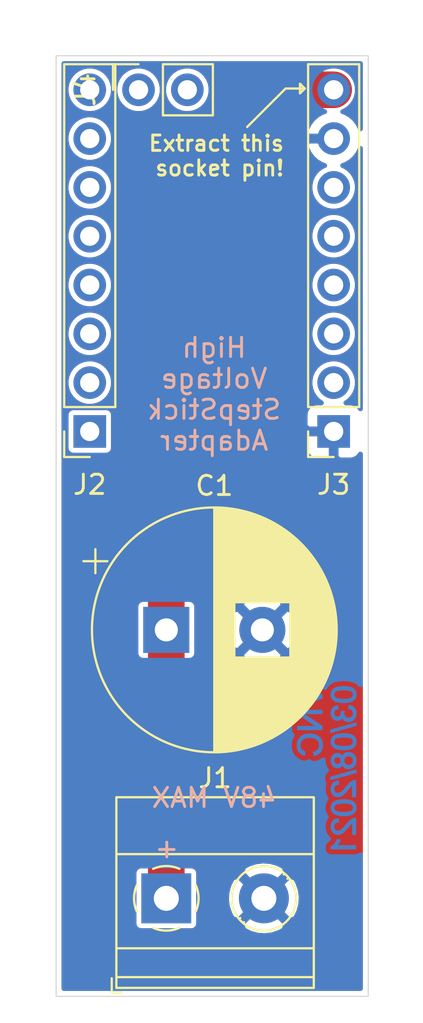
<source format=kicad_pcb>
(kicad_pcb (version 20171130) (host pcbnew "(5.1.9)-1")

  (general
    (thickness 1.6)
    (drawings 32)
    (tracks 5)
    (zones 0)
    (modules 5)
    (nets 18)
  )

  (page A4)
  (layers
    (0 F.Cu signal)
    (31 B.Cu signal)
    (32 B.Adhes user)
    (33 F.Adhes user)
    (34 B.Paste user)
    (35 F.Paste user)
    (36 B.SilkS user)
    (37 F.SilkS user)
    (38 B.Mask user)
    (39 F.Mask user)
    (40 Dwgs.User user)
    (41 Cmts.User user)
    (42 Eco1.User user)
    (43 Eco2.User user)
    (44 Edge.Cuts user)
    (45 Margin user)
    (46 B.CrtYd user)
    (47 F.CrtYd user)
    (48 B.Fab user)
    (49 F.Fab user)
  )

  (setup
    (last_trace_width 0.25)
    (user_trace_width 1.27)
    (trace_clearance 0.2)
    (zone_clearance 0.508)
    (zone_45_only no)
    (trace_min 0.2)
    (via_size 0.8)
    (via_drill 0.4)
    (via_min_size 0.4)
    (via_min_drill 0.3)
    (uvia_size 0.3)
    (uvia_drill 0.1)
    (uvias_allowed no)
    (uvia_min_size 0.2)
    (uvia_min_drill 0.1)
    (edge_width 0.05)
    (segment_width 0.2)
    (pcb_text_width 0.3)
    (pcb_text_size 1.5 1.5)
    (mod_edge_width 0.12)
    (mod_text_size 1 1)
    (mod_text_width 0.15)
    (pad_size 1.7 1.7)
    (pad_drill 1)
    (pad_to_mask_clearance 0)
    (aux_axis_origin 0 0)
    (visible_elements 7FFFFFFF)
    (pcbplotparams
      (layerselection 0x010fc_ffffffff)
      (usegerberextensions false)
      (usegerberattributes true)
      (usegerberadvancedattributes true)
      (creategerberjobfile true)
      (excludeedgelayer true)
      (linewidth 0.100000)
      (plotframeref false)
      (viasonmask false)
      (mode 1)
      (useauxorigin false)
      (hpglpennumber 1)
      (hpglpenspeed 20)
      (hpglpendiameter 15.000000)
      (psnegative false)
      (psa4output false)
      (plotreference true)
      (plotvalue true)
      (plotinvisibletext false)
      (padsonsilk false)
      (subtractmaskfromsilk false)
      (outputformat 1)
      (mirror false)
      (drillshape 1)
      (scaleselection 1)
      (outputdirectory ""))
  )

  (net 0 "")
  (net 1 GND)
  (net 2 ~ENABLE)
  (net 3 VDD)
  (net 4 MS1)
  (net 5 1B)
  (net 6 MS2)
  (net 7 1A)
  (net 8 MS3)
  (net 9 2A)
  (net 10 ~RESET)
  (net 11 2B)
  (net 12 ~SLEEP)
  (net 13 STEP)
  (net 14 VMOT)
  (net 15 DIR)
  (net 16 "Net-(J4-Pad1)")
  (net 17 "Net-(J4-Pad2)")

  (net_class Default "This is the default net class."
    (clearance 0.2)
    (trace_width 0.25)
    (via_dia 0.8)
    (via_drill 0.4)
    (uvia_dia 0.3)
    (uvia_drill 0.1)
    (add_net 1A)
    (add_net 1B)
    (add_net 2A)
    (add_net 2B)
    (add_net DIR)
    (add_net GND)
    (add_net MS1)
    (add_net MS2)
    (add_net MS3)
    (add_net "Net-(J4-Pad1)")
    (add_net "Net-(J4-Pad2)")
    (add_net STEP)
    (add_net VDD)
    (add_net VMOT)
    (add_net ~ENABLE)
    (add_net ~RESET)
    (add_net ~SLEEP)
  )

  (module Capacitor_THT:CP_Radial_D12.5mm_P5.00mm (layer F.Cu) (tedit 5AE50EF1) (tstamp 6109AC60)
    (at 97.79 137.922)
    (descr "CP, Radial series, Radial, pin pitch=5.00mm, , diameter=12.5mm, Electrolytic Capacitor")
    (tags "CP Radial series Radial pin pitch 5.00mm  diameter 12.5mm Electrolytic Capacitor")
    (path /6109618B)
    (fp_text reference C1 (at 2.5 -7.5) (layer F.SilkS)
      (effects (font (size 1 1) (thickness 0.15)))
    )
    (fp_text value CP1 (at 2.5 7.5) (layer F.Fab)
      (effects (font (size 1 1) (thickness 0.15)))
    )
    (fp_circle (center 2.5 0) (end 8.75 0) (layer F.Fab) (width 0.1))
    (fp_circle (center 2.5 0) (end 8.87 0) (layer F.SilkS) (width 0.12))
    (fp_circle (center 2.5 0) (end 9 0) (layer F.CrtYd) (width 0.05))
    (fp_line (start -2.866489 -2.7375) (end -1.616489 -2.7375) (layer F.Fab) (width 0.1))
    (fp_line (start -2.241489 -3.3625) (end -2.241489 -2.1125) (layer F.Fab) (width 0.1))
    (fp_line (start 2.5 -6.33) (end 2.5 6.33) (layer F.SilkS) (width 0.12))
    (fp_line (start 2.54 -6.33) (end 2.54 6.33) (layer F.SilkS) (width 0.12))
    (fp_line (start 2.58 -6.33) (end 2.58 6.33) (layer F.SilkS) (width 0.12))
    (fp_line (start 2.62 -6.329) (end 2.62 6.329) (layer F.SilkS) (width 0.12))
    (fp_line (start 2.66 -6.328) (end 2.66 6.328) (layer F.SilkS) (width 0.12))
    (fp_line (start 2.7 -6.327) (end 2.7 6.327) (layer F.SilkS) (width 0.12))
    (fp_line (start 2.74 -6.326) (end 2.74 6.326) (layer F.SilkS) (width 0.12))
    (fp_line (start 2.78 -6.324) (end 2.78 6.324) (layer F.SilkS) (width 0.12))
    (fp_line (start 2.82 -6.322) (end 2.82 6.322) (layer F.SilkS) (width 0.12))
    (fp_line (start 2.86 -6.32) (end 2.86 6.32) (layer F.SilkS) (width 0.12))
    (fp_line (start 2.9 -6.318) (end 2.9 6.318) (layer F.SilkS) (width 0.12))
    (fp_line (start 2.94 -6.315) (end 2.94 6.315) (layer F.SilkS) (width 0.12))
    (fp_line (start 2.98 -6.312) (end 2.98 6.312) (layer F.SilkS) (width 0.12))
    (fp_line (start 3.02 -6.309) (end 3.02 6.309) (layer F.SilkS) (width 0.12))
    (fp_line (start 3.06 -6.306) (end 3.06 6.306) (layer F.SilkS) (width 0.12))
    (fp_line (start 3.1 -6.302) (end 3.1 6.302) (layer F.SilkS) (width 0.12))
    (fp_line (start 3.14 -6.298) (end 3.14 6.298) (layer F.SilkS) (width 0.12))
    (fp_line (start 3.18 -6.294) (end 3.18 6.294) (layer F.SilkS) (width 0.12))
    (fp_line (start 3.221 -6.29) (end 3.221 6.29) (layer F.SilkS) (width 0.12))
    (fp_line (start 3.261 -6.285) (end 3.261 6.285) (layer F.SilkS) (width 0.12))
    (fp_line (start 3.301 -6.28) (end 3.301 6.28) (layer F.SilkS) (width 0.12))
    (fp_line (start 3.341 -6.275) (end 3.341 6.275) (layer F.SilkS) (width 0.12))
    (fp_line (start 3.381 -6.269) (end 3.381 6.269) (layer F.SilkS) (width 0.12))
    (fp_line (start 3.421 -6.264) (end 3.421 6.264) (layer F.SilkS) (width 0.12))
    (fp_line (start 3.461 -6.258) (end 3.461 6.258) (layer F.SilkS) (width 0.12))
    (fp_line (start 3.501 -6.252) (end 3.501 6.252) (layer F.SilkS) (width 0.12))
    (fp_line (start 3.541 -6.245) (end 3.541 6.245) (layer F.SilkS) (width 0.12))
    (fp_line (start 3.581 -6.238) (end 3.581 -1.44) (layer F.SilkS) (width 0.12))
    (fp_line (start 3.581 1.44) (end 3.581 6.238) (layer F.SilkS) (width 0.12))
    (fp_line (start 3.621 -6.231) (end 3.621 -1.44) (layer F.SilkS) (width 0.12))
    (fp_line (start 3.621 1.44) (end 3.621 6.231) (layer F.SilkS) (width 0.12))
    (fp_line (start 3.661 -6.224) (end 3.661 -1.44) (layer F.SilkS) (width 0.12))
    (fp_line (start 3.661 1.44) (end 3.661 6.224) (layer F.SilkS) (width 0.12))
    (fp_line (start 3.701 -6.216) (end 3.701 -1.44) (layer F.SilkS) (width 0.12))
    (fp_line (start 3.701 1.44) (end 3.701 6.216) (layer F.SilkS) (width 0.12))
    (fp_line (start 3.741 -6.209) (end 3.741 -1.44) (layer F.SilkS) (width 0.12))
    (fp_line (start 3.741 1.44) (end 3.741 6.209) (layer F.SilkS) (width 0.12))
    (fp_line (start 3.781 -6.201) (end 3.781 -1.44) (layer F.SilkS) (width 0.12))
    (fp_line (start 3.781 1.44) (end 3.781 6.201) (layer F.SilkS) (width 0.12))
    (fp_line (start 3.821 -6.192) (end 3.821 -1.44) (layer F.SilkS) (width 0.12))
    (fp_line (start 3.821 1.44) (end 3.821 6.192) (layer F.SilkS) (width 0.12))
    (fp_line (start 3.861 -6.184) (end 3.861 -1.44) (layer F.SilkS) (width 0.12))
    (fp_line (start 3.861 1.44) (end 3.861 6.184) (layer F.SilkS) (width 0.12))
    (fp_line (start 3.901 -6.175) (end 3.901 -1.44) (layer F.SilkS) (width 0.12))
    (fp_line (start 3.901 1.44) (end 3.901 6.175) (layer F.SilkS) (width 0.12))
    (fp_line (start 3.941 -6.166) (end 3.941 -1.44) (layer F.SilkS) (width 0.12))
    (fp_line (start 3.941 1.44) (end 3.941 6.166) (layer F.SilkS) (width 0.12))
    (fp_line (start 3.981 -6.156) (end 3.981 -1.44) (layer F.SilkS) (width 0.12))
    (fp_line (start 3.981 1.44) (end 3.981 6.156) (layer F.SilkS) (width 0.12))
    (fp_line (start 4.021 -6.146) (end 4.021 -1.44) (layer F.SilkS) (width 0.12))
    (fp_line (start 4.021 1.44) (end 4.021 6.146) (layer F.SilkS) (width 0.12))
    (fp_line (start 4.061 -6.137) (end 4.061 -1.44) (layer F.SilkS) (width 0.12))
    (fp_line (start 4.061 1.44) (end 4.061 6.137) (layer F.SilkS) (width 0.12))
    (fp_line (start 4.101 -6.126) (end 4.101 -1.44) (layer F.SilkS) (width 0.12))
    (fp_line (start 4.101 1.44) (end 4.101 6.126) (layer F.SilkS) (width 0.12))
    (fp_line (start 4.141 -6.116) (end 4.141 -1.44) (layer F.SilkS) (width 0.12))
    (fp_line (start 4.141 1.44) (end 4.141 6.116) (layer F.SilkS) (width 0.12))
    (fp_line (start 4.181 -6.105) (end 4.181 -1.44) (layer F.SilkS) (width 0.12))
    (fp_line (start 4.181 1.44) (end 4.181 6.105) (layer F.SilkS) (width 0.12))
    (fp_line (start 4.221 -6.094) (end 4.221 -1.44) (layer F.SilkS) (width 0.12))
    (fp_line (start 4.221 1.44) (end 4.221 6.094) (layer F.SilkS) (width 0.12))
    (fp_line (start 4.261 -6.083) (end 4.261 -1.44) (layer F.SilkS) (width 0.12))
    (fp_line (start 4.261 1.44) (end 4.261 6.083) (layer F.SilkS) (width 0.12))
    (fp_line (start 4.301 -6.071) (end 4.301 -1.44) (layer F.SilkS) (width 0.12))
    (fp_line (start 4.301 1.44) (end 4.301 6.071) (layer F.SilkS) (width 0.12))
    (fp_line (start 4.341 -6.059) (end 4.341 -1.44) (layer F.SilkS) (width 0.12))
    (fp_line (start 4.341 1.44) (end 4.341 6.059) (layer F.SilkS) (width 0.12))
    (fp_line (start 4.381 -6.047) (end 4.381 -1.44) (layer F.SilkS) (width 0.12))
    (fp_line (start 4.381 1.44) (end 4.381 6.047) (layer F.SilkS) (width 0.12))
    (fp_line (start 4.421 -6.034) (end 4.421 -1.44) (layer F.SilkS) (width 0.12))
    (fp_line (start 4.421 1.44) (end 4.421 6.034) (layer F.SilkS) (width 0.12))
    (fp_line (start 4.461 -6.021) (end 4.461 -1.44) (layer F.SilkS) (width 0.12))
    (fp_line (start 4.461 1.44) (end 4.461 6.021) (layer F.SilkS) (width 0.12))
    (fp_line (start 4.501 -6.008) (end 4.501 -1.44) (layer F.SilkS) (width 0.12))
    (fp_line (start 4.501 1.44) (end 4.501 6.008) (layer F.SilkS) (width 0.12))
    (fp_line (start 4.541 -5.995) (end 4.541 -1.44) (layer F.SilkS) (width 0.12))
    (fp_line (start 4.541 1.44) (end 4.541 5.995) (layer F.SilkS) (width 0.12))
    (fp_line (start 4.581 -5.981) (end 4.581 -1.44) (layer F.SilkS) (width 0.12))
    (fp_line (start 4.581 1.44) (end 4.581 5.981) (layer F.SilkS) (width 0.12))
    (fp_line (start 4.621 -5.967) (end 4.621 -1.44) (layer F.SilkS) (width 0.12))
    (fp_line (start 4.621 1.44) (end 4.621 5.967) (layer F.SilkS) (width 0.12))
    (fp_line (start 4.661 -5.953) (end 4.661 -1.44) (layer F.SilkS) (width 0.12))
    (fp_line (start 4.661 1.44) (end 4.661 5.953) (layer F.SilkS) (width 0.12))
    (fp_line (start 4.701 -5.939) (end 4.701 -1.44) (layer F.SilkS) (width 0.12))
    (fp_line (start 4.701 1.44) (end 4.701 5.939) (layer F.SilkS) (width 0.12))
    (fp_line (start 4.741 -5.924) (end 4.741 -1.44) (layer F.SilkS) (width 0.12))
    (fp_line (start 4.741 1.44) (end 4.741 5.924) (layer F.SilkS) (width 0.12))
    (fp_line (start 4.781 -5.908) (end 4.781 -1.44) (layer F.SilkS) (width 0.12))
    (fp_line (start 4.781 1.44) (end 4.781 5.908) (layer F.SilkS) (width 0.12))
    (fp_line (start 4.821 -5.893) (end 4.821 -1.44) (layer F.SilkS) (width 0.12))
    (fp_line (start 4.821 1.44) (end 4.821 5.893) (layer F.SilkS) (width 0.12))
    (fp_line (start 4.861 -5.877) (end 4.861 -1.44) (layer F.SilkS) (width 0.12))
    (fp_line (start 4.861 1.44) (end 4.861 5.877) (layer F.SilkS) (width 0.12))
    (fp_line (start 4.901 -5.861) (end 4.901 -1.44) (layer F.SilkS) (width 0.12))
    (fp_line (start 4.901 1.44) (end 4.901 5.861) (layer F.SilkS) (width 0.12))
    (fp_line (start 4.941 -5.845) (end 4.941 -1.44) (layer F.SilkS) (width 0.12))
    (fp_line (start 4.941 1.44) (end 4.941 5.845) (layer F.SilkS) (width 0.12))
    (fp_line (start 4.981 -5.828) (end 4.981 -1.44) (layer F.SilkS) (width 0.12))
    (fp_line (start 4.981 1.44) (end 4.981 5.828) (layer F.SilkS) (width 0.12))
    (fp_line (start 5.021 -5.811) (end 5.021 -1.44) (layer F.SilkS) (width 0.12))
    (fp_line (start 5.021 1.44) (end 5.021 5.811) (layer F.SilkS) (width 0.12))
    (fp_line (start 5.061 -5.793) (end 5.061 -1.44) (layer F.SilkS) (width 0.12))
    (fp_line (start 5.061 1.44) (end 5.061 5.793) (layer F.SilkS) (width 0.12))
    (fp_line (start 5.101 -5.776) (end 5.101 -1.44) (layer F.SilkS) (width 0.12))
    (fp_line (start 5.101 1.44) (end 5.101 5.776) (layer F.SilkS) (width 0.12))
    (fp_line (start 5.141 -5.758) (end 5.141 -1.44) (layer F.SilkS) (width 0.12))
    (fp_line (start 5.141 1.44) (end 5.141 5.758) (layer F.SilkS) (width 0.12))
    (fp_line (start 5.181 -5.739) (end 5.181 -1.44) (layer F.SilkS) (width 0.12))
    (fp_line (start 5.181 1.44) (end 5.181 5.739) (layer F.SilkS) (width 0.12))
    (fp_line (start 5.221 -5.721) (end 5.221 -1.44) (layer F.SilkS) (width 0.12))
    (fp_line (start 5.221 1.44) (end 5.221 5.721) (layer F.SilkS) (width 0.12))
    (fp_line (start 5.261 -5.702) (end 5.261 -1.44) (layer F.SilkS) (width 0.12))
    (fp_line (start 5.261 1.44) (end 5.261 5.702) (layer F.SilkS) (width 0.12))
    (fp_line (start 5.301 -5.682) (end 5.301 -1.44) (layer F.SilkS) (width 0.12))
    (fp_line (start 5.301 1.44) (end 5.301 5.682) (layer F.SilkS) (width 0.12))
    (fp_line (start 5.341 -5.662) (end 5.341 -1.44) (layer F.SilkS) (width 0.12))
    (fp_line (start 5.341 1.44) (end 5.341 5.662) (layer F.SilkS) (width 0.12))
    (fp_line (start 5.381 -5.642) (end 5.381 -1.44) (layer F.SilkS) (width 0.12))
    (fp_line (start 5.381 1.44) (end 5.381 5.642) (layer F.SilkS) (width 0.12))
    (fp_line (start 5.421 -5.622) (end 5.421 -1.44) (layer F.SilkS) (width 0.12))
    (fp_line (start 5.421 1.44) (end 5.421 5.622) (layer F.SilkS) (width 0.12))
    (fp_line (start 5.461 -5.601) (end 5.461 -1.44) (layer F.SilkS) (width 0.12))
    (fp_line (start 5.461 1.44) (end 5.461 5.601) (layer F.SilkS) (width 0.12))
    (fp_line (start 5.501 -5.58) (end 5.501 -1.44) (layer F.SilkS) (width 0.12))
    (fp_line (start 5.501 1.44) (end 5.501 5.58) (layer F.SilkS) (width 0.12))
    (fp_line (start 5.541 -5.558) (end 5.541 -1.44) (layer F.SilkS) (width 0.12))
    (fp_line (start 5.541 1.44) (end 5.541 5.558) (layer F.SilkS) (width 0.12))
    (fp_line (start 5.581 -5.536) (end 5.581 -1.44) (layer F.SilkS) (width 0.12))
    (fp_line (start 5.581 1.44) (end 5.581 5.536) (layer F.SilkS) (width 0.12))
    (fp_line (start 5.621 -5.514) (end 5.621 -1.44) (layer F.SilkS) (width 0.12))
    (fp_line (start 5.621 1.44) (end 5.621 5.514) (layer F.SilkS) (width 0.12))
    (fp_line (start 5.661 -5.491) (end 5.661 -1.44) (layer F.SilkS) (width 0.12))
    (fp_line (start 5.661 1.44) (end 5.661 5.491) (layer F.SilkS) (width 0.12))
    (fp_line (start 5.701 -5.468) (end 5.701 -1.44) (layer F.SilkS) (width 0.12))
    (fp_line (start 5.701 1.44) (end 5.701 5.468) (layer F.SilkS) (width 0.12))
    (fp_line (start 5.741 -5.445) (end 5.741 -1.44) (layer F.SilkS) (width 0.12))
    (fp_line (start 5.741 1.44) (end 5.741 5.445) (layer F.SilkS) (width 0.12))
    (fp_line (start 5.781 -5.421) (end 5.781 -1.44) (layer F.SilkS) (width 0.12))
    (fp_line (start 5.781 1.44) (end 5.781 5.421) (layer F.SilkS) (width 0.12))
    (fp_line (start 5.821 -5.397) (end 5.821 -1.44) (layer F.SilkS) (width 0.12))
    (fp_line (start 5.821 1.44) (end 5.821 5.397) (layer F.SilkS) (width 0.12))
    (fp_line (start 5.861 -5.372) (end 5.861 -1.44) (layer F.SilkS) (width 0.12))
    (fp_line (start 5.861 1.44) (end 5.861 5.372) (layer F.SilkS) (width 0.12))
    (fp_line (start 5.901 -5.347) (end 5.901 -1.44) (layer F.SilkS) (width 0.12))
    (fp_line (start 5.901 1.44) (end 5.901 5.347) (layer F.SilkS) (width 0.12))
    (fp_line (start 5.941 -5.322) (end 5.941 -1.44) (layer F.SilkS) (width 0.12))
    (fp_line (start 5.941 1.44) (end 5.941 5.322) (layer F.SilkS) (width 0.12))
    (fp_line (start 5.981 -5.296) (end 5.981 -1.44) (layer F.SilkS) (width 0.12))
    (fp_line (start 5.981 1.44) (end 5.981 5.296) (layer F.SilkS) (width 0.12))
    (fp_line (start 6.021 -5.27) (end 6.021 -1.44) (layer F.SilkS) (width 0.12))
    (fp_line (start 6.021 1.44) (end 6.021 5.27) (layer F.SilkS) (width 0.12))
    (fp_line (start 6.061 -5.243) (end 6.061 -1.44) (layer F.SilkS) (width 0.12))
    (fp_line (start 6.061 1.44) (end 6.061 5.243) (layer F.SilkS) (width 0.12))
    (fp_line (start 6.101 -5.216) (end 6.101 -1.44) (layer F.SilkS) (width 0.12))
    (fp_line (start 6.101 1.44) (end 6.101 5.216) (layer F.SilkS) (width 0.12))
    (fp_line (start 6.141 -5.188) (end 6.141 -1.44) (layer F.SilkS) (width 0.12))
    (fp_line (start 6.141 1.44) (end 6.141 5.188) (layer F.SilkS) (width 0.12))
    (fp_line (start 6.181 -5.16) (end 6.181 -1.44) (layer F.SilkS) (width 0.12))
    (fp_line (start 6.181 1.44) (end 6.181 5.16) (layer F.SilkS) (width 0.12))
    (fp_line (start 6.221 -5.131) (end 6.221 -1.44) (layer F.SilkS) (width 0.12))
    (fp_line (start 6.221 1.44) (end 6.221 5.131) (layer F.SilkS) (width 0.12))
    (fp_line (start 6.261 -5.102) (end 6.261 -1.44) (layer F.SilkS) (width 0.12))
    (fp_line (start 6.261 1.44) (end 6.261 5.102) (layer F.SilkS) (width 0.12))
    (fp_line (start 6.301 -5.073) (end 6.301 -1.44) (layer F.SilkS) (width 0.12))
    (fp_line (start 6.301 1.44) (end 6.301 5.073) (layer F.SilkS) (width 0.12))
    (fp_line (start 6.341 -5.043) (end 6.341 -1.44) (layer F.SilkS) (width 0.12))
    (fp_line (start 6.341 1.44) (end 6.341 5.043) (layer F.SilkS) (width 0.12))
    (fp_line (start 6.381 -5.012) (end 6.381 -1.44) (layer F.SilkS) (width 0.12))
    (fp_line (start 6.381 1.44) (end 6.381 5.012) (layer F.SilkS) (width 0.12))
    (fp_line (start 6.421 -4.982) (end 6.421 -1.44) (layer F.SilkS) (width 0.12))
    (fp_line (start 6.421 1.44) (end 6.421 4.982) (layer F.SilkS) (width 0.12))
    (fp_line (start 6.461 -4.95) (end 6.461 4.95) (layer F.SilkS) (width 0.12))
    (fp_line (start 6.501 -4.918) (end 6.501 4.918) (layer F.SilkS) (width 0.12))
    (fp_line (start 6.541 -4.885) (end 6.541 4.885) (layer F.SilkS) (width 0.12))
    (fp_line (start 6.581 -4.852) (end 6.581 4.852) (layer F.SilkS) (width 0.12))
    (fp_line (start 6.621 -4.819) (end 6.621 4.819) (layer F.SilkS) (width 0.12))
    (fp_line (start 6.661 -4.785) (end 6.661 4.785) (layer F.SilkS) (width 0.12))
    (fp_line (start 6.701 -4.75) (end 6.701 4.75) (layer F.SilkS) (width 0.12))
    (fp_line (start 6.741 -4.714) (end 6.741 4.714) (layer F.SilkS) (width 0.12))
    (fp_line (start 6.781 -4.678) (end 6.781 4.678) (layer F.SilkS) (width 0.12))
    (fp_line (start 6.821 -4.642) (end 6.821 4.642) (layer F.SilkS) (width 0.12))
    (fp_line (start 6.861 -4.605) (end 6.861 4.605) (layer F.SilkS) (width 0.12))
    (fp_line (start 6.901 -4.567) (end 6.901 4.567) (layer F.SilkS) (width 0.12))
    (fp_line (start 6.941 -4.528) (end 6.941 4.528) (layer F.SilkS) (width 0.12))
    (fp_line (start 6.981 -4.489) (end 6.981 4.489) (layer F.SilkS) (width 0.12))
    (fp_line (start 7.021 -4.449) (end 7.021 4.449) (layer F.SilkS) (width 0.12))
    (fp_line (start 7.061 -4.408) (end 7.061 4.408) (layer F.SilkS) (width 0.12))
    (fp_line (start 7.101 -4.367) (end 7.101 4.367) (layer F.SilkS) (width 0.12))
    (fp_line (start 7.141 -4.325) (end 7.141 4.325) (layer F.SilkS) (width 0.12))
    (fp_line (start 7.181 -4.282) (end 7.181 4.282) (layer F.SilkS) (width 0.12))
    (fp_line (start 7.221 -4.238) (end 7.221 4.238) (layer F.SilkS) (width 0.12))
    (fp_line (start 7.261 -4.194) (end 7.261 4.194) (layer F.SilkS) (width 0.12))
    (fp_line (start 7.301 -4.148) (end 7.301 4.148) (layer F.SilkS) (width 0.12))
    (fp_line (start 7.341 -4.102) (end 7.341 4.102) (layer F.SilkS) (width 0.12))
    (fp_line (start 7.381 -4.055) (end 7.381 4.055) (layer F.SilkS) (width 0.12))
    (fp_line (start 7.421 -4.007) (end 7.421 4.007) (layer F.SilkS) (width 0.12))
    (fp_line (start 7.461 -3.957) (end 7.461 3.957) (layer F.SilkS) (width 0.12))
    (fp_line (start 7.501 -3.907) (end 7.501 3.907) (layer F.SilkS) (width 0.12))
    (fp_line (start 7.541 -3.856) (end 7.541 3.856) (layer F.SilkS) (width 0.12))
    (fp_line (start 7.581 -3.804) (end 7.581 3.804) (layer F.SilkS) (width 0.12))
    (fp_line (start 7.621 -3.75) (end 7.621 3.75) (layer F.SilkS) (width 0.12))
    (fp_line (start 7.661 -3.696) (end 7.661 3.696) (layer F.SilkS) (width 0.12))
    (fp_line (start 7.701 -3.64) (end 7.701 3.64) (layer F.SilkS) (width 0.12))
    (fp_line (start 7.741 -3.583) (end 7.741 3.583) (layer F.SilkS) (width 0.12))
    (fp_line (start 7.781 -3.524) (end 7.781 3.524) (layer F.SilkS) (width 0.12))
    (fp_line (start 7.821 -3.464) (end 7.821 3.464) (layer F.SilkS) (width 0.12))
    (fp_line (start 7.861 -3.402) (end 7.861 3.402) (layer F.SilkS) (width 0.12))
    (fp_line (start 7.901 -3.339) (end 7.901 3.339) (layer F.SilkS) (width 0.12))
    (fp_line (start 7.941 -3.275) (end 7.941 3.275) (layer F.SilkS) (width 0.12))
    (fp_line (start 7.981 -3.208) (end 7.981 3.208) (layer F.SilkS) (width 0.12))
    (fp_line (start 8.021 -3.14) (end 8.021 3.14) (layer F.SilkS) (width 0.12))
    (fp_line (start 8.061 -3.069) (end 8.061 3.069) (layer F.SilkS) (width 0.12))
    (fp_line (start 8.101 -2.996) (end 8.101 2.996) (layer F.SilkS) (width 0.12))
    (fp_line (start 8.141 -2.921) (end 8.141 2.921) (layer F.SilkS) (width 0.12))
    (fp_line (start 8.181 -2.844) (end 8.181 2.844) (layer F.SilkS) (width 0.12))
    (fp_line (start 8.221 -2.764) (end 8.221 2.764) (layer F.SilkS) (width 0.12))
    (fp_line (start 8.261 -2.681) (end 8.261 2.681) (layer F.SilkS) (width 0.12))
    (fp_line (start 8.301 -2.594) (end 8.301 2.594) (layer F.SilkS) (width 0.12))
    (fp_line (start 8.341 -2.504) (end 8.341 2.504) (layer F.SilkS) (width 0.12))
    (fp_line (start 8.381 -2.41) (end 8.381 2.41) (layer F.SilkS) (width 0.12))
    (fp_line (start 8.421 -2.312) (end 8.421 2.312) (layer F.SilkS) (width 0.12))
    (fp_line (start 8.461 -2.209) (end 8.461 2.209) (layer F.SilkS) (width 0.12))
    (fp_line (start 8.501 -2.1) (end 8.501 2.1) (layer F.SilkS) (width 0.12))
    (fp_line (start 8.541 -1.984) (end 8.541 1.984) (layer F.SilkS) (width 0.12))
    (fp_line (start 8.581 -1.861) (end 8.581 1.861) (layer F.SilkS) (width 0.12))
    (fp_line (start 8.621 -1.728) (end 8.621 1.728) (layer F.SilkS) (width 0.12))
    (fp_line (start 8.661 -1.583) (end 8.661 1.583) (layer F.SilkS) (width 0.12))
    (fp_line (start 8.701 -1.422) (end 8.701 1.422) (layer F.SilkS) (width 0.12))
    (fp_line (start 8.741 -1.241) (end 8.741 1.241) (layer F.SilkS) (width 0.12))
    (fp_line (start 8.781 -1.028) (end 8.781 1.028) (layer F.SilkS) (width 0.12))
    (fp_line (start 8.821 -0.757) (end 8.821 0.757) (layer F.SilkS) (width 0.12))
    (fp_line (start 8.861 -0.317) (end 8.861 0.317) (layer F.SilkS) (width 0.12))
    (fp_line (start -4.317082 -3.575) (end -3.067082 -3.575) (layer F.SilkS) (width 0.12))
    (fp_line (start -3.692082 -4.2) (end -3.692082 -2.95) (layer F.SilkS) (width 0.12))
    (fp_text user %R (at 2.5 0) (layer F.Fab)
      (effects (font (size 1 1) (thickness 0.15)))
    )
    (pad 1 thru_hole rect (at 0 0) (size 2.4 2.4) (drill 1.2) (layers *.Cu *.Mask)
      (net 14 VMOT))
    (pad 2 thru_hole circle (at 5 0) (size 2.4 2.4) (drill 1.2) (layers *.Cu *.Mask)
      (net 1 GND))
    (model ${KISYS3DMOD}/Capacitor_THT.3dshapes/CP_Radial_D12.5mm_P5.00mm.wrl
      (at (xyz 0 0 0))
      (scale (xyz 1 1 1))
      (rotate (xyz 0 0 0))
    )
  )

  (module TerminalBlock_Phoenix:TerminalBlock_Phoenix_MKDS-1,5-2-5.08_1x02_P5.08mm_Horizontal (layer F.Cu) (tedit 5B294EBC) (tstamp 6109AC8C)
    (at 97.79 151.892)
    (descr "Terminal Block Phoenix MKDS-1,5-2-5.08, 2 pins, pitch 5.08mm, size 10.2x9.8mm^2, drill diamater 1.3mm, pad diameter 2.6mm, see http://www.farnell.com/datasheets/100425.pdf, script-generated using https://github.com/pointhi/kicad-footprint-generator/scripts/TerminalBlock_Phoenix")
    (tags "THT Terminal Block Phoenix MKDS-1,5-2-5.08 pitch 5.08mm size 10.2x9.8mm^2 drill 1.3mm pad 2.6mm")
    (path /61095514)
    (fp_text reference J1 (at 2.54 -6.26) (layer F.SilkS)
      (effects (font (size 1 1) (thickness 0.15)))
    )
    (fp_text value Screw_Terminal_01x02 (at 2.54 5.66) (layer F.Fab)
      (effects (font (size 1 1) (thickness 0.15)))
    )
    (fp_circle (center 0 0) (end 1.5 0) (layer F.Fab) (width 0.1))
    (fp_circle (center 5.08 0) (end 6.58 0) (layer F.Fab) (width 0.1))
    (fp_circle (center 5.08 0) (end 6.76 0) (layer F.SilkS) (width 0.12))
    (fp_line (start -2.54 -5.2) (end 7.62 -5.2) (layer F.Fab) (width 0.1))
    (fp_line (start 7.62 -5.2) (end 7.62 4.6) (layer F.Fab) (width 0.1))
    (fp_line (start 7.62 4.6) (end -2.04 4.6) (layer F.Fab) (width 0.1))
    (fp_line (start -2.04 4.6) (end -2.54 4.1) (layer F.Fab) (width 0.1))
    (fp_line (start -2.54 4.1) (end -2.54 -5.2) (layer F.Fab) (width 0.1))
    (fp_line (start -2.54 4.1) (end 7.62 4.1) (layer F.Fab) (width 0.1))
    (fp_line (start -2.6 4.1) (end 7.68 4.1) (layer F.SilkS) (width 0.12))
    (fp_line (start -2.54 2.6) (end 7.62 2.6) (layer F.Fab) (width 0.1))
    (fp_line (start -2.6 2.6) (end 7.68 2.6) (layer F.SilkS) (width 0.12))
    (fp_line (start -2.54 -2.3) (end 7.62 -2.3) (layer F.Fab) (width 0.1))
    (fp_line (start -2.6 -2.301) (end 7.68 -2.301) (layer F.SilkS) (width 0.12))
    (fp_line (start -2.6 -5.261) (end 7.68 -5.261) (layer F.SilkS) (width 0.12))
    (fp_line (start -2.6 4.66) (end 7.68 4.66) (layer F.SilkS) (width 0.12))
    (fp_line (start -2.6 -5.261) (end -2.6 4.66) (layer F.SilkS) (width 0.12))
    (fp_line (start 7.68 -5.261) (end 7.68 4.66) (layer F.SilkS) (width 0.12))
    (fp_line (start 1.138 -0.955) (end -0.955 1.138) (layer F.Fab) (width 0.1))
    (fp_line (start 0.955 -1.138) (end -1.138 0.955) (layer F.Fab) (width 0.1))
    (fp_line (start 6.218 -0.955) (end 4.126 1.138) (layer F.Fab) (width 0.1))
    (fp_line (start 6.035 -1.138) (end 3.943 0.955) (layer F.Fab) (width 0.1))
    (fp_line (start 6.355 -1.069) (end 6.308 -1.023) (layer F.SilkS) (width 0.12))
    (fp_line (start 4.046 1.239) (end 4.011 1.274) (layer F.SilkS) (width 0.12))
    (fp_line (start 6.15 -1.275) (end 6.115 -1.239) (layer F.SilkS) (width 0.12))
    (fp_line (start 3.853 1.023) (end 3.806 1.069) (layer F.SilkS) (width 0.12))
    (fp_line (start -2.84 4.16) (end -2.84 4.9) (layer F.SilkS) (width 0.12))
    (fp_line (start -2.84 4.9) (end -2.34 4.9) (layer F.SilkS) (width 0.12))
    (fp_line (start -3.04 -5.71) (end -3.04 5.1) (layer F.CrtYd) (width 0.05))
    (fp_line (start -3.04 5.1) (end 8.13 5.1) (layer F.CrtYd) (width 0.05))
    (fp_line (start 8.13 5.1) (end 8.13 -5.71) (layer F.CrtYd) (width 0.05))
    (fp_line (start 8.13 -5.71) (end -3.04 -5.71) (layer F.CrtYd) (width 0.05))
    (fp_arc (start 0 0) (end 0 1.68) (angle -24) (layer F.SilkS) (width 0.12))
    (fp_arc (start 0 0) (end 1.535 0.684) (angle -48) (layer F.SilkS) (width 0.12))
    (fp_arc (start 0 0) (end 0.684 -1.535) (angle -48) (layer F.SilkS) (width 0.12))
    (fp_arc (start 0 0) (end -1.535 -0.684) (angle -48) (layer F.SilkS) (width 0.12))
    (fp_arc (start 0 0) (end -0.684 1.535) (angle -25) (layer F.SilkS) (width 0.12))
    (fp_text user %R (at 2.54 3.2) (layer F.Fab)
      (effects (font (size 1 1) (thickness 0.15)))
    )
    (pad 1 thru_hole rect (at 0 0) (size 2.6 2.6) (drill 1.3) (layers *.Cu *.Mask)
      (net 14 VMOT))
    (pad 2 thru_hole circle (at 5.08 0) (size 2.6 2.6) (drill 1.3) (layers *.Cu *.Mask)
      (net 1 GND))
    (model ${KISYS3DMOD}/TerminalBlock_Phoenix.3dshapes/TerminalBlock_Phoenix_MKDS-1,5-2-5.08_1x02_P5.08mm_Horizontal.wrl
      (at (xyz 0 0 0))
      (scale (xyz 1 1 1))
      (rotate (xyz 0 0 0))
    )
  )

  (module Connector_PinSocket_2.54mm:PinSocket_1x08_P2.54mm_Vertical (layer F.Cu) (tedit 5A19A420) (tstamp 6109B0DA)
    (at 93.805 127.594999 180)
    (descr "Through hole straight socket strip, 1x08, 2.54mm pitch, single row (from Kicad 4.0.7), script generated")
    (tags "Through hole socket strip THT 1x08 2.54mm single row")
    (path /61096A18)
    (fp_text reference J2 (at 0 -2.77) (layer F.SilkS)
      (effects (font (size 1 1) (thickness 0.15)))
    )
    (fp_text value Conn_01x08 (at 0 20.55) (layer F.Fab)
      (effects (font (size 1 1) (thickness 0.15)))
    )
    (fp_line (start -1.27 -1.27) (end 0.635 -1.27) (layer F.Fab) (width 0.1))
    (fp_line (start 0.635 -1.27) (end 1.27 -0.635) (layer F.Fab) (width 0.1))
    (fp_line (start 1.27 -0.635) (end 1.27 19.05) (layer F.Fab) (width 0.1))
    (fp_line (start 1.27 19.05) (end -1.27 19.05) (layer F.Fab) (width 0.1))
    (fp_line (start -1.27 19.05) (end -1.27 -1.27) (layer F.Fab) (width 0.1))
    (fp_line (start -1.33 1.27) (end 1.33 1.27) (layer F.SilkS) (width 0.12))
    (fp_line (start -1.33 1.27) (end -1.33 19.11) (layer F.SilkS) (width 0.12))
    (fp_line (start -1.33 19.11) (end 1.33 19.11) (layer F.SilkS) (width 0.12))
    (fp_line (start 1.33 1.27) (end 1.33 19.11) (layer F.SilkS) (width 0.12))
    (fp_line (start 1.33 -1.33) (end 1.33 0) (layer F.SilkS) (width 0.12))
    (fp_line (start 0 -1.33) (end 1.33 -1.33) (layer F.SilkS) (width 0.12))
    (fp_line (start -1.8 -1.8) (end 1.75 -1.8) (layer F.CrtYd) (width 0.05))
    (fp_line (start 1.75 -1.8) (end 1.75 19.55) (layer F.CrtYd) (width 0.05))
    (fp_line (start 1.75 19.55) (end -1.8 19.55) (layer F.CrtYd) (width 0.05))
    (fp_line (start -1.8 19.55) (end -1.8 -1.8) (layer F.CrtYd) (width 0.05))
    (fp_text user %R (at 0 8.89 90) (layer F.Fab)
      (effects (font (size 1 1) (thickness 0.15)))
    )
    (pad 1 thru_hole rect (at 0 0 180) (size 1.7 1.7) (drill 1) (layers *.Cu *.Mask)
      (net 15 DIR))
    (pad 2 thru_hole oval (at 0 2.54 180) (size 1.7 1.7) (drill 1) (layers *.Cu *.Mask)
      (net 13 STEP))
    (pad 3 thru_hole oval (at 0 5.08 180) (size 1.7 1.7) (drill 1) (layers *.Cu *.Mask)
      (net 12 ~SLEEP))
    (pad 4 thru_hole oval (at 0 7.62 180) (size 1.7 1.7) (drill 1) (layers *.Cu *.Mask)
      (net 10 ~RESET))
    (pad 5 thru_hole oval (at 0 10.16 180) (size 1.7 1.7) (drill 1) (layers *.Cu *.Mask)
      (net 8 MS3))
    (pad 6 thru_hole oval (at 0 12.7 180) (size 1.7 1.7) (drill 1) (layers *.Cu *.Mask)
      (net 6 MS2))
    (pad 7 thru_hole oval (at 0 15.24 180) (size 1.7 1.7) (drill 1) (layers *.Cu *.Mask)
      (net 4 MS1))
    (pad 8 thru_hole oval (at 0 17.78 180) (size 1.7 1.7) (drill 1) (layers *.Cu *.Mask)
      (net 2 ~ENABLE))
    (model ${KISYS3DMOD}/Connector_PinSocket_2.54mm.3dshapes/PinSocket_1x08_P2.54mm_Vertical.wrl
      (at (xyz 0 0 0))
      (scale (xyz 1 1 1))
      (rotate (xyz 0 0 0))
    )
  )

  (module Connector_PinSocket_2.54mm:PinSocket_1x08_P2.54mm_Vertical (layer F.Cu) (tedit 5A19A420) (tstamp 6109ACC4)
    (at 106.502999 127.594999 180)
    (descr "Through hole straight socket strip, 1x08, 2.54mm pitch, single row (from Kicad 4.0.7), script generated")
    (tags "Through hole socket strip THT 1x08 2.54mm single row")
    (path /610AE020)
    (fp_text reference J3 (at 0 -2.77) (layer F.SilkS)
      (effects (font (size 1 1) (thickness 0.15)))
    )
    (fp_text value Conn_01x08 (at 0 20.55) (layer F.Fab)
      (effects (font (size 1 1) (thickness 0.15)))
    )
    (fp_line (start -1.8 19.55) (end -1.8 -1.8) (layer F.CrtYd) (width 0.05))
    (fp_line (start 1.75 19.55) (end -1.8 19.55) (layer F.CrtYd) (width 0.05))
    (fp_line (start 1.75 -1.8) (end 1.75 19.55) (layer F.CrtYd) (width 0.05))
    (fp_line (start -1.8 -1.8) (end 1.75 -1.8) (layer F.CrtYd) (width 0.05))
    (fp_line (start 0 -1.33) (end 1.33 -1.33) (layer F.SilkS) (width 0.12))
    (fp_line (start 1.33 -1.33) (end 1.33 0) (layer F.SilkS) (width 0.12))
    (fp_line (start 1.33 1.27) (end 1.33 19.11) (layer F.SilkS) (width 0.12))
    (fp_line (start -1.33 19.11) (end 1.33 19.11) (layer F.SilkS) (width 0.12))
    (fp_line (start -1.33 1.27) (end -1.33 19.11) (layer F.SilkS) (width 0.12))
    (fp_line (start -1.33 1.27) (end 1.33 1.27) (layer F.SilkS) (width 0.12))
    (fp_line (start -1.27 19.05) (end -1.27 -1.27) (layer F.Fab) (width 0.1))
    (fp_line (start 1.27 19.05) (end -1.27 19.05) (layer F.Fab) (width 0.1))
    (fp_line (start 1.27 -0.635) (end 1.27 19.05) (layer F.Fab) (width 0.1))
    (fp_line (start 0.635 -1.27) (end 1.27 -0.635) (layer F.Fab) (width 0.1))
    (fp_line (start -1.27 -1.27) (end 0.635 -1.27) (layer F.Fab) (width 0.1))
    (fp_text user %R (at 0 8.89 90) (layer F.Fab)
      (effects (font (size 1 1) (thickness 0.15)))
    )
    (pad 8 thru_hole oval (at 0 17.78 180) (size 1.7 1.7) (drill 1) (layers *.Cu *.Mask)
      (net 14 VMOT))
    (pad 7 thru_hole oval (at 0 15.24 180) (size 1.7 1.7) (drill 1) (layers *.Cu *.Mask)
      (net 1 GND))
    (pad 6 thru_hole oval (at 0 12.7 180) (size 1.7 1.7) (drill 1) (layers *.Cu *.Mask)
      (net 11 2B))
    (pad 5 thru_hole oval (at 0 10.16 180) (size 1.7 1.7) (drill 1) (layers *.Cu *.Mask)
      (net 9 2A))
    (pad 4 thru_hole oval (at 0 7.62 180) (size 1.7 1.7) (drill 1) (layers *.Cu *.Mask)
      (net 7 1A))
    (pad 3 thru_hole oval (at 0 5.08 180) (size 1.7 1.7) (drill 1) (layers *.Cu *.Mask)
      (net 5 1B))
    (pad 2 thru_hole oval (at 0 2.54 180) (size 1.7 1.7) (drill 1) (layers *.Cu *.Mask)
      (net 3 VDD))
    (pad 1 thru_hole rect (at 0 0 180) (size 1.7 1.7) (drill 1) (layers *.Cu *.Mask)
      (net 1 GND))
    (model ${KISYS3DMOD}/Connector_PinSocket_2.54mm.3dshapes/PinSocket_1x08_P2.54mm_Vertical.wrl
      (at (xyz 0 0 0))
      (scale (xyz 1 1 1))
      (rotate (xyz 0 0 0))
    )
  )

  (module Connector_PinSocket_2.54mm:PinSocket_1x02_P2.54mm_Vertical (layer F.Cu) (tedit 6109CB10) (tstamp 6109ACDA)
    (at 96.345 109.814999 90)
    (descr "Through hole straight socket strip, 1x02, 2.54mm pitch, single row (from Kicad 4.0.7), script generated")
    (tags "Through hole socket strip THT 1x02 2.54mm single row")
    (path /61094F8A)
    (fp_text reference J4 (at 0 -2.77 90) (layer F.SilkS)
      (effects (font (size 1 1) (thickness 0.15)))
    )
    (fp_text value Conn_01x02 (at 0 5.31 90) (layer F.Fab)
      (effects (font (size 1 1) (thickness 0.15)))
    )
    (fp_line (start -1.27 -1.27) (end 0.635 -1.27) (layer F.Fab) (width 0.1))
    (fp_line (start 0.635 -1.27) (end 1.27 -0.635) (layer F.Fab) (width 0.1))
    (fp_line (start 1.27 -0.635) (end 1.27 3.81) (layer F.Fab) (width 0.1))
    (fp_line (start 1.27 3.81) (end -1.27 3.81) (layer F.Fab) (width 0.1))
    (fp_line (start -1.27 3.81) (end -1.27 -1.27) (layer F.Fab) (width 0.1))
    (fp_line (start -1.33 1.27) (end 1.33 1.27) (layer F.SilkS) (width 0.12))
    (fp_line (start -1.33 1.27) (end -1.33 3.87) (layer F.SilkS) (width 0.12))
    (fp_line (start -1.33 3.87) (end 1.33 3.87) (layer F.SilkS) (width 0.12))
    (fp_line (start 1.33 1.27) (end 1.33 3.87) (layer F.SilkS) (width 0.12))
    (fp_line (start 1.33 -1.33) (end 1.33 0) (layer F.SilkS) (width 0.12))
    (fp_line (start 0 -1.33) (end 1.33 -1.33) (layer F.SilkS) (width 0.12))
    (fp_line (start -1.8 -1.8) (end 1.75 -1.8) (layer F.CrtYd) (width 0.05))
    (fp_line (start 1.75 -1.8) (end 1.75 4.3) (layer F.CrtYd) (width 0.05))
    (fp_line (start 1.75 4.3) (end -1.8 4.3) (layer F.CrtYd) (width 0.05))
    (fp_line (start -1.8 4.3) (end -1.8 -1.8) (layer F.CrtYd) (width 0.05))
    (fp_text user %R (at 0 1.27) (layer F.Fab)
      (effects (font (size 1 1) (thickness 0.15)))
    )
    (pad 1 thru_hole circle (at 0 0 90) (size 1.7 1.7) (drill 1) (layers *.Cu *.Mask)
      (net 16 "Net-(J4-Pad1)"))
    (pad 2 thru_hole oval (at 0 2.54 90) (size 1.7 1.7) (drill 1) (layers *.Cu *.Mask)
      (net 17 "Net-(J4-Pad2)"))
    (model ${KISYS3DMOD}/Connector_PinSocket_2.54mm.3dshapes/PinSocket_1x02_P2.54mm_Vertical.wrl
      (at (xyz 0 0 0))
      (scale (xyz 1 1 1))
      (rotate (xyz 0 0 0))
    )
  )

  (gr_text + (at 97.8154 149.2758) (layer B.SilkS)
    (effects (font (size 1 1) (thickness 0.15)) (justify mirror))
  )
  (gr_text "48V MAX" (at 100.2792 146.6596) (layer B.SilkS)
    (effects (font (size 1 1) (thickness 0.15)) (justify mirror))
  )
  (gr_text "High\nVoltage\nStepStick\nAdapter" (at 100.2792 125.6538) (layer B.SilkS)
    (effects (font (size 1 1) (thickness 0.15)) (justify mirror))
  )
  (gr_poly (pts (xy 106.95313 140.884893) (xy 106.957807 140.884626) (xy 106.962236 140.884231) (xy 106.966455 140.883728) (xy 106.970504 140.883138) (xy 106.978245 140.881774) (xy 106.98577 140.8803) (xy 106.99339 140.878875) (xy 106.997332 140.878231) (xy 107.001415 140.87766) (xy 107.005676 140.87718) (xy 107.010156 140.876813) (xy 107.014892 140.876578) (xy 107.019923 140.876495) (xy 107.063612 140.876982) (xy 107.105752 140.878443) (xy 107.146344 140.880878) (xy 107.185388 140.884287) (xy 107.222883 140.888671) (xy 107.258831 140.89403) (xy 107.293231 140.900364) (xy 107.326083 140.907673) (xy 107.357388 140.915958) (xy 107.387145 140.925219) (xy 107.415355 140.935456) (xy 107.442017 140.94667) (xy 107.467133 140.95886) (xy 107.490702 140.972027) (xy 107.512723 140.986172) (xy 107.533199 141.001293) (xy 107.549051 141.014626) (xy 107.56388 141.028571) (xy 107.577686 141.043129) (xy 107.590468 141.058298) (xy 107.602226 141.07408) (xy 107.612962 141.090475) (xy 107.622674 141.107482) (xy 107.631363 141.125101) (xy 107.63903 141.143332) (xy 107.645674 141.162176) (xy 107.651295 141.181632) (xy 107.655894 141.201701) (xy 107.659471 141.222381) (xy 107.662026 141.243674) (xy 107.663558 141.26558) (xy 107.664069 141.288097) (xy 107.66378 141.305243) (xy 107.662914 141.322014) (xy 107.661469 141.338409) (xy 107.659446 141.354429) (xy 107.656845 141.370073) (xy 107.653666 141.385341) (xy 107.649908 141.400233) (xy 107.645572 141.414748) (xy 107.640658 141.428886) (xy 107.635164 141.442647) (xy 107.629092 141.456031) (xy 107.622441 141.469038) (xy 107.615211 141.481666) (xy 107.607401 141.493917) (xy 107.599013 141.505789) (xy 107.590045 141.517283) (xy 107.58044 141.528516) (xy 107.570358 141.539393) (xy 107.5598 141.549913) (xy 107.548764 141.560077) (xy 107.537251 141.569884) (xy 107.525261 141.579334) (xy 107.512793 141.588428) (xy 107.499848 141.597165) (xy 107.486425 141.605546) (xy 107.472524 141.61357) (xy 107.458145 141.621237) (xy 107.443288 141.628548) (xy 107.427953 141.635502) (xy 107.412139 141.642099) (xy 107.395846 141.64834) (xy 107.379075 141.654224) (xy 107.361624 141.659752) (xy 107.343507 141.664921) (xy 107.324724 141.669734) (xy 107.305275 141.674189) (xy 107.285159 141.678286) (xy 107.264378 141.682027) (xy 107.24293 141.685411) (xy 107.220816 141.688439) (xy 107.198036 141.691109) (xy 107.17459 141.693423) (xy 107.1257 141.696983) (xy 107.074145 141.699118) (xy 107.019925 141.699829) (xy 107.014832 141.699768) (xy 107.010046 141.699596) (xy 107.005527 141.699326) (xy 107.001235 141.698974) (xy 106.993177 141.698077) (xy 106.985556 141.69702) (xy 106.978056 141.695919) (xy 106.970363 141.694888) (xy 106.96216 141.694043) (xy 106.957769 141.693726) (xy 106.953132 141.693499) (xy 106.953132 141.535757) (xy 106.961918 141.536192) (xy 106.970111 141.536841) (xy 106.985657 141.538447) (xy 106.993477 141.539235) (xy 107.001639 141.539902) (xy 107.010377 141.540364) (xy 107.015035 141.540492) (xy 107.019925 141.540537) (xy 107.09421 141.539391) (xy 107.162035 141.535955) (xy 107.193525 141.533378) (xy 107.2234 141.530229) (xy 107.251661 141.526507) (xy 107.278306 141.522214) (xy 107.303337 141.517348) (xy 107.326753 141.511911) (xy 107.348554 141.505902) (xy 107.36874 141.499321) (xy 107.387311 141.492169) (xy 107.404267 141.484446) (xy 107.419609 141.476151) (xy 107.433335 141.467285) (xy 107.445851 141.458107) (xy 107.457559 141.448658) (xy 107.46846 141.43894) (xy 107.478553 141.428952) (xy 107.487838 141.418694) (xy 107.496316 141.408167) (xy 107.503987 141.39737) (xy 107.51085 141.386304) (xy 107.516906 141.374968) (xy 107.522154 141.363364) (xy 107.526594 141.351491) (xy 107.530228 141.339349) (xy 107.533054 141.326939) (xy 107.535072 141.31426) (xy 107.536283 141.301313) (xy 107.536687 141.288097) (xy 107.536286 141.274879) (xy 107.535082 141.261924) (xy 107.533076 141.249233) (xy 107.530268 141.236804) (xy 107.526658 141.224639) (xy 107.522247 141.212736) (xy 107.517034 141.201096) (xy 107.511021 141.189718) (xy 107.504207 141.178603) (xy 107.496592 141.16775) (xy 107.488178 141.15716) (xy 107.478963 141.146831) (xy 107.468949 141.136764) (xy 107.458135 141.126959) (xy 107.446522 141.117415) (xy 107.43411 141.108133) (xy 107.420381 141.099373) (xy 107.405033 141.091177) (xy 107.388064 141.083547) (xy 107.369475 141.076482) (xy 107.349266 141.069982) (xy 107.327435 141.064047) (xy 107.303983 141.058677) (xy 107.27891 141.053873) (xy 107.252215 141.049634) (xy 107.223899 141.04596) (xy 107.19396 141.042851) (xy 107.162399 141.040308) (xy 107.129215 141.038329) (xy 107.094408 141.036916) (xy 107.057978 141.036068) (xy 107.019925 141.035786) (xy 107.01509 141.035833) (xy 107.01047 141.035967) (xy 107.001764 141.036451) (xy 106.993591 141.037152) (xy 106.985735 141.03798) (xy 106.970102 141.039671) (xy 106.961893 141.040358) (xy 106.953132 141.040823) (xy 106.95313 140.884893)) (layer B.Cu) (width 0.066145))
  (gr_poly (pts (xy 106.912435 143.343012) (xy 106.912435 143.497007) (xy 106.860033 143.500852) (xy 106.810663 143.505933) (xy 106.764601 143.512367) (xy 106.742897 143.516127) (xy 106.722124 143.520268) (xy 106.702316 143.524804) (xy 106.683508 143.52975) (xy 106.665734 143.535121) (xy 106.649029 143.54093) (xy 106.633428 143.547192) (xy 106.618964 143.553921) (xy 106.605673 143.561132) (xy 106.593589 143.568838) (xy 106.582638 143.576973) (xy 106.572394 143.585445) (xy 106.562856 143.594253) (xy 106.554025 143.603397) (xy 106.5459 143.612878) (xy 106.538482 143.622695) (xy 106.53177 143.632848) (xy 106.525765 143.643338) (xy 106.520466 143.654165) (xy 106.515873 143.665328) (xy 106.511987 143.676827) (xy 106.508808 143.688663) (xy 106.506335 143.700835) (xy 106.504569 143.713344) (xy 106.503509 143.726189) (xy 106.503156 143.73937) (xy 106.503556 143.752794) (xy 106.504755 143.765935) (xy 106.506755 143.778794) (xy 106.509555 143.79137) (xy 106.513155 143.803664) (xy 106.517555 143.815674) (xy 106.522756 143.827403) (xy 106.528757 143.838848) (xy 106.535559 143.850011) (xy 106.543162 143.860891) (xy 106.551566 143.871489) (xy 106.560771 143.881804) (xy 106.570777 143.891837) (xy 106.581584 143.901587) (xy 106.593193 143.911054) (xy 106.605603 143.920239) (xy 106.616419 143.927265) (xy 106.628523 143.933841) (xy 106.641878 143.939979) (xy 106.656447 143.945693) (xy 106.672193 143.950995) (xy 106.689079 143.955898) (xy 106.707067 143.960415) (xy 106.726121 143.96456) (xy 106.746202 143.968346) (xy 106.767274 143.971784) (xy 106.7893 143.974889) (xy 106.812243 143.977674) (xy 106.836065 143.980151) (xy 106.860728 143.982333) (xy 106.912433 143.985867) (xy 106.912433 144.142576) (xy 106.809233 144.136373) (xy 106.78486 144.134296) (xy 106.761896 144.131704) (xy 106.740762 144.128443) (xy 106.731011 144.126514) (xy 106.721875 144.124361) (xy 106.69464 144.116917) (xy 106.668484 144.108798) (xy 106.643406 144.100003) (xy 106.619406 144.090535) (xy 106.596483 144.080393) (xy 106.574635 144.06958) (xy 106.564114 144.063922) (xy 106.553861 144.058096) (xy 106.543877 144.052103) (xy 106.534162 144.045942) (xy 106.524616 144.039594) (xy 106.515358 144.033037) (xy 106.506388 144.026271) (xy 106.497706 144.019297) (xy 106.489312 144.012114) (xy 106.481207 144.004723) (xy 106.473391 143.997123) (xy 106.465863 143.989314) (xy 106.458625 143.981297) (xy 106.451677 143.973071) (xy 106.445018 143.964636) (xy 106.43865 143.955993) (xy 106.432572 143.947141) (xy 106.426784 143.938081) (xy 106.421287 143.928812) (xy 106.416082 143.919334) (xy 106.411075 143.909655) (xy 106.406392 143.899781) (xy 106.402032 143.889711) (xy 106.397995 143.879447) (xy 106.39428 143.868987) (xy 106.390889 143.858332) (xy 106.387821 143.847482) (xy 106.385075 143.836437) (xy 106.382653 143.825196) (xy 106.380553 143.813761) (xy 106.378777 143.80213) (xy 106.377324 143.790305) (xy 106.376193 143.778284) (xy 106.375386 143.766068) (xy 106.374901 143.753657) (xy 106.37474 143.741051) (xy 106.37503 143.724007) (xy 106.375901 143.707328) (xy 106.377352 143.691013) (xy 106.379382 143.675062) (xy 106.381993 143.659475) (xy 106.385183 143.644252) (xy 106.388952 143.629392) (xy 106.3933 143.614896) (xy 106.398226 143.600763) (xy 106.403731 143.586993) (xy 106.409815 143.573587) (xy 106.416476 143.560543) (xy 106.423715 143.547862) (xy 106.431531 143.535544) (xy 106.439925 143.523588) (xy 106.448896 143.511995) (xy 106.458399 143.500863) (xy 106.468393 143.490073) (xy 106.478878 143.479627) (xy 106.489853 143.469524) (xy 106.501319 143.459764) (xy 106.513275 143.450347) (xy 106.525723 143.441273) (xy 106.538661 143.432543) (xy 106.552091 143.424156) (xy 106.566012 143.416112) (xy 106.580425 143.408411) (xy 106.595329 143.401053) (xy 106.610725 143.394038) (xy 106.626612 143.387367) (xy 106.642992 143.381039) (xy 106.659864 143.375053) (xy 106.672171 143.371246) (xy 106.685195 143.367809) (xy 106.69888 143.364716) (xy 106.713173 143.361938) (xy 106.728019 143.359447) (xy 106.743366 143.357215) (xy 106.775341 143.353418) (xy 106.808668 143.350323) (xy 106.842913 143.347706) (xy 106.912433 143.343014) (xy 106.912435 143.343012)) (layer B.Cu) (width 0.066145))
  (gr_poly (pts (xy 107.4936 146.597034) (xy 107.6426 146.597034) (xy 107.6426 145.76246) (xy 107.635619 145.762328) (xy 107.628672 145.762365) (xy 107.621758 145.76257) (xy 107.614878 145.762943) (xy 107.608032 145.763485) (xy 107.601219 145.764195) (xy 107.59444 145.765073) (xy 107.587694 145.766119) (xy 107.580982 145.767334) (xy 107.574304 145.768716) (xy 107.567659 145.770268) (xy 107.561048 145.771987) (xy 107.554471 145.773875) (xy 107.547927 145.775931) (xy 107.541417 145.778155) (xy 107.53494 145.780547) (xy 107.524292 145.784679) (xy 107.513664 145.789106) (xy 107.503057 145.79383) (xy 107.492469 145.798849) (xy 107.481902 145.804165) (xy 107.471355 145.809777) (xy 107.460828 145.815684) (xy 107.450321 145.821888) (xy 107.439834 145.828388) (xy 107.429368 145.835184) (xy 107.418921 145.842276) (xy 107.408495 145.849664) (xy 107.398089 145.857348) (xy 107.387703 145.865329) (xy 107.377338 145.873605) (xy 107.366992 145.882177) (xy 107.345918 145.900802) (xy 107.324037 145.921365) (xy 107.301348 145.943866) (xy 107.277851 145.968305) (xy 107.253547 145.994681) (xy 107.228436 146.022996) (xy 107.202517 146.053248) (xy 107.17579 146.085438) (xy 107.134691 146.134813) (xy 107.095799 146.180017) (xy 107.059115 146.221048) (xy 107.024637 146.257908) (xy 106.992366 146.290596) (xy 106.962302 146.319112) (xy 106.934445 146.343457) (xy 106.921344 146.354065) (xy 106.908796 146.363629) (xy 106.896459 146.37239) (xy 106.884209 146.380586) (xy 106.872047 146.388216) (xy 106.859972 146.395281) (xy 106.847985 146.401781) (xy 106.836085 146.407716) (xy 106.824273 146.413085) (xy 106.812548 146.417889) (xy 106.800911 146.422128) (xy 106.789361 146.425802) (xy 106.777898 146.428911) (xy 106.766523 146.431454) (xy 106.755236 146.433433) (xy 106.744036 146.434846) (xy 106.732923 146.435693) (xy 106.721898 146.435976) (xy 106.710493 146.435717) (xy 106.699317 146.43494) (xy 106.688369 146.433645) (xy 106.67765 146.431831) (xy 106.66716 146.4295) (xy 106.656899 146.42665) (xy 106.646867 146.423282) (xy 106.637063 146.419397) (xy 106.627488 146.414993) (xy 106.618142 146.410071) (xy 106.609024 146.40463) (xy 106.600136 146.398672) (xy 106.591476 146.392196) (xy 106.583045 146.385202) (xy 106.574843 146.377689) (xy 106.566869 146.369658) (xy 106.559151 146.361318) (xy 106.551931 146.352662) (xy 106.545209 146.343689) (xy 106.538985 146.3344) (xy 106.533259 146.324795) (xy 106.528031 146.314873) (xy 106.5233 146.304636) (xy 106.519068 146.294082) (xy 106.515334 146.283211) (xy 106.512097 146.272025) (xy 106.509359 146.260522) (xy 106.507118 146.248703) (xy 106.505375 146.236568) (xy 106.504131 146.224117) (xy 106.503384 146.211349) (xy 106.503135 146.198265) (xy 106.503397 146.184444) (xy 106.504185 146.170973) (xy 106.505497 146.157852) (xy 106.507333 146.145081) (xy 106.509695 146.13266) (xy 106.512582 146.120589) (xy 106.515993 146.108867) (xy 106.519929 146.097496) (xy 106.52439 146.086474) (xy 106.529376 146.075802) (xy 106.534887 146.065481) (xy 106.540923 146.055509) (xy 106.547483 146.045887) (xy 106.554568 146.036615) (xy 106.562179 146.027692) (xy 106.570314 146.01912) (xy 106.578913 146.010982) (xy 106.587916 146.003362) (xy 106.597323 145.996259) (xy 106.607133 145.989675) (xy 106.617347 145.983609) (xy 106.627965 145.978062) (xy 106.638987 145.973032) (xy 106.650412 145.96852) (xy 106.662241 145.964527) (xy 106.674474 145.961051) (xy 106.687111 145.958094) (xy 106.700151 145.955655) (xy 106.713595 145.953734) (xy 106.727442 145.952331) (xy 106.741694 145.951446) (xy 106.756349 145.951079) (xy 106.739974 145.791744) (xy 106.718022 145.794143) (xy 106.696735 145.797248) (xy 106.676115 145.80106) (xy 106.656161 145.805579) (xy 106.636873 145.810804) (xy 106.618252 145.816735) (xy 106.600296 145.823373) (xy 106.583007 145.830717) (xy 106.566384 145.838768) (xy 106.550426 145.847525) (xy 106.535136 145.856989) (xy 106.520511 145.86716) (xy 106.506552 145.878037) (xy 106.49326 145.88962) (xy 106.480633 145.90191) (xy 106.468673 145.914907) (xy 106.457305 145.928542) (xy 106.44667 145.94275) (xy 106.436769 145.957529) (xy 106.427601 145.972881) (xy 106.419166 145.988805) (xy 106.411465 146.0053) (xy 106.404498 146.022367) (xy 106.398263 146.040007) (xy 106.392763 146.058218) (xy 106.387995 146.077001) (xy 106.383961 146.096356) (xy 106.380661 146.116283) (xy 106.378094 146.136782) (xy 106.37626 146.157853) (xy 106.37516 146.179496) (xy 106.374793 146.201711) (xy 106.375187 146.224131) (xy 106.376368 146.245958) (xy 106.378336 146.267194) (xy 106.381091 146.287838) (xy 106.384634 146.307889) (xy 106.388964 146.327349) (xy 106.394081 146.346216) (xy 106.399986 146.364491) (xy 106.406677 146.382174) (xy 106.414156 146.399265) (xy 106.422423 146.415764) (xy 106.431476 146.431671) (xy 106.441317 146.446985) (xy 106.451945 146.461708) (xy 106.46336 146.475838) (xy 106.475562 146.489376) (xy 106.488347 146.502204) (xy 106.501508 146.514205) (xy 106.515046 146.525378) (xy 106.528961 146.535723) (xy 106.543253 146.545241) (xy 106.557921 146.553931) (xy 106.572967 146.561794) (xy 106.588389 146.568829) (xy 106.604188 146.575036) (xy 106.620364 146.580416) (xy 106.636917 146.584968) (xy 106.653846 146.588692) (xy 106.671152 146.591589) (xy 106.688835 146.593658) (xy 106.706895 146.594899) (xy 106.725331 146.595313) (xy 106.734795 146.595192) (xy 106.744239 146.594829) (xy 106.753662 146.594223) (xy 106.763066 146.593375) (xy 106.772449 146.592285) (xy 106.781812 146.590953) (xy 106.791155 146.589378) (xy 106.800477 146.587562) (xy 106.80978 146.585503) (xy 106.819062 146.583202) (xy 106.828324 146.580658) (xy 106.837566 146.577872) (xy 106.846788 146.574844) (xy 106.855989 146.571574) (xy 106.865171 146.568062) (xy 106.874332 146.564307) (xy 106.883513 146.56027) (xy 106.892755 146.55591) (xy 106.902058 146.551227) (xy 106.911421 146.54622) (xy 106.920845 146.540891) (xy 106.930329 146.535239) (xy 106.939874 146.529264) (xy 106.949479 146.522966) (xy 106.959145 146.516345) (xy 106.968871 146.509401) (xy 106.978658 146.502134) (xy 106.988506 146.494544) (xy 106.998414 146.486631) (xy 107.008382 146.478395) (xy 107.018411 146.469837) (xy 107.028501 146.460955) (xy 107.049682 146.44159) (xy 107.072748 146.419237) (xy 107.097698 146.393897) (xy 107.124532 146.365569) (xy 107.15325 146.334253) (xy 107.183852 146.29995) (xy 107.216339 146.26266) (xy 107.250709 146.222382) (xy 107.304592 146.158863) (xy 107.349108 146.107832) (xy 107.367854 146.087) (xy 107.384259 146.06929) (xy 107.398321 146.054702) (xy 107.410043 146.043237) (xy 107.420392 146.033548) (xy 107.430768 146.024289) (xy 107.441171 146.015461) (xy 107.4516 146.007064) (xy 107.462057 145.999097) (xy 107.472541 145.991561) (xy 107.483051 145.984455) (xy 107.493589 145.97778) (xy 107.4936 146.597034)) (layer B.Cu) (width 0.066145))
  (gr_poly (pts (xy 106.912435 143.343012) (xy 106.919636 143.342411) (xy 106.926522 143.341645) (xy 106.933146 143.340741) (xy 106.939561 143.339728) (xy 106.951984 143.337487) (xy 106.96422 143.335147) (xy 106.976701 143.332935) (xy 106.983168 143.331947) (xy 106.989857 143.331076) (xy 106.996824 143.330349) (xy 107.004121 143.329794) (xy 107.011802 143.329441) (xy 107.019921 143.329317) (xy 107.06361 143.329805) (xy 107.10575 143.33127) (xy 107.146342 143.333712) (xy 107.185386 143.337129) (xy 107.222881 143.341523) (xy 107.258829 143.346893) (xy 107.293229 143.353238) (xy 107.326081 143.36056) (xy 107.357386 143.368857) (xy 107.387143 143.37813) (xy 107.415353 143.388378) (xy 107.442016 143.399601) (xy 107.467131 143.4118) (xy 107.4907 143.424973) (xy 107.512722 143.439122) (xy 107.533197 143.454245) (xy 107.549049 143.467578) (xy 107.563878 143.481523) (xy 107.577684 143.496081) (xy 107.590466 143.511251) (xy 107.602224 143.527033) (xy 107.61296 143.543427) (xy 107.622672 143.560434) (xy 107.631361 143.578053) (xy 107.639028 143.596284) (xy 107.645672 143.615128) (xy 107.651293 143.634584) (xy 107.655892 143.654652) (xy 107.659469 143.675333) (xy 107.662024 143.696626) (xy 107.663557 143.718531) (xy 107.664067 143.741049) (xy 107.663779 143.758193) (xy 107.662912 143.77496) (xy 107.661467 143.791349) (xy 107.659444 143.80736) (xy 107.656843 143.822994) (xy 107.653664 143.838251) (xy 107.649907 143.853131) (xy 107.64557 143.867634) (xy 107.640656 143.881761) (xy 107.635162 143.89551) (xy 107.62909 143.908883) (xy 107.622439 143.92188) (xy 107.615209 143.9345) (xy 107.6074 143.946744) (xy 107.599011 143.958612) (xy 107.590043 143.970104) (xy 107.580438 143.981338) (xy 107.570357 143.992215) (xy 107.559798 144.002735) (xy 107.548762 144.012899) (xy 107.537249 144.022706) (xy 107.525259 144.032156) (xy 107.512791 144.04125) (xy 107.499846 144.049987) (xy 107.486423 144.058368) (xy 107.472522 144.066392) (xy 107.458143 144.074059) (xy 107.443286 144.08137) (xy 107.427951 144.088324) (xy 107.412137 144.094921) (xy 107.395844 144.101162) (xy 107.379073 144.107046) (xy 107.361622 144.112575) (xy 107.343505 144.117749) (xy 107.324722 144.122567) (xy 107.305273 144.127031) (xy 107.285157 144.131138) (xy 107.264376 144.13489) (xy 107.242928 144.138286) (xy 107.220814 144.141325) (xy 107.198034 144.144008) (xy 107.174588 144.146334) (xy 107.125698 144.149914) (xy 107.074143 144.152064) (xy 107.019923 144.152781) (xy 107.011699 144.152693) (xy 107.00392 144.152443) (xy 106.996533 144.15205) (xy 106.989487 144.151532) (xy 106.976206 144.150201) (xy 106.963659 144.148602) (xy 106.939092 144.145209) (xy 106.926234 144.143722) (xy 106.912437 144.142576) (xy 106.912437 143.985867) (xy 106.925928 143.986791) (xy 106.938811 143.987923) (xy 106.963936 143.9904) (xy 106.97677 143.991542) (xy 106.990182 143.992483) (xy 107.004468 143.993123) (xy 107.019923 143.993359) (xy 107.094208 143.992218) (xy 107.162033 143.988797) (xy 107.193523 143.986229) (xy 107.223398 143.983091) (xy 107.251659 143.979381) (xy 107.278304 143.9751) (xy 107.303335 143.970246) (xy 107.326751 143.96482) (xy 107.348552 143.958822) (xy 107.368738 143.952252) (xy 107.387309 143.945108) (xy 107.404265 143.937391) (xy 107.419607 143.929101) (xy 107.433334 143.920237) (xy 107.445849 143.911058) (xy 107.457557 143.90161) (xy 107.468458 143.891891) (xy 107.478551 143.881903) (xy 107.487836 143.871645) (xy 107.496314 143.861118) (xy 107.503985 143.850321) (xy 107.510848 143.839255) (xy 107.516904 143.82792) (xy 107.522152 143.816316) (xy 107.526593 143.804443) (xy 107.530226 143.792301) (xy 107.533052 143.77989) (xy 107.53507 143.767212) (xy 107.536281 143.754264) (xy 107.536685 143.741049) (xy 107.536284 143.727831) (xy 107.53508 143.714876) (xy 107.533074 143.702184) (xy 107.530266 143.689756) (xy 107.526656 143.67759) (xy 107.522245 143.665687) (xy 107.517033 143.654047) (xy 107.511019 143.64267) (xy 107.504205 143.631555) (xy 107.49659 143.620702) (xy 107.488176 143.610111) (xy 107.478961 143.599782) (xy 107.468947 143.589715) (xy 107.458133 143.57991) (xy 107.44652 143.570367) (xy 107.434108 143.561085) (xy 107.420379 143.552324) (xy 107.405031 143.544128) (xy 107.388062 143.536498) (xy 107.369473 143.529433) (xy 107.349264 143.522933) (xy 107.327433 143.516998) (xy 107.303981 143.511629) (xy 107.278908 143.506824) (xy 107.252213 143.502585) (xy 107.223897 143.498911) (xy 107.193958 143.495802) (xy 107.162397 143.493259) (xy 107.129213 143.491281) (xy 107.094406 143.489868) (xy 107.057976 143.48902) (xy 107.019923 143.488737) (xy 107.004621 143.489) (xy 106.990405 143.489713) (xy 106.976998 143.490761) (xy 106.964125 143.492029) (xy 106.938873 143.494766) (xy 106.925941 143.496006) (xy 106.912437 143.497005) (xy 106.912435 143.343012)) (layer B.Cu) (width 0.066145))
  (gr_poly (pts (xy 107.664132 142.766949) (xy 106.358442 143.13299) (xy 106.358442 143.257013) (xy 107.664132 142.891832) (xy 107.664132 142.766949)) (layer B.Cu) (width 0.066145))
  (gr_poly (pts (xy 106.95313 140.884893) (xy 106.95313 141.040827) (xy 106.892664 141.043845) (xy 106.836199 141.048506) (xy 106.783953 141.054898) (xy 106.75948 141.058771) (xy 106.736143 141.063109) (xy 106.713968 141.067923) (xy 106.692984 141.073225) (xy 106.673217 141.079026) (xy 106.654695 141.085335) (xy 106.637444 141.092165) (xy 106.621492 141.099527) (xy 106.606865 141.10743) (xy 106.593591 141.115887) (xy 106.58264 141.124022) (xy 106.572396 141.132493) (xy 106.562858 141.141301) (xy 106.554027 141.150445) (xy 106.545902 141.159926) (xy 106.538484 141.169743) (xy 106.531772 141.179897) (xy 106.525767 141.190387) (xy 106.520468 141.201213) (xy 106.515875 141.212376) (xy 106.511989 141.223875) (xy 106.50881 141.235711) (xy 106.506337 141.247883) (xy 106.504571 141.260392) (xy 106.503511 141.273237) (xy 106.503158 141.286419) (xy 106.503558 141.299843) (xy 106.504757 141.312984) (xy 106.506757 141.325843) (xy 106.509557 141.338418) (xy 106.513157 141.350712) (xy 106.517557 141.362722) (xy 106.522758 141.374451) (xy 106.528759 141.385896) (xy 106.535561 141.397059) (xy 106.543164 141.407939) (xy 106.551568 141.418537) (xy 106.560772 141.428852) (xy 106.570779 141.438885) (xy 106.581586 141.448635) (xy 106.593195 141.458102) (xy 106.605605 141.467287) (xy 106.617501 141.475004) (xy 106.630844 141.482214) (xy 106.645605 141.488928) (xy 106.661754 141.495156) (xy 106.679261 141.500909) (xy 106.698098 141.506197) (xy 106.718236 141.511029) (xy 106.739644 141.515418) (xy 106.762293 141.519372) (xy 106.786155 141.522902) (xy 106.811199 141.526018) (xy 106.837396 141.528732) (xy 106.864717 141.531052) (xy 106.893133 141.53299) (xy 106.922613 141.534555) (xy 106.95313 141.535759) (xy 106.95313 141.693501) (xy 106.887834 141.690726) (xy 106.856265 141.688939) (xy 106.825838 141.686732) (xy 106.796869 141.683991) (xy 106.769675 141.680599) (xy 106.744572 141.676443) (xy 106.732904 141.674043) (xy 106.721877 141.671408) (xy 106.694642 141.663964) (xy 106.668486 141.655844) (xy 106.643408 141.64705) (xy 106.619408 141.637581) (xy 106.596485 141.62744) (xy 106.574637 141.616627) (xy 106.564116 141.610969) (xy 106.553863 141.605143) (xy 106.543879 141.59915) (xy 106.534164 141.592989) (xy 106.524618 141.586641) (xy 106.51536 141.580083) (xy 106.50639 141.573318) (xy 106.497708 141.566344) (xy 106.489314 141.559161) (xy 106.481209 141.551769) (xy 106.473393 141.544169) (xy 106.465865 141.536361) (xy 106.458627 141.528343) (xy 106.451679 141.520117) (xy 106.44502 141.511683) (xy 106.438652 141.50304) (xy 106.432574 141.494188) (xy 106.426786 141.485128) (xy 106.421289 141.475859) (xy 106.416083 141.466381) (xy 106.411077 141.456702) (xy 106.406394 141.446828) (xy 106.402034 141.436758) (xy 106.397996 141.426493) (xy 106.394282 141.416034) (xy 106.390891 141.405379) (xy 106.387822 141.394529) (xy 106.385077 141.383483) (xy 106.382655 141.372243) (xy 106.380555 141.360808) (xy 106.378779 141.349177) (xy 106.377326 141.337351) (xy 106.376195 141.32533) (xy 106.375388 141.313115) (xy 106.374903 141.300704) (xy 106.374742 141.288097) (xy 106.375032 141.271054) (xy 106.375903 141.254375) (xy 106.377354 141.23806) (xy 106.379384 141.222109) (xy 106.381995 141.206522) (xy 106.385185 141.191299) (xy 106.388954 141.176439) (xy 106.393302 141.161942) (xy 106.398228 141.14781) (xy 106.403733 141.13404) (xy 106.409817 141.120633) (xy 106.416478 141.10759) (xy 106.423717 141.094909) (xy 106.431533 141.082591) (xy 106.439927 141.070635) (xy 106.448898 141.059042) (xy 106.458401 141.047909) (xy 106.468395 141.03712) (xy 106.47888 141.026674) (xy 106.489855 141.01657) (xy 106.50132 141.00681) (xy 106.513277 140.997394) (xy 106.525725 140.98832) (xy 106.538663 140.97959) (xy 106.552093 140.971202) (xy 106.566014 140.963158) (xy 106.580426 140.955457) (xy 106.595331 140.9481) (xy 106.610726 140.941085) (xy 106.626614 140.934414) (xy 106.642994 140.928085) (xy 106.659866 140.9221) (xy 106.674098 140.917648) (xy 106.689058 140.913573) (xy 106.704707 140.909856) (xy 106.721007 140.906476) (xy 106.737918 140.903413) (xy 106.755401 140.900647) (xy 106.791927 140.895925) (xy 106.830275 140.89215) (xy 106.870133 140.88916) (xy 106.911188 140.886795) (xy 106.95313 140.884893)) (layer B.Cu) (width 0.066145))
  (gr_poly (pts (xy 107.309287 141.859167) (xy 107.288612 142.014196) (xy 107.304798 142.017678) (xy 107.320412 142.02145) (xy 107.335454 142.025511) (xy 107.349924 142.029861) (xy 107.363822 142.0345) (xy 107.377148 142.039429) (xy 107.389902 142.044647) (xy 107.402084 142.050154) (xy 107.413695 142.055951) (xy 107.424733 142.062037) (xy 107.435199 142.068412) (xy 107.445094 142.075077) (xy 107.454416 142.082031) (xy 107.463166 142.089275) (xy 107.471345 142.096807) (xy 107.478952 142.10463) (xy 107.485939 142.112812) (xy 107.492476 142.121209) (xy 107.498562 142.129822) (xy 107.504197 142.13865) (xy 107.509382 142.147693) (xy 107.514115 142.156952) (xy 107.518398 142.166426) (xy 107.52223 142.176115) (xy 107.525611 142.18602) (xy 107.528542 142.19614) (xy 107.531021 142.206475) (xy 107.53305 142.217026) (xy 107.534628 142.227792) (xy 107.535755 142.238773) (xy 107.536431 142.249969) (xy 107.536657 142.261381) (xy 107.53636 142.274919) (xy 107.535472 142.288189) (xy 107.533992 142.301188) (xy 107.531919 142.313919) (xy 107.529255 142.326381) (xy 107.525998 142.338573) (xy 107.522149 142.350497) (xy 107.517708 142.362151) (xy 107.512675 142.373536) (xy 107.50705 142.384651) (xy 107.500833 142.395498) (xy 107.494023 142.406076) (xy 107.486622 142.416384) (xy 107.478628 142.426423) (xy 107.470042 142.436193) (xy 107.460864 142.445694) (xy 107.451249 142.454872) (xy 107.441351 142.463458) (xy 107.431171 142.471451) (xy 107.420708 142.478853) (xy 107.409962 142.485662) (xy 107.398934 142.49188) (xy 107.387623 142.497505) (xy 107.376029 142.502538) (xy 107.364153 142.506979) (xy 107.351994 142.510828) (xy 107.339553 142.514085) (xy 107.326829 142.516749) (xy 107.313822 142.518822) (xy 107.300533 142.520302) (xy 107.286961 142.52119) (xy 107.273107 142.521486) (xy 107.259905 142.521214) (xy 107.246999 142.520396) (xy 107.23439 142.519034) (xy 107.222076 142.517126) (xy 107.210059 142.514673) (xy 107.198337 142.511676) (xy 107.186912 142.508133) (xy 107.175783 142.504046) (xy 107.16495 142.499413) (xy 107.154413 142.494235) (xy 107.144172 142.488512) (xy 107.134227 142.482245) (xy 107.124578 142.475432) (xy 107.115225 142.468074) (xy 107.106168 142.460171) (xy 107.097407 142.451723) (xy 107.08896 142.442855) (xy 107.081057 142.43369) (xy 107.073699 142.42423) (xy 107.066886 142.414473) (xy 107.060618 142.40442) (xy 107.054896 142.394072) (xy 107.049718 142.383427) (xy 107.045085 142.372486) (xy 107.040997 142.361249) (xy 107.037455 142.349716) (xy 107.034457 142.337887) (xy 107.032005 142.325762) (xy 107.030097 142.313341) (xy 107.028734 142.300624) (xy 107.027917 142.287611) (xy 107.027644 142.274302) (xy 107.027913 142.262984) (xy 107.028721 142.250993) (xy 107.030066 142.23833) (xy 107.03195 142.224993) (xy 107.034373 142.210984) (xy 107.037333 142.196302) (xy 107.040832 142.180947) (xy 107.04487 142.164919) (xy 106.90879 142.182144) (xy 106.909556 142.189519) (xy 106.909857 142.192924) (xy 106.910103 142.19614) (xy 106.910295 142.199168) (xy 106.910431 142.202008) (xy 106.910513 142.204658) (xy 106.910541 142.207121) (xy 106.910339 142.219424) (xy 106.909733 142.231573) (xy 106.908724 142.243567) (xy 106.907311 142.255406) (xy 106.905494 142.26709) (xy 106.903274 142.27862) (xy 106.900649 142.289995) (xy 106.897622 142.301215) (xy 106.89419 142.312281) (xy 106.890354 142.323191) (xy 106.886115 142.333947) (xy 106.881472 142.344548) (xy 106.876426 142.354994) (xy 106.870975 142.365286) (xy 106.865121 142.375423) (xy 106.858863 142.385405) (xy 106.855579 142.390279) (xy 106.852185 142.395) (xy 106.848682 142.399565) (xy 106.845069 142.403976) (xy 106.841348 142.408231) (xy 106.837516 142.412333) (xy 106.833576 142.416279) (xy 106.829526 142.420071) (xy 106.825367 142.423707) (xy 106.821098 142.427189) (xy 106.816721 142.430517) (xy 106.812233 142.433689) (xy 106.807637 142.436707) (xy 106.802931 142.43957) (xy 106.798116 142.442279) (xy 106.793191 142.444832) (xy 106.788157 142.447231) (xy 106.783014 142.449475) (xy 106.777762 142.451564) (xy 106.7724 142.453499) (xy 106.766929 142.455278) (xy 106.761348 142.456903) (xy 106.755658 142.458374) (xy 106.749859 142.459689) (xy 106.737932 142.461856) (xy 106.725569 142.463403) (xy 106.712767 142.464332) (xy 106.699529 142.464642) (xy 106.688985 142.464416) (xy 106.67867 142.46374) (xy 106.668584 142.462613) (xy 106.658727 142.461035) (xy 106.649098 142.459006) (xy 106.639698 142.456527) (xy 106.630527 142.453596) (xy 106.621585 142.450215) (xy 106.612871 142.446383) (xy 106.604386 142.4421) (xy 106.59613 142.437367) (xy 106.588102 142.432182) (xy 106.580304 142.426547) (xy 106.572734 142.420461) (xy 106.565393 142.413924) (xy 106.55828 142.406937) (xy 106.551501 142.399592) (xy 106.545159 142.391986) (xy 106.539255 142.384117) (xy 106.533788 142.375985) (xy 106.528758 142.367591) (xy 106.524166 142.358935) (xy 106.520011 142.350016) (xy 106.516293 142.340834) (xy 106.513013 142.331391) (xy 106.51017 142.321684) (xy 106.507765 142.311716) (xy 106.505797 142.301485) (xy 106.504266 142.290991) (xy 106.503172 142.280235) (xy 106.502516 142.269217) (xy 106.502298 142.257936) (xy 106.50252 142.24675) (xy 106.503186 142.235799) (xy 106.504296 142.225084) (xy 106.50585 142.214604) (xy 106.507849 142.204359) (xy 106.510291 142.194351) (xy 106.513178 142.184577) (xy 106.516508 142.175039) (xy 106.520283 142.165737) (xy 106.524502 142.15667) (xy 106.529165 142.147839) (xy 106.534272 142.139243) (xy 106.539824 142.130882) (xy 106.545819 142.122757) (xy 106.552259 142.114868) (xy 106.559142 142.107214) (xy 106.56647 142.099846) (xy 106.574242 142.092814) (xy 106.582458 142.086119) (xy 106.591117 142.079761) (xy 106.600221 142.073738) (xy 106.609769 142.068053) (xy 106.619762 142.062703) (xy 106.630198 142.057691) (xy 106.641078 142.053014) (xy 106.652402 142.048674) (xy 106.664171 142.044671) (xy 106.676383 142.041004) (xy 106.68904 142.037673) (xy 106.702141 142.034679) (xy 106.715685 142.032021) (xy 106.729674 142.029699) (xy 106.702115 141.87467) (xy 106.682905 141.878505) (xy 106.664246 141.882906) (xy 106.646139 141.887872) (xy 106.628584 141.893403) (xy 106.61158 141.899499) (xy 106.595128 141.90616) (xy 106.579229 141.913387) (xy 106.56388 141.921179) (xy 106.549084 141.929536) (xy 106.534839 141.938458) (xy 106.521146 141.947945) (xy 106.508005 141.957998) (xy 106.495416 141.968616) (xy 106.483378 141.979799) (xy 106.471892 141.991547) (xy 106.460958 142.00386) (xy 106.450528 142.016648) (xy 106.440772 142.02982) (xy 106.431688 142.043375) (xy 106.423278 142.057313) (xy 106.41554 142.071635) (xy 106.408475 142.086341) (xy 106.402083 142.10143) (xy 106.396363 142.116902) (xy 106.391317 142.132759) (xy 106.386943 142.148998) (xy 106.383242 142.165622) (xy 106.380214 142.182629) (xy 106.377859 142.200019) (xy 106.376177 142.217793) (xy 106.375168 142.235951) (xy 106.374831 142.254492) (xy 106.375006 142.267347) (xy 106.375531 142.280075) (xy 106.376406 142.292674) (xy 106.377631 142.305146) (xy 106.379205 142.31749) (xy 106.381129 142.329706) (xy 106.383404 142.341794) (xy 106.386028 142.353754) (xy 106.389002 142.365586) (xy 106.392326 142.377291) (xy 106.396 142.388868) (xy 106.400024 142.400317) (xy 106.404397 142.411638) (xy 106.409121 142.422831) (xy 106.414194 142.433896) (xy 106.419618 142.444834) (xy 106.425236 142.455546) (xy 106.43111 142.465935) (xy 106.43724 142.476001) (xy 106.443626 142.485744) (xy 106.450267 142.495164) (xy 106.457164 142.504262) (xy 106.464316 142.513036) (xy 106.471725 142.521487) (xy 106.479389 142.529615) (xy 106.487308 142.53742) (xy 106.495484 142.544902) (xy 106.503915 142.552062) (xy 106.512602 142.558898) (xy 106.521544 142.565411) (xy 106.530743 142.571601) (xy 106.540197 142.577469) (xy 106.549815 142.583101) (xy 106.559508 142.588369) (xy 106.569274 142.593275) (xy 106.579115 142.597816) (xy 106.58903 142.601995) (xy 106.599018 142.60581) (xy 106.609081 142.609262) (xy 106.619218 142.61235) (xy 106.629429 142.615076) (xy 106.639714 142.617437) (xy 106.650073 142.619436) (xy 106.660505 142.621071) (xy 106.671012 142.622343) (xy 106.681593 142.623251) (xy 106.692248 142.623796) (xy 106.702977 142.623978) (xy 106.713148 142.623806) (xy 106.723204 142.623291) (xy 106.733145 142.622434) (xy 106.742972 142.621232) (xy 106.752685 142.619688) (xy 106.762284 142.617801) (xy 106.771768 142.61557) (xy 106.781137 142.612997) (xy 106.790393 142.61008) (xy 106.799534 142.60682) (xy 106.80856 142.603217) (xy 106.817473 142.599271) (xy 106.82627 142.594981) (xy 106.834954 142.590348) (xy 106.843523 142.585372) (xy 106.851977 142.580053) (xy 106.860267 142.574398) (xy 106.868342 142.568413) (xy 106.876201 142.562098) (xy 106.883845 142.555453) (xy 106.891274 142.548479) (xy 106.898487 142.541175) (xy 106.905485 142.533541) (xy 106.912267 142.525578) (xy 106.918835 142.517285) (xy 106.925187 142.508662) (xy 106.931323 142.499709) (xy 106.937244 142.490427) (xy 106.94295 142.480815) (xy 106.948441 142.470873) (xy 106.953716 142.460602) (xy 106.958776 142.450001) (xy 106.962224 142.463801) (xy 106.966111 142.477212) (xy 106.970434 142.490232) (xy 106.975195 142.502861) (xy 106.980393 142.515101) (xy 106.986028 142.52695) (xy 106.992101 142.538409) (xy 106.998611 142.549478) (xy 107.005559 142.560156) (xy 107.012943 142.570444) (xy 107.020765 142.580342) (xy 107.029025 142.58985) (xy 107.037722 142.598967) (xy 107.046856 142.607694) (xy 107.056427 142.616031) (xy 107.066436 142.623978) (xy 107.076717 142.631487) (xy 107.087322 142.638512) (xy 107.098249 142.645052) (xy 107.109499 142.651108) (xy 107.121073 142.656679) (xy 107.132969 142.661766) (xy 107.145188 142.666369) (xy 107.157731 142.670487) (xy 107.170596 142.67412) (xy 107.183784 142.677269) (xy 107.197296 142.679934) (xy 107.21113 142.682114) (xy 107.225287 142.683809) (xy 107.239767 142.68502) (xy 107.25457 142.685747) (xy 107.269696 142.685989) (xy 107.290172 142.685518) (xy 107.310257 142.684105) (xy 107.329952 142.68175) (xy 107.349256 142.678453) (xy 107.368171 142.674214) (xy 107.386695 142.669033) (xy 107.404829 142.66291) (xy 107.422572 142.655844) (xy 107.439926 142.647837) (xy 107.456889 142.638888) (xy 107.473461 142.628997) (xy 107.489644 142.618164) (xy 107.505436 142.606388) (xy 107.520838 142.593671) (xy 107.53585 142.580012) (xy 107.550471 142.565411) (xy 107.564343 142.550089) (xy 107.577319 142.53427) (xy 107.5894 142.517953) (xy 107.600587 142.501138) (xy 107.610878 142.483825) (xy 107.620275 142.466014) (xy 107.628777 142.447705) (xy 107.636384 142.428899) (xy 107.643096 142.409594) (xy 107.648913 142.389791) (xy 107.653835 142.369491) (xy 107.657862 142.348692) (xy 107.660994 142.327396) (xy 107.663231 142.305601) (xy 107.664574 142.283309) (xy 107.665021 142.260519) (xy 107.664634 142.23996) (xy 107.663474 142.219837) (xy 107.661539 142.200153) (xy 107.658831 142.180905) (xy 107.655349 142.162095) (xy 107.651093 142.143723) (xy 107.646064 142.125787) (xy 107.64026 142.108289) (xy 107.633683 142.091229) (xy 107.626332 142.074606) (xy 107.618207 142.05842) (xy 107.609309 142.042671) (xy 107.599636 142.02736) (xy 107.58919 142.012486) (xy 107.57797 141.99805) (xy 107.565976 141.984051) (xy 107.553367 141.970745) (xy 107.5403 141.958172) (xy 107.526775 141.946333) (xy 107.512793 141.935227) (xy 107.498353 141.924855) (xy 107.483456 141.915216) (xy 107.468101 141.90631) (xy 107.452288 141.898138) (xy 107.436018 141.8907) (xy 107.41929 141.883995) (xy 107.402105 141.878023) (xy 107.384462 141.872784) (xy 107.366362 141.868279) (xy 107.347804 141.864508) (xy 107.328789 141.86147) (xy 107.309316 141.859165) (xy 107.309287 141.859167)) (layer B.Cu) (width 0.066145))
  (gr_poly (pts (xy 106.858174 146.784663) (xy 106.868358 146.78342) (xy 106.878235 146.782017) (xy 106.897323 146.778862) (xy 106.934615 146.772089) (xy 106.953838 146.769001) (xy 106.963816 146.767648) (xy 106.974124 146.766467) (xy 106.984824 146.76549) (xy 106.995982 146.764752) (xy 107.00766 146.764284) (xy 107.019921 146.764121) (xy 107.06361 146.764609) (xy 107.10575 146.766074) (xy 107.146342 146.768515) (xy 107.185386 146.771933) (xy 107.222881 146.776327) (xy 107.258829 146.781696) (xy 107.293229 146.788042) (xy 107.326081 146.795364) (xy 107.357386 146.803661) (xy 107.387143 146.812933) (xy 107.415353 146.823181) (xy 107.442016 146.834405) (xy 107.467131 146.846603) (xy 107.4907 146.859777) (xy 107.512722 146.873925) (xy 107.533197 146.889049) (xy 107.549049 146.902382) (xy 107.563878 146.916327) (xy 107.577684 146.930884) (xy 107.590466 146.946054) (xy 107.602224 146.961836) (xy 107.61296 146.978231) (xy 107.622672 146.995238) (xy 107.631361 147.012857) (xy 107.639028 147.031088) (xy 107.645672 147.049932) (xy 107.651293 147.069388) (xy 107.655892 147.089456) (xy 107.659469 147.110137) (xy 107.662024 147.13143) (xy 107.663557 147.153335) (xy 107.664067 147.175853) (xy 107.663779 147.192997) (xy 107.662912 147.209764) (xy 107.661467 147.226153) (xy 107.659444 147.242164) (xy 107.656843 147.257799) (xy 107.653664 147.273056) (xy 107.649907 147.287936) (xy 107.64557 147.302439) (xy 107.640656 147.316565) (xy 107.635162 147.330315) (xy 107.62909 147.343688) (xy 107.622439 147.356684) (xy 107.615209 147.369305) (xy 107.6074 147.381549) (xy 107.599011 147.393417) (xy 107.590043 147.404909) (xy 107.580438 147.416143) (xy 107.570357 147.42702) (xy 107.559798 147.43754) (xy 107.548762 147.447704) (xy 107.537249 147.457511) (xy 107.525259 147.466961) (xy 107.512791 147.476055) (xy 107.499846 147.484792) (xy 107.486423 147.493173) (xy 107.472522 147.501196) (xy 107.458143 147.508864) (xy 107.443286 147.516174) (xy 107.427951 147.523128) (xy 107.412137 147.529726) (xy 107.395844 147.535967) (xy 107.379073 147.541851) (xy 107.361622 147.547378) (xy 107.343505 147.552548) (xy 107.324722 147.55736) (xy 107.305273 147.561815) (xy 107.285157 147.565913) (xy 107.264376 147.569654) (xy 107.242928 147.573038) (xy 107.220814 147.576065) (xy 107.198034 147.578736) (xy 107.174588 147.58105) (xy 107.125698 147.584609) (xy 107.074143 147.586744) (xy 107.019923 147.587456) (xy 107.007491 147.587344) (xy 106.995632 147.587024) (xy 106.973405 147.585838) (xy 106.952791 147.584063) (xy 106.933342 147.581862) (xy 106.896134 147.576838) (xy 106.877474 147.574344) (xy 106.858176 147.572081) (xy 106.858176 147.416793) (xy 106.933969 147.424253) (xy 106.953788 147.425813) (xy 106.974529 147.427051) (xy 106.996479 147.427867) (xy 107.019923 147.428161) (xy 107.094208 147.427015) (xy 107.162033 147.423579) (xy 107.193523 147.421002) (xy 107.223398 147.417853) (xy 107.251659 147.414131) (xy 107.278304 147.409838) (xy 107.303335 147.404972) (xy 107.326751 147.399535) (xy 107.348552 147.393526) (xy 107.368738 147.386945) (xy 107.387309 147.379793) (xy 107.404265 147.37207) (xy 107.419607 147.363776) (xy 107.433334 147.35491) (xy 107.445849 147.345733) (xy 107.457557 147.336289) (xy 107.468458 147.326577) (xy 107.478551 147.316597) (xy 107.487836 147.306349) (xy 107.496314 147.295832) (xy 107.503985 147.285047) (xy 107.510848 147.273993) (xy 107.516904 147.26267) (xy 107.522152 147.251077) (xy 107.526593 147.239215) (xy 107.530226 147.227083) (xy 107.533052 147.214681) (xy 107.53507 147.202008) (xy 107.536281 147.189065) (xy 107.536685 147.175851) (xy 107.536284 147.162631) (xy 107.53508 147.149673) (xy 107.533074 147.136975) (xy 107.530266 147.124538) (xy 107.526656 147.112363) (xy 107.522245 147.100449) (xy 107.517033 147.088797) (xy 107.511019 147.077407) (xy 107.504205 147.06628) (xy 107.49659 147.055416) (xy 107.488176 147.044814) (xy 107.478961 147.034476) (xy 107.468947 147.024401) (xy 107.458133 147.01459) (xy 107.44652 147.005042) (xy 107.434108 146.995759) (xy 107.420379 146.986998) (xy 107.405031 146.978803) (xy 107.388062 146.971172) (xy 107.369473 146.964107) (xy 107.349264 146.957607) (xy 107.327433 146.951673) (xy 107.303981 146.946303) (xy 107.278908 146.941499) (xy 107.252213 146.93726) (xy 107.223897 146.933586) (xy 107.193958 146.930477) (xy 107.162397 146.927934) (xy 107.129213 146.925956) (xy 107.094406 146.924543) (xy 107.057976 146.923695) (xy 107.019923 146.923412) (xy 106.996725 146.923737) (xy 106.974918 146.924636) (xy 106.954231 146.925997) (xy 106.934396 146.927708) (xy 106.858176 146.935815) (xy 106.858174 146.784663)) (layer B.Cu) (width 0.066145))
  (gr_poly (pts (xy 107.664132 145.219857) (xy 106.358442 145.585898) (xy 106.358442 145.709922) (xy 107.664132 145.344742) (xy 107.664132 145.219857)) (layer B.Cu) (width 0.066145))
  (gr_poly (pts (xy 107.6426 149.311769) (xy 107.6426 149.15674) (xy 106.654719 149.15674) (xy 106.661394 149.149604) (xy 106.668069 149.142193) (xy 106.674744 149.134505) (xy 106.681419 149.126542) (xy 106.694768 149.109787) (xy 106.708118 149.091929) (xy 106.721468 149.072968) (xy 106.734818 149.052903) (xy 106.748168 149.031734) (xy 106.761518 149.009462) (xy 106.77445 148.987136) (xy 106.786548 148.965376) (xy 106.797812 148.94418) (xy 106.808241 148.92355) (xy 106.817836 148.903485) (xy 106.826597 148.883985) (xy 106.834523 148.865051) (xy 106.841615 148.846682) (xy 106.691753 148.846682) (xy 106.676062 148.878683) (xy 106.659563 148.909662) (xy 106.642257 148.939618) (xy 106.624144 148.968552) (xy 106.605223 148.996462) (xy 106.585494 149.02335) (xy 106.564958 149.049215) (xy 106.543615 149.074058) (xy 106.532761 149.086001) (xy 106.521948 149.097501) (xy 106.511175 149.108556) (xy 106.500443 149.119167) (xy 106.489751 149.129334) (xy 106.4791 149.139057) (xy 106.468489 149.148336) (xy 106.457918 149.157171) (xy 106.447387 149.165562) (xy 106.436897 149.173508) (xy 106.426448 149.181011) (xy 106.416038 149.188069) (xy 106.40567 149.194683) (xy 106.395341 149.200854) (xy 106.385053 149.20658) (xy 106.374805 149.211862) (xy 106.374805 149.311769) (xy 107.6426 149.311769)) (layer B.Cu) (width 0.066145))
  (gr_poly (pts (xy 107.6589 144.75688) (xy 107.53139 144.75688) (xy 107.531615 144.754968) (xy 107.531905 144.753092) (xy 107.532251 144.751244) (xy 107.53264 144.749419) (xy 107.533507 144.745815) (xy 107.534415 144.742232) (xy 107.535277 144.738622) (xy 107.535663 144.736793) (xy 107.536003 144.73494) (xy 107.536287 144.733056) (xy 107.536504 144.731137) (xy 107.536642 144.729175) (xy 107.536691 144.727166) (xy 107.53656 144.718268) (xy 107.536166 144.709445) (xy 107.53551 144.700696) (xy 107.534591 144.692022) (xy 107.53341 144.683423) (xy 107.531966 144.674898) (xy 107.53026 144.666447) (xy 107.528292 144.65807) (xy 107.526061 144.649768) (xy 107.523568 144.641539) (xy 107.520813 144.633384) (xy 107.517795 144.625303) (xy 107.514515 144.617295) (xy 107.510972 144.609361) (xy 107.507168 144.6015) (xy 107.503101 144.593712) (xy 107.498685 144.586078) (xy 107.494053 144.578678) (xy 107.489206 144.571513) (xy 107.484142 144.564584) (xy 107.478864 144.557889) (xy 107.47337 144.551429) (xy 107.46766 144.545204) (xy 107.461736 144.539215) (xy 107.455596 144.533461) (xy 107.449241 144.527943) (xy 107.44267 144.522661) (xy 107.435885 144.517615) (xy 107.428885 144.512804) (xy 107.42167 144.50823) (xy 107.414241 144.503892) (xy 107.406596 144.49979) (xy 107.398829 144.496036) (xy 107.391028 144.492523) (xy 107.383195 144.489253) (xy 107.375329 144.486225) (xy 107.367429 144.48344) (xy 107.359497 144.480896) (xy 107.351531 144.478595) (xy 107.343531 144.476536) (xy 107.335497 144.474719) (xy 107.32743 144.473145) (xy 107.319329 144.471812) (xy 107.311193 144.470722) (xy 107.303024 144.469874) (xy 107.29482 144.469269) (xy 107.286581 144.468905) (xy 107.278308 144.468784) (xy 107.264885 144.469065) (xy 107.251744 144.469905) (xy 107.238885 144.471306) (xy 107.226309 144.473266) (xy 107.214016 144.475785) (xy 107.202005 144.478864) (xy 107.190277 144.482502) (xy 107.178832 144.486699) (xy 107.167669 144.491454) (xy 107.156788 144.496767) (xy 107.146191 144.502639) (xy 107.135875 144.509068) (xy 107.125843 144.516054) (xy 107.116092 144.523598) (xy 107.106625 144.531698) (xy 107.09744 144.540356) (xy 107.08868 144.549543) (xy 107.080484 144.559017) (xy 107.072854 144.56878) (xy 107.065789 144.57883) (xy 107.059289 144.589169) (xy 107.053355 144.599797) (xy 107.047985 144.610713) (xy 107.043181 144.621918) (xy 107.038942 144.633413) (xy 107.035268 144.645197) (xy 107.032159 144.657271) (xy 107.029616 144.669636) (xy 107.027638 144.68229) (xy 107.026225 144.695235) (xy 107.025377 144.708471) (xy 107.025094 144.721998) (xy 107.025148 144.72435) (xy 107.025303 144.726651) (xy 107.025546 144.728905) (xy 107.025866 144.731121) (xy 107.02625 144.733303) (xy 107.026687 144.735459) (xy 107.02767 144.739713) (xy 107.029735 144.748168) (xy 107.030203 144.750307) (xy 107.030627 144.752467) (xy 107.030995 144.754656) (xy 107.031295 144.75688) (xy 106.886859 144.75688) (xy 106.887024 144.755817) (xy 106.887237 144.754781) (xy 106.887493 144.75377) (xy 106.887789 144.752782) (xy 106.888122 144.751815) (xy 106.888489 144.750867) (xy 106.889308 144.749019) (xy 106.89022 144.747223) (xy 106.891196 144.745464) (xy 106.893234 144.74199) (xy 106.89424 144.740245) (xy 106.895201 144.738472) (xy 106.89609 144.736657) (xy 106.896879 144.734784) (xy 106.897227 144.733821) (xy 106.89754 144.732836) (xy 106.897814 144.73183) (xy 106.898046 144.730799) (xy 106.898233 144.729742) (xy 106.89837 144.728656) (xy 106.898455 144.727539) (xy 106.898484 144.726391) (xy 106.898262 144.715006) (xy 106.897596 144.70389) (xy 106.896486 144.693043) (xy 106.894931 144.682466) (xy 106.892933 144.672158) (xy 106.89049 144.662118) (xy 106.887604 144.652348) (xy 106.884273 144.642847) (xy 106.880498 144.633616) (xy 106.876279 144.624653) (xy 106.871616 144.61596) (xy 106.866509 144.607535) (xy 106.860958 144.59938) (xy 106.854962 144.591494) (xy 106.848523 144.583877) (xy 106.84164 144.57653) (xy 106.834407 144.569541) (xy 106.826919 144.563003) (xy 106.819176 144.556915) (xy 106.811178 144.551277) (xy 106.802925 144.546089) (xy 106.794417 144.541352) (xy 106.785653 144.537065) (xy 106.776634 144.533229) (xy 106.767359 144.529844) (xy 106.757829 144.52691) (xy 106.748042 144.524427) (xy 106.738 144.522395) (xy 106.727701 144.520814) (xy 106.717147 144.519685) (xy 106.706335 144.519008) (xy 106.695268 144.518782) (xy 106.685449 144.51901) (xy 106.675804 144.519695) (xy 106.666333 144.520837) (xy 106.657035 144.522435) (xy 106.647911 144.524491) (xy 106.638961 144.527004) (xy 106.630186 144.529974) (xy 106.621585 144.533402) (xy 106.613159 144.537287) (xy 106.604909 144.54163) (xy 106.596834 144.546431) (xy 106.588935 144.551689) (xy 106.581212 144.557406) (xy 106.573665 144.56358) (xy 106.566294 144.570213) (xy 106.5591 144.577305) (xy 106.552217 144.584743) (xy 106.545778 144.592417) (xy 106.539782 144.600327) (xy 106.534231 144.608472) (xy 106.529124 144.616853) (xy 106.524461 144.625469) (xy 106.520242 144.63432) (xy 106.516467 144.643407) (xy 106.513136 144.65273) (xy 106.51025 144.662288) (xy 106.507807 144.672082) (xy 106.505809 144.682111) (xy 106.504254 144.692376) (xy 106.503144 144.702876) (xy 106.502478 144.713611) (xy 106.502256 144.724583) (xy 106.502287 144.725778) (xy 106.50238 144.726942) (xy 106.50253 144.728078) (xy 106.502733 144.729188) (xy 106.502986 144.730272) (xy 106.503285 144.731334) (xy 106.503627 144.732374) (xy 106.504007 144.733395) (xy 106.50487 144.735386) (xy 106.505843 144.737322) (xy 106.506897 144.739218) (xy 106.508003 144.741088) (xy 106.510253 144.744808) (xy 106.511338 144.746689) (xy 106.512356 144.748602) (xy 106.513278 144.750564) (xy 106.514075 144.752587) (xy 106.514418 144.753627) (xy 106.514718 144.754688) (xy 106.514972 144.755772) (xy 106.515176 144.756881) (xy 106.3803 144.756881) (xy 106.380101 144.75466) (xy 106.379824 144.752491) (xy 106.37948 144.750366) (xy 106.379083 144.748276) (xy 106.378179 144.744168) (xy 106.377213 144.740101) (xy 106.376285 144.736008) (xy 106.375867 144.733931) (xy 106.375497 144.731822) (xy 106.375187 144.729673) (xy 106.37495 144.727476) (xy 106.374799 144.725222) (xy 106.374746 144.722903) (xy 106.375113 144.702596) (xy 106.376214 144.6828) (xy 106.37805 144.663516) (xy 106.38062 144.644743) (xy 106.383923 144.626481) (xy 106.387961 144.608731) (xy 106.392732 144.591492) (xy 106.398237 144.574764) (xy 106.404475 144.558548) (xy 106.411446 144.542843) (xy 106.419151 144.52765) (xy 106.427589 144.512968) (xy 106.436759 144.498797) (xy 106.446663 144.485138) (xy 106.457299 144.47199) (xy 106.468667 144.459353) (xy 106.480575 144.447359) (xy 106.492827 144.436137) (xy 106.505424 144.425689) (xy 106.518365 144.416014) (xy 106.531651 144.407112) (xy 106.54528 144.398983) (xy 106.559253 144.391628) (xy 106.57357 144.385047) (xy 106.588229 144.379239) (xy 106.603232 144.374206) (xy 106.618577 144.369946) (xy 106.634265 144.366461) (xy 106.650295 144.36375) (xy 106.666667 144.361813) (xy 106.68338 144.360651) (xy 106.700435 144.360264) (xy 106.711745 144.360446) (xy 106.722853 144.360991) (xy 106.733758 144.361899) (xy 106.74446 144.363171) (xy 106.754961 144.364806) (xy 106.765259 144.366804) (xy 106.775355 144.369166) (xy 106.785249 144.371891) (xy 106.794941 144.37498) (xy 106.804431 144.378431) (xy 106.81372 144.382247) (xy 106.822807 144.386425) (xy 106.831693 144.390967) (xy 106.840377 144.395872) (xy 106.848861 144.401141) (xy 106.857143 144.406773) (xy 106.865207 144.412782) (xy 106.873036 144.419182) (xy 106.88063 144.425974) (xy 106.887988 144.433156) (xy 106.89511 144.440729) (xy 106.901997 144.448693) (xy 106.908648 144.457047) (xy 106.915064 144.465791) (xy 106.921244 144.474926) (xy 106.927189 144.484451) (xy 106.932898 144.494366) (xy 106.938372 144.504671) (xy 106.943611 144.515366) (xy 106.948614 144.52645) (xy 106.953381 144.537924) (xy 106.957914 144.549788) (xy 106.961891 144.535566) (xy 106.966285 144.521756) (xy 106.971096 144.508356) (xy 106.976325 144.495366) (xy 106.98197 144.482787) (xy 106.988033 144.470618) (xy 106.994512 144.458859) (xy 107.001409 144.447511) (xy 107.008723 144.436574) (xy 107.016454 144.426047) (xy 107.024602 144.41593) (xy 107.033168 144.406224) (xy 107.04215 144.396928) (xy 107.05155 144.388043) (xy 107.061367 144.379568) (xy 107.071601 144.371504) (xy 107.082094 144.363995) (xy 107.092902 144.35697) (xy 107.104026 144.35043) (xy 107.115466 144.344374) (xy 107.127221 144.338802) (xy 107.139292 144.333716) (xy 107.151679 144.329113) (xy 107.164382 144.324995) (xy 107.177401 144.321362) (xy 107.190737 144.318213) (xy 107.204389 144.315548) (xy 107.218358 144.313368) (xy 107.232644 144.311672) (xy 107.247247 144.310461) (xy 107.262167 144.309734) (xy 107.277404 144.309492) (xy 107.297863 144.30994) (xy 107.317897 144.311284) (xy 107.337508 144.313523) (xy 107.356695 144.316658) (xy 107.375458 144.320689) (xy 107.393797 144.325614) (xy 107.411712 144.331435) (xy 107.429203 144.338151) (xy 107.44627 144.345762) (xy 107.462914 144.354267) (xy 107.479133 144.363668) (xy 107.494929 144.373963) (xy 107.5103 144.385152) (xy 107.525248 144.397235) (xy 107.539772 144.410213) (xy 107.553872 144.424085) (xy 107.567222 144.438686) (xy 107.579709 144.453851) (xy 107.591334 144.46958) (xy 107.602097 144.485874) (xy 107.611999 144.502733) (xy 107.621038 144.520157) (xy 107.629217 144.538146) (xy 107.636534 144.5567) (xy 107.642989 144.575819) (xy 107.648584 144.595503) (xy 107.653317 144.615753) (xy 107.65719 144.636568) (xy 107.660201 144.657949) (xy 107.662352 144.679896) (xy 107.663643 144.702409) (xy 107.664073 144.725488) (xy 107.664022 144.727627) (xy 107.663877 144.729705) (xy 107.663651 144.73173) (xy 107.663356 144.73371) (xy 107.663004 144.735653) (xy 107.662607 144.737567) (xy 107.66173 144.741341) (xy 107.660822 144.745094) (xy 107.659981 144.748893) (xy 107.659618 144.750829) (xy 107.659308 144.7528) (xy 107.659064 144.754815) (xy 107.658899 144.756881) (xy 107.6589 144.75688)) (layer B.Cu) (width 0.066145))
  (gr_poly (pts (xy 107.4936 148.560739) (xy 107.6426 148.560739) (xy 107.6426 147.726164) (xy 107.635619 147.726032) (xy 107.628672 147.726069) (xy 107.621758 147.726274) (xy 107.614878 147.726647) (xy 107.608032 147.727189) (xy 107.601219 147.727899) (xy 107.59444 147.728777) (xy 107.587694 147.729823) (xy 107.580982 147.731038) (xy 107.574304 147.732421) (xy 107.567659 147.733972) (xy 107.561048 147.735691) (xy 107.554471 147.737579) (xy 107.547927 147.739635) (xy 107.541417 147.741859) (xy 107.53494 147.744251) (xy 107.524292 147.748383) (xy 107.513664 147.75281) (xy 107.503057 147.757534) (xy 107.492469 147.762553) (xy 107.481902 147.767869) (xy 107.471355 147.773481) (xy 107.460828 147.779389) (xy 107.450321 147.785592) (xy 107.439834 147.792092) (xy 107.429368 147.798888) (xy 107.418921 147.80598) (xy 107.408495 147.813368) (xy 107.398089 147.821053) (xy 107.387703 147.829033) (xy 107.377338 147.837309) (xy 107.366992 147.845881) (xy 107.345918 147.864507) (xy 107.324037 147.885069) (xy 107.301348 147.90757) (xy 107.277851 147.932009) (xy 107.253547 147.958385) (xy 107.228436 147.9867) (xy 107.202517 148.016952) (xy 107.17579 148.049142) (xy 107.134691 148.098517) (xy 107.095799 148.143721) (xy 107.059115 148.184752) (xy 107.024637 148.221612) (xy 106.992366 148.2543) (xy 106.962302 148.282816) (xy 106.934445 148.307161) (xy 106.921344 148.317769) (xy 106.908796 148.327333) (xy 106.896459 148.336094) (xy 106.884209 148.34429) (xy 106.872047 148.35192) (xy 106.859972 148.358985) (xy 106.847985 148.365485) (xy 106.836085 148.37142) (xy 106.824273 148.376789) (xy 106.812548 148.381593) (xy 106.800911 148.385833) (xy 106.789361 148.389506) (xy 106.777898 148.392615) (xy 106.766523 148.395158) (xy 106.755236 148.397137) (xy 106.744036 148.39855) (xy 106.732923 148.399398) (xy 106.721898 148.39968) (xy 106.710493 148.399421) (xy 106.699317 148.398644) (xy 106.688369 148.397349) (xy 106.67765 148.395535) (xy 106.66716 148.393204) (xy 106.656899 148.390354) (xy 106.646867 148.386986) (xy 106.637063 148.383101) (xy 106.627488 148.378697) (xy 106.618142 148.373775) (xy 106.609024 148.368335) (xy 106.600136 148.362376) (xy 106.591476 148.3559) (xy 106.583045 148.348906) (xy 106.574843 148.341393) (xy 106.566869 148.333363) (xy 106.559151 148.325022) (xy 106.551931 148.316366) (xy 106.545209 148.307393) (xy 106.538985 148.298104) (xy 106.533259 148.288499) (xy 106.528031 148.278578) (xy 106.5233 148.26834) (xy 106.519068 148.257786) (xy 106.515334 148.246916) (xy 106.512097 148.235729) (xy 106.509359 148.224227) (xy 106.507118 148.212408) (xy 106.505375 148.200272) (xy 106.504131 148.187821) (xy 106.503384 148.175053) (xy 106.503135 148.161969) (xy 106.503397 148.148149) (xy 106.504185 148.134678) (xy 106.505497 148.121557) (xy 106.507333 148.108786) (xy 106.509695 148.096365) (xy 106.512582 148.084293) (xy 106.515993 148.072572) (xy 106.519929 148.061201) (xy 106.52439 148.050179) (xy 106.529376 148.039507) (xy 106.534887 148.029185) (xy 106.540923 148.019213) (xy 106.547483 148.009591) (xy 106.554568 148.000319) (xy 106.562179 147.991397) (xy 106.570314 147.982824) (xy 106.578913 147.974686) (xy 106.587916 147.967066) (xy 106.597323 147.959963) (xy 106.607133 147.953379) (xy 106.617347 147.947313) (xy 106.627965 147.941766) (xy 106.638987 147.936736) (xy 106.650412 147.932224) (xy 106.662241 147.928231) (xy 106.674474 147.924755) (xy 106.687111 147.921798) (xy 106.700151 147.919359) (xy 106.713595 147.917438) (xy 106.727442 147.916035) (xy 106.741694 147.91515) (xy 106.756349 147.914783) (xy 106.739974 147.755447) (xy 106.718022 147.757846) (xy 106.696735 147.760952) (xy 106.676115 147.764764) (xy 106.656161 147.769282) (xy 106.636873 147.774507) (xy 106.618252 147.780438) (xy 106.600296 147.787076) (xy 106.583007 147.79442) (xy 106.566384 147.802471) (xy 106.550426 147.811229) (xy 106.535136 147.820693) (xy 106.520511 147.830863) (xy 106.506552 147.84174) (xy 106.49326 147.853323) (xy 106.480633 147.865613) (xy 106.468673 147.87861) (xy 106.457305 147.892245) (xy 106.44667 147.906453) (xy 106.436769 147.921233) (xy 106.427601 147.936584) (xy 106.419166 147.952508) (xy 106.411465 147.969003) (xy 106.404498 147.98607) (xy 106.398263 148.00371) (xy 106.392763 148.021921) (xy 106.387995 148.040704) (xy 106.383961 148.060059) (xy 106.380661 148.079986) (xy 106.378094 148.100485) (xy 106.37626 148.121556) (xy 106.37516 148.143199) (xy 106.374793 148.165414) (xy 106.375187 148.187834) (xy 106.376368 148.209662) (xy 106.378336 148.230897) (xy 106.381091 148.251541) (xy 106.384634 148.271593) (xy 106.388964 148.291052) (xy 106.394081 148.309919) (xy 106.399986 148.328194) (xy 106.406677 148.345877) (xy 106.414156 148.362968) (xy 106.422423 148.379467) (xy 106.431476 148.395374) (xy 106.441317 148.410688) (xy 106.451945 148.425411) (xy 106.46336 148.439541) (xy 106.475562 148.453079) (xy 106.488347 148.465907) (xy 106.501508 148.477908) (xy 106.515046 148.489081) (xy 106.528961 148.499427) (xy 106.543253 148.508944) (xy 106.557921 148.517634) (xy 106.572967 148.525497) (xy 106.588389 148.532532) (xy 106.604188 148.538739) (xy 106.620364 148.544119) (xy 106.636917 148.548671) (xy 106.653846 148.552395) (xy 106.671152 148.555292) (xy 106.688835 148.557361) (xy 106.706895 148.558602) (xy 106.725331 148.559016) (xy 106.734795 148.558895) (xy 106.744239 148.558532) (xy 106.753662 148.557926) (xy 106.763066 148.557078) (xy 106.772449 148.555988) (xy 106.781812 148.554656) (xy 106.791155 148.553082) (xy 106.800477 148.551265) (xy 106.80978 148.549206) (xy 106.819062 148.546905) (xy 106.828324 148.544361) (xy 106.837566 148.541576) (xy 106.846788 148.538548) (xy 106.855989 148.535277) (xy 106.865171 148.531765) (xy 106.874332 148.52801) (xy 106.883513 148.523973) (xy 106.892755 148.519613) (xy 106.902058 148.51493) (xy 106.911421 148.509924) (xy 106.920845 148.504594) (xy 106.930329 148.498942) (xy 106.939874 148.492967) (xy 106.949479 148.486669) (xy 106.959145 148.480048) (xy 106.968871 148.473104) (xy 106.978658 148.465837) (xy 106.988506 148.458247) (xy 106.998414 148.450334) (xy 107.008382 148.442099) (xy 107.018411 148.43354) (xy 107.028501 148.424658) (xy 107.049682 148.405293) (xy 107.072748 148.38294) (xy 107.097698 148.3576) (xy 107.124532 148.329272) (xy 107.15325 148.297957) (xy 107.183852 148.263654) (xy 107.216339 148.226363) (xy 107.250709 148.186085) (xy 107.304592 148.122566) (xy 107.349108 148.071535) (xy 107.367854 148.050703) (xy 107.384259 148.032993) (xy 107.398321 148.018405) (xy 107.410043 148.00694) (xy 107.420392 147.997251) (xy 107.430768 147.987992) (xy 107.441171 147.979164) (xy 107.4516 147.970767) (xy 107.462057 147.9628) (xy 107.472541 147.955264) (xy 107.483051 147.948158) (xy 107.493589 147.941484) (xy 107.4936 148.560739)) (layer B.Cu) (width 0.066145))
  (gr_poly (pts (xy 106.858174 146.784663) (xy 106.858174 146.935817) (xy 106.81582 146.940482) (xy 106.775579 146.946008) (xy 106.73772 146.952507) (xy 106.719768 146.956156) (xy 106.702512 146.960091) (xy 106.685987 146.964324) (xy 106.670226 146.968871) (xy 106.655263 146.973745) (xy 106.64113 146.97896) (xy 106.627863 146.984531) (xy 106.615495 146.99047) (xy 106.604059 146.996793) (xy 106.593589 147.003513) (xy 106.582638 147.011648) (xy 106.572394 147.02012) (xy 106.562856 147.028928) (xy 106.554025 147.038072) (xy 106.5459 147.047553) (xy 106.538482 147.05737) (xy 106.53177 147.067523) (xy 106.525765 147.078013) (xy 106.520466 147.08884) (xy 106.515873 147.100003) (xy 106.511987 147.111502) (xy 106.508808 147.123338) (xy 106.506335 147.13551) (xy 106.504569 147.148019) (xy 106.503509 147.160864) (xy 106.503156 147.174046) (xy 106.503556 147.187469) (xy 106.504755 147.20061) (xy 106.506755 147.213469) (xy 106.509555 147.226045) (xy 106.513155 147.238338) (xy 106.517555 147.250349) (xy 106.522756 147.262077) (xy 106.528757 147.273523) (xy 106.535559 147.284685) (xy 106.543162 147.295566) (xy 106.551566 147.306163) (xy 106.560771 147.316479) (xy 106.570777 147.326511) (xy 106.581584 147.336261) (xy 106.593193 147.345728) (xy 106.605603 147.354913) (xy 106.614948 147.361029) (xy 106.625319 147.366789) (xy 106.636681 147.372203) (xy 106.648998 147.377284) (xy 106.662233 147.382045) (xy 106.676351 147.386497) (xy 106.691316 147.390654) (xy 106.707091 147.394527) (xy 106.723642 147.39813) (xy 106.740931 147.401474) (xy 106.758924 147.404571) (xy 106.777583 147.407434) (xy 106.796874 147.410076) (xy 106.81676 147.412509) (xy 106.858173 147.416796) (xy 106.858173 147.572083) (xy 106.840941 147.570528) (xy 106.822863 147.569279) (xy 106.785971 147.567046) (xy 106.768059 147.565732) (xy 106.751105 147.564069) (xy 106.73556 147.561892) (xy 106.728457 147.560559) (xy 106.721875 147.559036) (xy 106.69464 147.551598) (xy 106.668484 147.543493) (xy 106.643406 147.534719) (xy 106.619406 147.525275) (xy 106.596483 147.515157) (xy 106.574635 147.504364) (xy 106.564114 147.498714) (xy 106.553861 147.492895) (xy 106.543877 147.486906) (xy 106.534162 147.480746) (xy 106.524616 147.474398) (xy 106.515358 147.467841) (xy 106.506388 147.461075) (xy 106.497706 147.454101) (xy 106.489312 147.446918) (xy 106.481207 147.439527) (xy 106.473391 147.431927) (xy 106.465863 147.424118) (xy 106.458625 147.416101) (xy 106.451677 147.407875) (xy 106.445018 147.39944) (xy 106.43865 147.390797) (xy 106.432572 147.381946) (xy 106.426784 147.372886) (xy 106.421287 147.363617) (xy 106.416082 147.354139) (xy 106.411075 147.34446) (xy 106.406392 147.334586) (xy 106.402032 147.324516) (xy 106.397995 147.314251) (xy 106.39428 147.303792) (xy 106.390889 147.293137) (xy 106.387821 147.282287) (xy 106.385075 147.271242) (xy 106.382653 147.260001) (xy 106.380553 147.248566) (xy 106.378777 147.236935) (xy 106.377324 147.22511) (xy 106.376193 147.213089) (xy 106.375386 147.200873) (xy 106.374901 147.188462) (xy 106.37474 147.175856) (xy 106.37503 147.158811) (xy 106.375901 147.142128) (xy 106.377352 147.125806) (xy 106.379382 147.109847) (xy 106.381993 147.09425) (xy 106.385183 147.079016) (xy 106.388952 147.064144) (xy 106.3933 147.049636) (xy 106.398226 147.035491) (xy 106.403731 147.021709) (xy 106.409815 147.008292) (xy 106.416476 146.995238) (xy 106.423715 146.982549) (xy 106.431531 146.970225) (xy 106.439925 146.958265) (xy 106.448896 146.946671) (xy 106.458399 146.935538) (xy 106.468393 146.924748) (xy 106.478878 146.914302) (xy 106.489853 146.904199) (xy 106.501319 146.894439) (xy 106.513275 146.885022) (xy 106.525723 146.875948) (xy 106.538661 146.867218) (xy 106.552091 146.85883) (xy 106.566012 146.850786) (xy 106.580425 146.843085) (xy 106.595329 146.835727) (xy 106.610725 146.828713) (xy 106.626612 146.822041) (xy 106.642992 146.815713) (xy 106.659864 146.809728) (xy 106.669581 146.806767) (xy 106.679952 146.804148) (xy 106.690915 146.801836) (xy 106.702404 146.7998) (xy 106.714357 146.798005) (xy 106.726709 146.796418) (xy 106.752357 146.793735) (xy 106.805641 146.789401) (xy 106.832257 146.787217) (xy 106.858174 146.784665) (xy 106.858174 146.784663)) (layer B.Cu) (width 0.066145))
  (gr_poly (pts (xy 107.6589 144.75688) (xy 107.657431 144.777105) (xy 107.655341 144.79692) (xy 107.652617 144.816317) (xy 107.649248 144.835289) (xy 107.645219 144.853828) (xy 107.64052 144.871925) (xy 107.635136 144.889573) (xy 107.629057 144.906764) (xy 107.62227 144.92349) (xy 107.614761 144.939743) (xy 107.606519 144.955515) (xy 107.597531 144.970799) (xy 107.587784 144.985586) (xy 107.577266 144.999869) (xy 107.565965 145.013639) (xy 107.553868 145.026889) (xy 107.539887 145.040761) (xy 107.525504 145.053738) (xy 107.510718 145.065822) (xy 107.495531 145.077011) (xy 107.47994 145.087306) (xy 107.463946 145.096706) (xy 107.44755 145.105212) (xy 107.43075 145.112823) (xy 107.413546 145.119538) (xy 107.395938 145.125359) (xy 107.377926 145.130285) (xy 107.359509 145.134315) (xy 107.340688 145.13745) (xy 107.321461 145.13969) (xy 107.30183 145.141033) (xy 107.281793 145.141481) (xy 107.267277 145.141243) (xy 107.253015 145.140528) (xy 107.239006 145.139336) (xy 107.225251 145.137666) (xy 107.21175 145.13552) (xy 107.198504 145.132896) (xy 107.185512 145.129794) (xy 107.172776 145.126215) (xy 107.160296 145.122159) (xy 107.148072 145.117624) (xy 107.136104 145.112611) (xy 107.124393 145.107121) (xy 107.112939 145.101152) (xy 107.101743 145.094704) (xy 107.090805 145.087778) (xy 107.080125 145.080374) (xy 107.069757 145.072618) (xy 107.059754 145.064425) (xy 107.050116 145.055793) (xy 107.040842 145.046724) (xy 107.031933 145.037216) (xy 107.023388 145.027271) (xy 107.015207 145.016888) (xy 107.007389 145.006067) (xy 106.999935 144.99481) (xy 106.992844 144.983115) (xy 106.986116 144.970982) (xy 106.979751 144.958413) (xy 106.973747 144.945407) (xy 106.968106 144.931965) (xy 106.962827 144.918085) (xy 106.95791 144.90377) (xy 106.953379 144.915316) (xy 106.948618 144.926486) (xy 106.943627 144.937278) (xy 106.938406 144.947694) (xy 106.932956 144.957734) (xy 106.927276 144.967396) (xy 106.921368 144.976682) (xy 106.91523 144.98559) (xy 106.908864 144.994122) (xy 106.902269 145.002278) (xy 106.895446 145.010056) (xy 106.888395 145.017458) (xy 106.881116 145.024482) (xy 106.87361 145.03113) (xy 106.865876 145.037402) (xy 106.857915 145.043296) (xy 106.849646 145.048928) (xy 106.841205 145.054196) (xy 106.832589 145.059102) (xy 106.823801 145.063643) (xy 106.814838 145.067822) (xy 106.805701 145.071637) (xy 106.79639 145.075089) (xy 106.786904 145.078177) (xy 106.777243 145.080903) (xy 106.767407 145.083264) (xy 106.757395 145.085263) (xy 106.747208 145.086898) (xy 106.736844 145.08817) (xy 106.726305 145.089078) (xy 106.715589 145.089623) (xy 106.704696 145.089805) (xy 106.687635 145.089411) (xy 106.670902 145.08823) (xy 106.654499 145.086262) (xy 106.638425 145.083507) (xy 106.62268 145.079964) (xy 106.607264 145.075634) (xy 106.592178 145.070517) (xy 106.577421 145.064613) (xy 106.562994 145.057921) (xy 106.548897 145.050442) (xy 106.53513 145.042176) (xy 106.521693 145.033122) (xy 106.508586 145.023281) (xy 106.495809 145.012653) (xy 106.483363 145.001238) (xy 106.471248 144.989036) (xy 106.460907 144.977644) (xy 106.451245 144.965797) (xy 106.44225 144.953504) (xy 106.433909 144.940774) (xy 106.42621 144.927613) (xy 106.41914 144.914031) (xy 106.412686 144.900037) (xy 106.406837 144.885637) (xy 106.40158 144.870842) (xy 106.396901 144.855659) (xy 106.39279 144.840096) (xy 106.389233 144.824161) (xy 106.386218 144.807864) (xy 106.383732 144.791213) (xy 106.381762 144.774215) (xy 106.380298 144.75688) (xy 106.515174 144.75688) (xy 106.517812 144.772683) (xy 106.520851 144.788289) (xy 106.522594 144.79598) (xy 106.524527 144.803578) (xy 106.526679 144.811066) (xy 106.529079 144.818431) (xy 106.531758 144.825656) (xy 106.534743 144.832727) (xy 106.538067 144.83963) (xy 106.541757 144.846348) (xy 106.545843 144.852868) (xy 106.550356 144.859174) (xy 106.555325 144.865251) (xy 106.560779 144.871084) (xy 106.5681 144.878281) (xy 106.575638 144.885013) (xy 106.583391 144.89128) (xy 106.591361 144.897084) (xy 106.599546 144.902423) (xy 106.607947 144.907298) (xy 106.616563 144.911709) (xy 106.625395 144.915655) (xy 106.634442 144.919137) (xy 106.643705 144.922155) (xy 106.653182 144.924709) (xy 106.662875 144.926798) (xy 106.672782 144.928423) (xy 106.682904 144.929584) (xy 106.693241 144.93028) (xy 106.703792 144.930512) (xy 106.713922 144.930287) (xy 106.723855 144.929609) (xy 106.733593 144.92848) (xy 106.743135 144.926899) (xy 106.752481 144.924867) (xy 106.761632 144.922384) (xy 106.770588 144.91945) (xy 106.779348 144.916065) (xy 106.787913 144.912229) (xy 106.796283 144.907942) (xy 106.804458 144.903205) (xy 106.812438 144.898017) (xy 106.820224 144.892379) (xy 106.827815 144.88629) (xy 106.835212 144.879752) (xy 106.842414 144.872764) (xy 106.847716 144.866997) (xy 106.852556 144.860961) (xy 106.856962 144.85467) (xy 106.86096 144.848141) (xy 106.864578 144.841389) (xy 106.867841 144.834429) (xy 106.870776 144.827278) (xy 106.87341 144.819952) (xy 106.875771 144.812464) (xy 106.877883 144.804832) (xy 106.879775 144.797072) (xy 106.881473 144.789197) (xy 106.883003 144.781225) (xy 106.884393 144.773171) (xy 106.886857 144.75688) (xy 107.031293 144.75688) (xy 107.032737 144.767749) (xy 107.034488 144.778457) (xy 107.03656 144.788998) (xy 107.038965 144.799366) (xy 107.041714 144.809555) (xy 107.044819 144.819558) (xy 107.048295 144.829369) (xy 107.052151 144.838983) (xy 107.056402 144.848392) (xy 107.061058 144.857592) (xy 107.066133 144.866575) (xy 107.071639 144.875336) (xy 107.077587 144.883869) (xy 107.083991 144.892166) (xy 107.090862 144.900223) (xy 107.098212 144.908033) (xy 107.107516 144.917107) (xy 107.117124 144.925595) (xy 107.127036 144.933498) (xy 107.137252 144.940815) (xy 107.147772 144.947548) (xy 107.158596 144.953694) (xy 107.169723 144.959256) (xy 107.181152 144.964232) (xy 107.192885 144.968622) (xy 107.204921 144.972427) (xy 107.217258 144.975647) (xy 107.229898 144.978281) (xy 107.24284 144.98033) (xy 107.256083 144.981794) (xy 107.269628 144.982672) (xy 107.283473 144.982965) (xy 107.297101 144.982682) (xy 107.310425 144.981834) (xy 107.323444 144.980421) (xy 107.336159 144.978443) (xy 107.348571 144.9759) (xy 107.360679 144.972791) (xy 107.372483 144.969117) (xy 107.383985 144.964878) (xy 107.395184 144.960074) (xy 107.40608 144.954705) (xy 107.416674 144.94877) (xy 107.426966 144.94227) (xy 107.436956 144.935205) (xy 107.446644 144.927574) (xy 107.456031 144.919379) (xy 107.465118 144.910618) (xy 107.472499 144.902767) (xy 107.479398 144.894654) (xy 107.485826 144.886285) (xy 107.491793 144.877666) (xy 107.497311 144.868802) (xy 107.502389 144.859701) (xy 107.507039 144.850367) (xy 107.511272 144.840807) (xy 107.515098 144.831026) (xy 107.518527 144.821031) (xy 107.521572 144.810827) (xy 107.524242 144.80042) (xy 107.526548 144.789816) (xy 107.528501 144.779021) (xy 107.530113 144.76804) (xy 107.531392 144.756881) (xy 107.6589 144.75688)) (layer B.Cu) (width 0.066145))
  (gr_poly (pts (xy 105.449905 144.293127) (xy 105.492107 144.460215) (xy 105.517457 144.453318) (xy 105.542047 144.445761) (xy 105.565877 144.437545) (xy 105.588946 144.42867) (xy 105.611255 144.419136) (xy 105.632804 144.408942) (xy 105.653592 144.398088) (xy 105.67362 144.386575) (xy 105.692888 144.374403) (xy 105.711395 144.361572) (xy 105.729142 144.348081) (xy 105.746129 144.33393) (xy 105.762355 144.319121) (xy 105.777821 144.303651) (xy 105.792527 144.287523) (xy 105.806472 144.270735) (xy 105.819509 144.253486) (xy 105.831704 144.235759) (xy 105.843059 144.217554) (xy 105.853572 144.198872) (xy 105.863245 144.179712) (xy 105.872076 144.160074) (xy 105.880066 144.139959) (xy 105.887216 144.119365) (xy 105.893524 144.098295) (xy 105.898991 144.076746) (xy 105.903617 144.054719) (xy 105.907402 144.032215) (xy 105.910345 144.009234) (xy 105.912448 143.985774) (xy 105.91371 143.961837) (xy 105.91413 143.937422) (xy 105.913807 143.912203) (xy 105.912838 143.887575) (xy 105.911224 143.863541) (xy 105.908963 143.840098) (xy 105.906056 143.817247) (xy 105.902503 143.794988) (xy 105.898304 143.773322) (xy 105.89346 143.752248) (xy 105.887969 143.731766) (xy 105.881833 143.711876) (xy 105.87505 143.692578) (xy 105.867622 143.673872) (xy 105.859547 143.655759) (xy 105.850827 143.638237) (xy 105.841461 143.621308) (xy 105.831449 143.604971) (xy 105.820716 143.589273) (xy 105.809405 143.574046) (xy 105.797516 143.55929) (xy 105.785047 143.545005) (xy 105.772 143.531191) (xy 105.758375 143.517848) (xy 105.74417 143.504976) (xy 105.729387 143.492575) (xy 105.714026 143.480645) (xy 105.698086 143.469185) (xy 105.681567 143.458197) (xy 105.664469 143.44768) (xy 105.646793 143.437634) (xy 105.628539 143.428059) (xy 105.609705 143.418955) (xy 105.590293 143.410322) (xy 105.570501 143.402291) (xy 105.550526 143.394779) (xy 105.53037 143.387784) (xy 105.510033 143.381308) (xy 105.489514 143.37535) (xy 105.468813 143.369909) (xy 105.44793 143.364987) (xy 105.426866 143.360583) (xy 105.40562 143.356697) (xy 105.384193 143.35333) (xy 105.362583 143.35048) (xy 105.340793 143.348149) (xy 105.31882 143.346335) (xy 105.296666 143.34504) (xy 105.27433 143.344263) (xy 105.251813 143.344004) (xy 105.227358 143.344296) (xy 105.203299 143.345174) (xy 105.179638 143.346638) (xy 105.156374 143.348687) (xy 105.133506 143.351321) (xy 105.111036 143.354541) (xy 105.088962 143.358346) (xy 105.067286 143.362736) (xy 105.046006 143.367712) (xy 105.025124 143.373273) (xy 105.004638 143.37942) (xy 104.984549 143.386152) (xy 104.964857 143.393469) (xy 104.945563 143.401372) (xy 104.926665 143.40986) (xy 104.908164 143.418934) (xy 104.890034 143.428653) (xy 104.872462 143.438864) (xy 104.855448 143.449566) (xy 104.838993 143.460759) (xy 104.823097 143.472444) (xy 104.807759 143.484619) (xy 104.792979 143.497286) (xy 104.778758 143.510444) (xy 104.765095 143.524093) (xy 104.751991 143.538233) (xy 104.739445 143.552865) (xy 104.727458 143.567987) (xy 104.716029 143.583601) (xy 104.705159 143.599707) (xy 104.694847 143.616303) (xy 104.685094 143.63339) (xy 104.675812 143.650939) (xy 104.667129 143.668703) (xy 104.659044 143.686682) (xy 104.651559 143.704876) (xy 104.644672 143.723286) (xy 104.638384 143.741911) (xy 104.632695 143.760752) (xy 104.627605 143.779807) (xy 104.623113 143.799078) (xy 104.619221 143.818565) (xy 104.615927 143.838266) (xy 104.613232 143.858183) (xy 104.611136 143.878316) (xy 104.609639 143.898663) (xy 104.608741 143.919226) (xy 104.608442 143.940004) (xy 104.608818 143.963454) (xy 104.609949 143.986432) (xy 104.611833 144.00894) (xy 104.61447 144.030976) (xy 104.617862 144.052542) (xy 104.622007 144.073636) (xy 104.626905 144.09426) (xy 104.632557 144.114412) (xy 104.638963 144.134094) (xy 104.646122 144.153304) (xy 104.654035 144.172044) (xy 104.662702 144.190312) (xy 104.672122 144.20811) (xy 104.682295 144.225436) (xy 104.693223 144.242292) (xy 104.704904 144.258677) (xy 104.717268 144.274519) (xy 104.730244 144.28975) (xy 104.743832 144.304368) (xy 104.758033 144.318374) (xy 104.772847 144.331767) (xy 104.788272 144.344548) (xy 104.80431 144.356717) (xy 104.82096 144.368274) (xy 104.838222 144.379218) (xy 104.856097 144.38955) (xy 104.874584 144.399269) (xy 104.893684 144.408377) (xy 104.913396 144.416872) (xy 104.93372 144.424754) (xy 104.954656 144.432025) (xy 104.976205 144.438683) (xy 105.014962 144.274179) (xy 104.99803 144.268534) (xy 104.981682 144.262579) (xy 104.96592 144.256315) (xy 104.950743 144.249741) (xy 104.936152 144.242858) (xy 104.922146 144.235665) (xy 104.908726 144.228162) (xy 104.895891 144.22035) (xy 104.883642 144.212229) (xy 104.871977 144.203798) (xy 104.860899 144.195057) (xy 104.850405 144.186007) (xy 104.840497 144.176648) (xy 104.831175 144.166978) (xy 104.822438 144.157) (xy 104.814286 144.146711) (xy 104.806673 144.1361) (xy 104.79955 144.125152) (xy 104.792919 144.113868) (xy 104.786779 144.102248) (xy 104.78113 144.090291) (xy 104.775973 144.077998) (xy 104.771306 144.065368) (xy 104.767131 144.052402) (xy 104.763447 144.039099) (xy 104.760254 144.02546) (xy 104.757553 144.011484) (xy 104.755342 143.997172) (xy 104.753623 143.982524) (xy 104.752395 143.967539) (xy 104.751658 143.952218) (xy 104.751413 143.93656) (xy 104.751685 143.91855) (xy 104.752503 143.900911) (xy 104.753865 143.883642) (xy 104.755773 143.866743) (xy 104.758225 143.850214) (xy 104.761223 143.834055) (xy 104.764766 143.818266) (xy 104.768853 143.802847) (xy 104.773486 143.787798) (xy 104.778664 143.77312) (xy 104.784387 143.758811) (xy 104.790654 143.744873) (xy 104.797467 143.731304) (xy 104.804825 143.718106) (xy 104.812728 143.705278) (xy 104.821176 143.69282) (xy 104.830085 143.68088) (xy 104.83937 143.66939) (xy 104.849033 143.658352) (xy 104.859072 143.647764) (xy 104.869488 143.637627) (xy 104.880281 143.627941) (xy 104.89145 143.618706) (xy 104.902997 143.609922) (xy 104.91492 143.601588) (xy 104.92722 143.593706) (xy 104.939897 143.586274) (xy 104.952951 143.579293) (xy 104.966381 143.572763) (xy 104.980188 143.566684) (xy 104.994372 143.561055) (xy 105.008933 143.555878) (xy 105.038338 143.546592) (xy 105.067984 143.538544) (xy 105.097873 143.531735) (xy 105.128004 143.526163) (xy 105.158378 143.52183) (xy 105.188993 143.518734) (xy 105.219851 143.516877) (xy 105.250951 143.516258) (xy 105.290583 143.516985) (xy 105.32895 143.519165) (xy 105.366052 143.522799) (xy 105.384129 143.52516) (xy 105.40189 143.527885) (xy 105.419334 143.530974) (xy 105.436462 143.534426) (xy 105.453274 143.538241) (xy 105.469769 143.542419) (xy 105.485948 143.546961) (xy 105.501811 143.551867) (xy 105.517358 143.557135) (xy 105.532588 143.562767) (xy 105.547317 143.56889) (xy 105.561575 143.575417) (xy 105.575362 143.582348) (xy 105.588679 143.589682) (xy 105.601524 143.59742) (xy 105.613898 143.605561) (xy 105.625801 143.614107) (xy 105.637233 143.623056) (xy 105.648194 143.632409) (xy 105.658684 143.642165) (xy 105.668703 143.652326) (xy 105.678251 143.66289) (xy 105.687329 143.673857) (xy 105.695935 143.685229) (xy 105.70407 143.697004) (xy 105.711734 143.709183) (xy 105.71893 143.721627) (xy 105.725662 143.7342) (xy 105.73193 143.7469) (xy 105.737733 143.759728) (xy 105.743072 143.772684) (xy 105.747947 143.785768) (xy 105.752358 143.79898) (xy 105.756304 143.81232) (xy 105.759786 143.825787) (xy 105.762804 143.839383) (xy 105.765358 143.853106) (xy 105.767447 143.866957) (xy 105.769072 143.880936) (xy 105.770233 143.895042) (xy 105.770929 143.909277) (xy 105.771161 143.923639) (xy 105.770845 143.94102) (xy 105.769896 143.958063) (xy 105.768315 143.974771) (xy 105.766101 143.991142) (xy 105.763255 144.007176) (xy 105.759776 144.022874) (xy 105.755665 144.038236) (xy 105.750921 144.053261) (xy 105.745545 144.06795) (xy 105.739536 144.082302) (xy 105.732895 144.096318) (xy 105.725621 144.109997) (xy 105.717715 144.12334) (xy 105.709177 144.136347) (xy 105.700005 144.149017) (xy 105.690202 144.16135) (xy 105.679776 144.17327) (xy 105.668738 144.184699) (xy 105.657087 144.195636) (xy 105.644824 144.206083) (xy 105.631949 144.216038) (xy 105.618461 144.225502) (xy 105.604361 144.234475) (xy 105.589649 144.242956) (xy 105.574324 144.250947) (xy 105.558387 144.258446) (xy 105.541838 144.265454) (xy 105.524676 144.27197) (xy 105.506902 144.277996) (xy 105.488516 144.28353) (xy 105.469517 144.288573) (xy 105.449906 144.293125) (xy 105.449905 144.293127)) (layer B.Cu) (width 0.066145))
  (gr_poly (pts (xy 105.8926 142.115828) (xy 104.629974 142.115828) (xy 104.629974 142.28722) (xy 105.621299 142.950401) (xy 104.629974 142.950401) (xy 104.629974 143.110598) (xy 105.8926 143.110598) (xy 105.8926 142.939203) (xy 104.900413 142.276022) (xy 105.8926 142.276022) (xy 105.8926 142.115828)) (layer B.Cu) (width 0.066145))
  (gr_poly (pts (xy 105.8926 141.3002) (xy 104.629974 140.810995) (xy 104.629974 140.991863) (xy 105.547231 141.320009) (xy 105.601491 141.339011) (xy 105.654029 141.356399) (xy 105.704844 141.372171) (xy 105.753936 141.386328) (xy 105.728097 141.393796) (xy 105.702259 141.401561) (xy 105.676421 141.409622) (xy 105.650583 141.417979) (xy 105.624745 141.426632) (xy 105.598907 141.435582) (xy 105.573069 141.444827) (xy 105.547231 141.454369) (xy 104.629974 141.795433) (xy 104.629974 141.965965) (xy 105.8926 141.471594) (xy 105.8926 141.3002)) (layer B.Cu) (width 0.066145))
  (gr_line (start 104.75 110) (end 105 109.75) (layer F.SilkS) (width 0.12) (tstamp 6109BACC))
  (gr_line (start 104.75 109.5) (end 104.75 110) (layer F.SilkS) (width 0.12))
  (gr_line (start 105 109.75) (end 104.75 109.5) (layer F.SilkS) (width 0.12))
  (gr_line (start 104 109.75) (end 105 109.75) (layer F.SilkS) (width 0.12))
  (gr_line (start 102 111.75) (end 104 109.75) (layer F.SilkS) (width 0.12))
  (gr_text "Extract this\nsocket pin!" (at 104 113.25) (layer F.SilkS)
    (effects (font (size 0.8 0.8) (thickness 0.15)) (justify right))
  )
  (gr_line (start 94.75 156.992) (end 108.303 156.992) (layer Edge.Cuts) (width 0.05))
  (gr_line (start 94.75 156.992) (end 92.055 156.992) (layer Edge.Cuts) (width 0.05))
  (gr_line (start 108.303 108.045) (end 108.303 156.992) (layer Edge.Cuts) (width 0.05))
  (gr_line (start 95.605 108.045) (end 108.303 108.045) (layer Edge.Cuts) (width 0.05))
  (gr_line (start 92.055 108.045) (end 95.605 108.045) (layer Edge.Cuts) (width 0.05))
  (gr_line (start 92.055 108.045) (end 92.055 156.992) (layer Edge.Cuts) (width 0.05))

  (segment (start 97.79 151.892) (end 97.79 137.922) (width 1.905) (layer F.Cu) (net 14))
  (segment (start 97.79 118.527998) (end 97.79 137.922) (width 1.905) (layer F.Cu) (net 14))
  (segment (start 106.502999 109.814999) (end 104.185001 109.814999) (width 1.905) (layer F.Cu) (net 14))
  (segment (start 97.79 116.21) (end 97.79 118.527998) (width 1.905) (layer F.Cu) (net 14))
  (segment (start 104.185001 109.814999) (end 97.79 116.21) (width 1.905) (layer F.Cu) (net 14))

  (zone (net 1) (net_name GND) (layer B.Cu) (tstamp 0) (hatch edge 0.508)
    (connect_pads (clearance 0.254))
    (min_thickness 0.254)
    (fill yes (arc_segments 32) (thermal_gap 0.508) (thermal_bridge_width 0.508))
    (polygon
      (pts
        (xy 108.4 157.1) (xy 92 157.1) (xy 92 107.9) (xy 108.4 107.9)
      )
    )
    (filled_polygon
      (pts
        (xy 107.897 111.844971) (xy 107.77464 111.588079) (xy 107.600587 111.35473) (xy 107.384354 111.159821) (xy 107.134251 111.010842)
        (xy 106.971831 110.953227) (xy 107.086096 110.905897) (xy 107.287716 110.771179) (xy 107.459179 110.599716) (xy 107.593897 110.398096)
        (xy 107.686692 110.174068) (xy 107.733999 109.936242) (xy 107.733999 109.693756) (xy 107.686692 109.45593) (xy 107.593897 109.231902)
        (xy 107.459179 109.030282) (xy 107.287716 108.858819) (xy 107.086096 108.724101) (xy 106.862068 108.631306) (xy 106.624242 108.583999)
        (xy 106.381756 108.583999) (xy 106.14393 108.631306) (xy 105.919902 108.724101) (xy 105.718282 108.858819) (xy 105.546819 109.030282)
        (xy 105.412101 109.231902) (xy 105.319306 109.45593) (xy 105.271999 109.693756) (xy 105.271999 109.936242) (xy 105.319306 110.174068)
        (xy 105.412101 110.398096) (xy 105.546819 110.599716) (xy 105.718282 110.771179) (xy 105.919902 110.905897) (xy 106.034167 110.953227)
        (xy 105.871747 111.010842) (xy 105.621644 111.159821) (xy 105.405411 111.35473) (xy 105.231358 111.588079) (xy 105.106174 111.8509)
        (xy 105.061523 111.998109) (xy 105.182844 112.227999) (xy 106.375999 112.227999) (xy 106.375999 112.207999) (xy 106.629999 112.207999)
        (xy 106.629999 112.227999) (xy 106.649999 112.227999) (xy 106.649999 112.481999) (xy 106.629999 112.481999) (xy 106.629999 112.501999)
        (xy 106.375999 112.501999) (xy 106.375999 112.481999) (xy 105.182844 112.481999) (xy 105.061523 112.711889) (xy 105.106174 112.859098)
        (xy 105.231358 113.121919) (xy 105.405411 113.355268) (xy 105.621644 113.550177) (xy 105.871747 113.699156) (xy 106.034167 113.756771)
        (xy 105.919902 113.804101) (xy 105.718282 113.938819) (xy 105.546819 114.110282) (xy 105.412101 114.311902) (xy 105.319306 114.53593)
        (xy 105.271999 114.773756) (xy 105.271999 115.016242) (xy 105.319306 115.254068) (xy 105.412101 115.478096) (xy 105.546819 115.679716)
        (xy 105.718282 115.851179) (xy 105.919902 115.985897) (xy 106.14393 116.078692) (xy 106.381756 116.125999) (xy 106.624242 116.125999)
        (xy 106.862068 116.078692) (xy 107.086096 115.985897) (xy 107.287716 115.851179) (xy 107.459179 115.679716) (xy 107.593897 115.478096)
        (xy 107.686692 115.254068) (xy 107.733999 115.016242) (xy 107.733999 114.773756) (xy 107.686692 114.53593) (xy 107.593897 114.311902)
        (xy 107.459179 114.110282) (xy 107.287716 113.938819) (xy 107.086096 113.804101) (xy 106.971831 113.756771) (xy 107.134251 113.699156)
        (xy 107.384354 113.550177) (xy 107.600587 113.355268) (xy 107.77464 113.121919) (xy 107.897 112.865027) (xy 107.897 126.415695)
        (xy 107.883536 126.390505) (xy 107.804184 126.293814) (xy 107.707493 126.214462) (xy 107.597179 126.155497) (xy 107.477481 126.119187)
        (xy 107.352999 126.106927) (xy 107.142705 126.108072) (xy 107.287716 126.011179) (xy 107.459179 125.839716) (xy 107.593897 125.638096)
        (xy 107.686692 125.414068) (xy 107.733999 125.176242) (xy 107.733999 124.933756) (xy 107.686692 124.69593) (xy 107.593897 124.471902)
        (xy 107.459179 124.270282) (xy 107.287716 124.098819) (xy 107.086096 123.964101) (xy 106.862068 123.871306) (xy 106.624242 123.823999)
        (xy 106.381756 123.823999) (xy 106.14393 123.871306) (xy 105.919902 123.964101) (xy 105.718282 124.098819) (xy 105.546819 124.270282)
        (xy 105.412101 124.471902) (xy 105.319306 124.69593) (xy 105.271999 124.933756) (xy 105.271999 125.176242) (xy 105.319306 125.414068)
        (xy 105.412101 125.638096) (xy 105.546819 125.839716) (xy 105.718282 126.011179) (xy 105.863293 126.108072) (xy 105.652999 126.106927)
        (xy 105.528517 126.119187) (xy 105.408819 126.155497) (xy 105.298505 126.214462) (xy 105.201814 126.293814) (xy 105.122462 126.390505)
        (xy 105.063497 126.500819) (xy 105.027187 126.620517) (xy 105.014927 126.744999) (xy 105.017999 127.309249) (xy 105.176749 127.467999)
        (xy 106.375999 127.467999) (xy 106.375999 127.447999) (xy 106.629999 127.447999) (xy 106.629999 127.467999) (xy 106.649999 127.467999)
        (xy 106.649999 127.721999) (xy 106.629999 127.721999) (xy 106.629999 128.921249) (xy 106.788749 129.079999) (xy 107.352999 129.083071)
        (xy 107.477481 129.070811) (xy 107.597179 129.034501) (xy 107.707493 128.975536) (xy 107.804184 128.896184) (xy 107.883536 128.799493)
        (xy 107.897 128.774303) (xy 107.897001 140.779479) (xy 107.894331 140.776311) (xy 107.887683 140.769828) (xy 107.882085 140.762421)
        (xy 107.878136 140.758198) (xy 107.86433 140.743641) (xy 107.857545 140.73776) (xy 107.851728 140.730915) (xy 107.847544 140.726925)
        (xy 107.832715 140.71298) (xy 107.825904 140.707727) (xy 107.81998 140.701492) (xy 107.815582 140.69774) (xy 107.79973 140.684407)
        (xy 107.791304 140.678623) (xy 107.783805 140.671668) (xy 107.779178 140.668202) (xy 107.758702 140.653081) (xy 107.749592 140.647641)
        (xy 107.741351 140.64094) (xy 107.736509 140.637782) (xy 107.714487 140.623637) (xy 107.705704 140.61914) (xy 107.697677 140.613395)
        (xy 107.69265 140.61054) (xy 107.66908 140.597373) (xy 107.660782 140.593749) (xy 107.653116 140.588905) (xy 107.647932 140.586345)
        (xy 107.622816 140.574155) (xy 107.615071 140.571292) (xy 107.607866 140.567263) (xy 107.602553 140.564985) (xy 107.575891 140.553771)
        (xy 107.56874 140.551556) (xy 107.562024 140.54823) (xy 107.556603 140.54622) (xy 107.528393 140.535983) (xy 107.52187 140.534315)
        (xy 107.5157 140.531608) (xy 107.510192 140.529852) (xy 107.480435 140.520591) (xy 107.47453 140.51937) (xy 107.468905 140.517185)
        (xy 107.463327 140.515667) (xy 107.432022 140.507382) (xy 107.426721 140.506521) (xy 107.421642 140.504778) (xy 107.416008 140.503484)
        (xy 107.383156 140.496175) (xy 107.378443 140.495601) (xy 107.373891 140.494224) (xy 107.368212 140.493138) (xy 107.333813 140.486804)
        (xy 107.329644 140.486451) (xy 107.325596 140.485376) (xy 107.319884 140.484484) (xy 107.283937 140.479125) (xy 107.280277 140.478941)
        (xy 107.276706 140.478112) (xy 107.270969 140.477401) (xy 107.233475 140.473017) (xy 107.23029 140.472958) (xy 107.22716 140.472327)
        (xy 107.221405 140.471784) (xy 107.18236 140.468375) (xy 107.179614 140.468404) (xy 107.176907 140.467935) (xy 107.171138 140.467549)
        (xy 107.130546 140.465114) (xy 107.1282 140.465203) (xy 107.125875 140.46486) (xy 107.120099 140.46462) (xy 107.077959 140.463159)
        (xy 107.075983 140.463284) (xy 107.074008 140.46304) (xy 107.068228 140.462936) (xy 107.024538 140.462449) (xy 107.021708 140.462695)
        (xy 107.018874 140.462424) (xy 107.013093 140.462479) (xy 107.008062 140.462562) (xy 107.004115 140.463015) (xy 107.000147 140.462768)
        (xy 106.994371 140.463015) (xy 106.989635 140.46325) (xy 106.985899 140.463804) (xy 106.982114 140.463691) (xy 106.976349 140.464123)
        (xy 106.971869 140.46449) (xy 106.968499 140.465101) (xy 106.965073 140.465103) (xy 106.959324 140.465711) (xy 106.955063 140.466191)
        (xy 106.952461 140.466745) (xy 106.949797 140.466818) (xy 106.944066 140.467579) (xy 106.939983 140.46815) (xy 106.938161 140.46859)
        (xy 106.936282 140.468684) (xy 106.93057 140.469577) (xy 106.926629 140.47022) (xy 106.924823 140.4707) (xy 106.922965 140.470836)
        (xy 106.917275 140.471859) (xy 106.916129 140.472073) (xy 106.89243 140.473148) (xy 106.892384 140.473155) (xy 106.887375 140.473408)
        (xy 106.84632 140.475773) (xy 106.845625 140.475882) (xy 106.844926 140.475856) (xy 106.839158 140.476248) (xy 106.7993 140.479238)
        (xy 106.7974 140.479569) (xy 106.795466 140.479543) (xy 106.789709 140.48007) (xy 106.751362 140.483845) (xy 106.748004 140.484511)
        (xy 106.744577 140.484569) (xy 106.738839 140.48527) (xy 106.702312 140.489992) (xy 106.699398 140.490663) (xy 106.696411 140.490798)
        (xy 106.690695 140.491662) (xy 106.673212 140.494428) (xy 106.671544 140.494862) (xy 106.669815 140.494979) (xy 106.66412 140.49597)
        (xy 106.647209 140.499033) (xy 106.644947 140.499676) (xy 106.642602 140.499894) (xy 106.636933 140.501029) (xy 106.620633 140.504409)
        (xy 106.617703 140.505322) (xy 106.614651 140.505695) (xy 106.609017 140.506992) (xy 106.593369 140.510709) (xy 106.589677 140.511977)
        (xy 106.585821 140.512577) (xy 106.580233 140.514057) (xy 106.565273 140.518132) (xy 106.560756 140.519851) (xy 106.556006 140.520772)
        (xy 106.550477 140.52246) (xy 106.536245 140.526912) (xy 106.531701 140.528838) (xy 106.526896 140.529959) (xy 106.521434 140.531854)
        (xy 106.504562 140.537839) (xy 106.501955 140.539062) (xy 106.499162 140.539796) (xy 106.493755 140.541842) (xy 106.477375 140.548171)
        (xy 106.474618 140.549559) (xy 106.471658 140.550429) (xy 106.466312 140.55263) (xy 106.450424 140.559301) (xy 106.447487 140.560888)
        (xy 106.444309 140.561926) (xy 106.439032 140.564287) (xy 106.423636 140.571302) (xy 106.420581 140.573073) (xy 106.41726 140.574273)
        (xy 106.412058 140.576796) (xy 106.397153 140.584153) (xy 106.393928 140.586158) (xy 106.390398 140.587564) (xy 106.38528 140.590253)
        (xy 106.370869 140.597954) (xy 106.367544 140.600173) (xy 106.363874 140.601778) (xy 106.358849 140.604636) (xy 106.344927 140.61268)
        (xy 106.341485 140.615146) (xy 106.337668 140.616974) (xy 106.332743 140.620002) (xy 106.319313 140.62839) (xy 106.3158 140.631094)
        (xy 106.311873 140.633148) (xy 106.307059 140.636348) (xy 106.29412 140.645078) (xy 106.290541 140.64804) (xy 106.286507 140.65034)
        (xy 106.281812 140.653713) (xy 106.269364 140.662787) (xy 106.265765 140.665992) (xy 106.261664 140.668537) (xy 106.257097 140.672082)
        (xy 106.245141 140.681498) (xy 106.241513 140.684979) (xy 106.23734 140.687795) (xy 106.232912 140.691512) (xy 106.221447 140.701273)
        (xy 106.217858 140.70499) (xy 106.21368 140.708052) (xy 106.2094 140.711938) (xy 106.198425 140.722042) (xy 106.194902 140.725987)
        (xy 106.190756 140.729284) (xy 106.186633 140.733336) (xy 106.176148 140.743782) (xy 106.172695 140.74797) (xy 106.168582 140.751519)
        (xy 106.164624 140.755732) (xy 106.15463 140.766522) (xy 106.151285 140.770927) (xy 106.147245 140.77471) (xy 106.143461 140.779081)
        (xy 106.133959 140.790213) (xy 106.129919 140.796008) (xy 106.124993 140.801085) (xy 106.121424 140.805633) (xy 106.112453 140.817226)
        (xy 106.108864 140.822941) (xy 106.104391 140.828001) (xy 106.101036 140.832709) (xy 106.092643 140.844665) (xy 106.0893 140.850581)
        (xy 106.085035 140.855886) (xy 106.081904 140.860746) (xy 106.074089 140.873063) (xy 106.071024 140.879132) (xy 106.067014 140.884627)
        (xy 106.064113 140.889627) (xy 106.056874 140.902309) (xy 106.054109 140.908485) (xy 106.050377 140.914133) (xy 106.048925 140.916929)
        (xy 106.047572 140.916222) (xy 106.042196 140.914096) (xy 104.77957 140.424891) (xy 104.746278 140.415609) (xy 104.713235 140.40538)
        (xy 104.707388 140.404766) (xy 104.701727 140.403187) (xy 104.667254 140.400547) (xy 104.632865 140.396933) (xy 104.62701 140.397466)
        (xy 104.621149 140.397017) (xy 104.586821 140.401123) (xy 104.552385 140.404257) (xy 104.546745 140.405917) (xy 104.540909 140.406615)
        (xy 104.508032 140.417311) (xy 104.47486 140.427074) (xy 104.46965 140.429798) (xy 104.464061 140.431616) (xy 104.433892 140.448491)
        (xy 104.403243 140.464514) (xy 104.398661 140.468198) (xy 104.393532 140.471067) (xy 104.367203 140.493491) (xy 104.340263 140.515152)
        (xy 104.336487 140.519652) (xy 104.332009 140.523466) (xy 104.310528 140.550589) (xy 104.288318 140.577058) (xy 104.285488 140.582206)
        (xy 104.281836 140.586817) (xy 104.266032 140.617595) (xy 104.249386 140.647875) (xy 104.24761 140.653475) (xy 104.244923 140.658707)
        (xy 104.235403 140.691954) (xy 104.22495 140.724905) (xy 104.224295 140.730748) (xy 104.222677 140.736397) (xy 104.219797 140.77085)
        (xy 104.215942 140.805214) (xy 104.215902 140.810995) (xy 104.215902 140.991863) (xy 104.216721 141.000214) (xy 104.21624 141.008592)
        (xy 104.220657 141.040358) (xy 104.223788 141.07229) (xy 104.226213 141.080323) (xy 104.227369 141.088635) (xy 104.237872 141.118939)
        (xy 104.247145 141.149654) (xy 104.251086 141.157065) (xy 104.253833 141.164992) (xy 104.270026 141.192685) (xy 104.285085 141.221007)
        (xy 104.290387 141.227508) (xy 104.294624 141.234754) (xy 104.315892 141.25878) (xy 104.336161 141.283632) (xy 104.342625 141.28898)
        (xy 104.348189 141.295265) (xy 104.373719 141.314703) (xy 104.398428 141.335144) (xy 104.405807 141.339134) (xy 104.412486 141.344219)
        (xy 104.441301 141.358325) (xy 104.469515 141.373581) (xy 104.477532 141.376063) (xy 104.485068 141.379752) (xy 104.490498 141.381737)
        (xy 104.523102 141.393401) (xy 104.485663 141.407322) (xy 104.480437 141.409871) (xy 104.47486 141.411512) (xy 104.444155 141.427564)
        (xy 104.413027 141.442744) (xy 104.408398 141.446257) (xy 104.403243 141.448952) (xy 104.376247 141.470658) (xy 104.348654 141.491599)
        (xy 104.344792 141.495949) (xy 104.340263 141.49959) (xy 104.318019 141.5261) (xy 104.294997 141.552028) (xy 104.292054 141.557044)
        (xy 104.288318 141.561496) (xy 104.271633 141.591846) (xy 104.254099 141.621728) (xy 104.252187 141.627219) (xy 104.249386 141.632313)
        (xy 104.23891 141.665337) (xy 104.227518 141.698044) (xy 104.226709 141.703798) (xy 104.22495 141.709343) (xy 104.221087 141.74378)
        (xy 104.216266 141.77807) (xy 104.21659 141.783874) (xy 104.215942 141.789652) (xy 104.215902 141.795433) (xy 104.215902 141.965965)
        (xy 104.219346 142.001094) (xy 104.221922 142.036319) (xy 104.223287 142.041279) (xy 104.223362 142.04205) (xy 104.220293 142.071254)
        (xy 104.215942 142.110047) (xy 104.215923 142.112835) (xy 104.215912 142.112937) (xy 104.215921 142.113035) (xy 104.215902 142.115828)
        (xy 104.215902 142.28722) (xy 104.219637 142.325312) (xy 104.222992 142.363518) (xy 104.223582 142.365546) (xy 104.223788 142.367647)
        (xy 104.234873 142.404362) (xy 104.245563 142.441114) (xy 104.246533 142.442984) (xy 104.247145 142.445011) (xy 104.26514 142.478853)
        (xy 104.282776 142.512849) (xy 104.284091 142.514495) (xy 104.285085 142.516364) (xy 104.3093 142.546054) (xy 104.333213 142.575991)
        (xy 104.334829 142.577356) (xy 104.336161 142.578989) (xy 104.365657 142.60339) (xy 104.384215 142.619063) (xy 104.370714 142.630074)
        (xy 104.340263 142.654558) (xy 104.339329 142.655672) (xy 104.338205 142.656588) (xy 104.313381 142.686595) (xy 104.288318 142.716464)
        (xy 104.287619 142.717736) (xy 104.286693 142.718855) (xy 104.268142 142.753163) (xy 104.249386 142.787281) (xy 104.248948 142.788663)
        (xy 104.248256 142.789942) (xy 104.236729 142.827179) (xy 104.22495 142.864311) (xy 104.224788 142.865753) (xy 104.224359 142.86714)
        (xy 104.220301 142.905754) (xy 104.215942 142.94462) (xy 104.215923 142.947408) (xy 104.215912 142.94751) (xy 104.215921 142.947607)
        (xy 104.215902 142.950401) (xy 104.215902 143.110598) (xy 104.219701 143.149347) (xy 104.223236 143.188187) (xy 104.223646 143.189582)
        (xy 104.223788 143.191025) (xy 104.235036 143.228281) (xy 104.246053 143.265712) (xy 104.246725 143.266997) (xy 104.247145 143.268389)
        (xy 104.26543 143.302777) (xy 104.283493 143.337329) (xy 104.284405 143.338464) (xy 104.285085 143.339742) (xy 104.309664 143.369879)
        (xy 104.334131 143.400309) (xy 104.335245 143.401243) (xy 104.336161 143.402367) (xy 104.339061 143.404767) (xy 104.338133 143.406039)
        (xy 104.335232 143.41104) (xy 104.325479 143.428127) (xy 104.323935 143.431576) (xy 104.321806 143.4347) (xy 104.319068 143.439791)
        (xy 104.309786 143.457341) (xy 104.308377 143.460782) (xy 104.306378 143.463925) (xy 104.303803 143.469101) (xy 104.29512 143.486866)
        (xy 104.293807 143.490388) (xy 104.291892 143.493624) (xy 104.289484 143.49888) (xy 104.281399 143.516858) (xy 104.280183 143.520469)
        (xy 104.278348 143.523812) (xy 104.276112 143.529143) (xy 104.268626 143.547338) (xy 104.267526 143.550991) (xy 104.265798 143.554395)
        (xy 104.263735 143.559795) (xy 104.256848 143.578205) (xy 104.255863 143.581902) (xy 104.254242 143.585371) (xy 104.252355 143.590835)
        (xy 104.246067 143.609461) (xy 104.245204 143.613182) (xy 104.243697 143.616698) (xy 104.241988 143.62222) (xy 104.236299 143.641061)
        (xy 104.235562 143.644782) (xy 104.23418 143.648317) (xy 104.232649 143.653891) (xy 104.22756 143.672946) (xy 104.22695 143.676646)
        (xy 104.225695 143.680187) (xy 104.224344 143.685808) (xy 104.219851 143.705079) (xy 104.219363 143.708773) (xy 104.218232 143.712319)
        (xy 104.21706 143.71798) (xy 104.213168 143.737467) (xy 104.212807 143.741086) (xy 104.211811 143.744585) (xy 104.210818 143.750281)
        (xy 104.207524 143.769981) (xy 104.207281 143.773548) (xy 104.206409 143.777019) (xy 104.205594 143.782743) (xy 104.202899 143.80266)
        (xy 104.202771 143.806149) (xy 104.202024 143.809561) (xy 104.201386 143.815306) (xy 104.19929 143.83544) (xy 104.19927 143.83883)
        (xy 104.198644 143.842171) (xy 104.19818 143.847933) (xy 104.196683 143.86828) (xy 104.196763 143.871567) (xy 104.196253 143.874823)
        (xy 104.195961 143.880597) (xy 104.195063 143.90116) (xy 104.195235 143.904334) (xy 104.194835 143.907488) (xy 104.194712 143.913268)
        (xy 104.194413 143.934046) (xy 104.194698 143.937456) (xy 104.194371 143.940862) (xy 104.194423 143.946642) (xy 104.194799 143.970092)
        (xy 104.195251 143.974051) (xy 104.195002 143.978034) (xy 104.195247 143.98381) (xy 104.196378 144.006789) (xy 104.196997 144.010972)
        (xy 104.196878 144.015206) (xy 104.19732 144.020971) (xy 104.199204 144.043479) (xy 104.200014 144.047897) (xy 104.200047 144.052395)
        (xy 104.200694 144.05814) (xy 104.203331 144.080176) (xy 104.204357 144.084832) (xy 104.204568 144.089595) (xy 104.205427 144.095312)
        (xy 104.208819 144.116878) (xy 104.210074 144.121716) (xy 104.210485 144.126701) (xy 104.21156 144.132381) (xy 104.215705 144.153475)
        (xy 104.217208 144.158479) (xy 104.217843 144.163679) (xy 104.21914 144.169313) (xy 104.224038 144.189937) (xy 104.225813 144.195103)
        (xy 104.226694 144.200502) (xy 104.228217 144.206079) (xy 104.233869 144.226232) (xy 104.235922 144.231507) (xy 104.237064 144.237056)
        (xy 104.238815 144.242565) (xy 104.245221 144.262247) (xy 104.247562 144.267597) (xy 104.248978 144.273261) (xy 104.250959 144.278692)
        (xy 104.258118 144.297902) (xy 104.260747 144.303283) (xy 104.26245 144.309035) (xy 104.264662 144.314376) (xy 104.272575 144.333116)
        (xy 104.275498 144.338502) (xy 104.27749 144.344292) (xy 104.279931 144.349532) (xy 104.288598 144.367801) (xy 104.291789 144.373116)
        (xy 104.29406 144.378883) (xy 104.296729 144.384012) (xy 104.306149 144.401809) (xy 104.309606 144.407034) (xy 104.312158 144.41276)
        (xy 104.31505 144.417765) (xy 104.325223 144.435092) (xy 104.328924 144.440182) (xy 104.33174 144.445816) (xy 104.334852 144.450689)
        (xy 104.345779 144.467544) (xy 104.349688 144.472448) (xy 104.352736 144.477928) (xy 104.356059 144.482659) (xy 104.36774 144.499043)
        (xy 104.371752 144.503645) (xy 104.374954 144.508855) (xy 104.37848 144.513437) (xy 104.390844 144.529279) (xy 104.394987 144.533634)
        (xy 104.398355 144.538622) (xy 104.402073 144.543048) (xy 104.415049 144.558279) (xy 104.419427 144.562502) (xy 104.423054 144.567402)
        (xy 104.426961 144.571663) (xy 104.440549 144.586281) (xy 104.44513 144.590333) (xy 104.448982 144.59509) (xy 104.45307 144.599178)
        (xy 104.467271 144.613184) (xy 104.472026 144.617035) (xy 104.476081 144.621621) (xy 104.480342 144.625528) (xy 104.495156 144.638921)
        (xy 104.500025 144.642526) (xy 104.504232 144.646889) (xy 104.508658 144.650608) (xy 104.524083 144.663389) (xy 104.529053 144.666747)
        (xy 104.533402 144.670887) (xy 104.537983 144.674413) (xy 104.554021 144.686582) (xy 104.559037 144.689667) (xy 104.563475 144.693547)
        (xy 104.568201 144.696876) (xy 104.584851 144.708433) (xy 104.589886 144.711243) (xy 104.594384 144.714856) (xy 104.599245 144.717985)
        (xy 104.616507 144.72893) (xy 104.621515 144.731457) (xy 104.626023 144.734784) (xy 104.631008 144.737712) (xy 104.648882 144.748044)
        (xy 104.653825 144.750289) (xy 104.658317 144.753334) (xy 104.663415 144.75606) (xy 104.681902 144.765779) (xy 104.686729 144.767742)
        (xy 104.691156 144.770497) (xy 104.696357 144.773021) (xy 104.715457 144.782129) (xy 104.72016 144.783831) (xy 104.724514 144.786316)
        (xy 104.729807 144.78864) (xy 104.74952 144.797135) (xy 104.754065 144.798587) (xy 104.758301 144.800801) (xy 104.763677 144.802929)
        (xy 104.784001 144.810811) (xy 104.788349 144.812025) (xy 104.792426 144.813974) (xy 104.797874 144.815908) (xy 104.81881 144.823179)
        (xy 104.822978 144.824184) (xy 104.82691 144.825899) (xy 104.832422 144.827644) (xy 104.85397 144.834302) (xy 104.866428 144.836852)
        (xy 104.878438 144.841048) (xy 104.905948 144.844942) (xy 104.933141 144.850509) (xy 104.945851 144.850591) (xy 104.958453 144.852375)
        (xy 104.986193 144.850852) (xy 105.013952 144.851031) (xy 105.026442 144.848641) (xy 105.039144 144.847944) (xy 105.066055 144.841063)
        (xy 105.093326 144.835846) (xy 105.105111 144.831077) (xy 105.117439 144.827925) (xy 105.142509 144.815944) (xy 105.168237 144.805533)
        (xy 105.178871 144.798566) (xy 105.190353 144.793079) (xy 105.212616 144.776458) (xy 105.219789 144.771759) (xy 105.248144 144.792345)
        (xy 105.278689 144.81505) (xy 105.280802 144.816054) (xy 105.282698 144.817431) (xy 105.317271 144.833391) (xy 105.351675 144.849746)
        (xy 105.353947 144.850322) (xy 105.35607 144.851302) (xy 105.393054 144.860236) (xy 105.43001 144.869604) (xy 105.43235 144.869728)
        (xy 105.434624 144.870277) (xy 105.472688 144.87186) (xy 105.510709 144.873869) (xy 105.513023 144.873537) (xy 105.515367 144.873634)
        (xy 105.553034 144.867789) (xy 105.590701 144.862378) (xy 105.59291 144.861601) (xy 105.595224 144.861242) (xy 105.600812 144.859763)
        (xy 105.626162 144.852866) (xy 105.629763 144.851497) (xy 105.633557 144.850781) (xy 105.639095 144.849121) (xy 105.663685 144.841564)
        (xy 105.6675 144.839969) (xy 105.671534 144.839066) (xy 105.677012 144.83722) (xy 105.700843 144.829004) (xy 105.704863 144.827161)
        (xy 105.709144 144.826043) (xy 105.714554 144.824004) (xy 105.737623 144.815129) (xy 105.741826 144.813021) (xy 105.746336 144.811664)
        (xy 105.751668 144.809429) (xy 105.773977 144.799895) (xy 105.778354 144.797495) (xy 105.78308 144.795875) (xy 105.788323 144.793439)
        (xy 105.809873 144.783244) (xy 105.814389 144.780539) (xy 105.819309 144.778634) (xy 105.824452 144.775993) (xy 105.84524 144.765139)
        (xy 105.849857 144.762121) (xy 105.854921 144.75992) (xy 105.859953 144.757074) (xy 105.879981 144.745561) (xy 105.884671 144.742217)
        (xy 105.889858 144.7397) (xy 105.894767 144.736646) (xy 105.914035 144.724474) (xy 105.918761 144.720797) (xy 105.924038 144.717952)
        (xy 105.928811 144.714691) (xy 105.947318 144.70186) (xy 105.952036 144.697854) (xy 105.957355 144.694678) (xy 105.961191 144.691803)
        (xy 105.961109 144.695114) (xy 105.960742 144.715421) (xy 105.961187 144.721) (xy 105.96069 144.726584) (xy 105.960782 144.732364)
        (xy 105.960835 144.734683) (xy 105.961587 144.740887) (xy 105.961307 144.747129) (xy 105.961653 144.752899) (xy 105.961804 144.755153)
        (xy 105.962709 144.760603) (xy 105.962686 144.766134) (xy 105.963266 144.771886) (xy 105.963503 144.774083) (xy 105.964428 144.778526)
        (xy 105.964571 144.783065) (xy 105.965357 144.788792) (xy 105.965667 144.790941) (xy 105.966482 144.794257) (xy 105.966694 144.797672)
        (xy 105.967654 144.803373) (xy 105.968024 144.805482) (xy 105.968635 144.807678) (xy 105.968833 144.80995) (xy 105.969813 144.815001)
        (xy 105.969817 144.816138) (xy 105.970443 144.821885) (xy 105.972413 144.838883) (xy 105.973242 144.842713) (xy 105.973385 144.846633)
        (xy 105.974199 144.852356) (xy 105.976685 144.869008) (xy 105.977736 144.873194) (xy 105.978043 144.877499) (xy 105.979055 144.88319)
        (xy 105.98207 144.899488) (xy 105.983377 144.904022) (xy 105.983886 144.908719) (xy 105.985107 144.91437) (xy 105.988664 144.930305)
        (xy 105.990263 144.935173) (xy 105.991012 144.940247) (xy 105.99245 144.945847) (xy 105.996561 144.96141) (xy 105.998495 144.966611)
        (xy 105.999529 144.972069) (xy 106.001193 144.977606) (xy 106.005872 144.992789) (xy 106.008161 144.998252) (xy 106.009509 145.004019)
        (xy 106.011407 145.009479) (xy 106.016664 145.024274) (xy 106.019351 145.029993) (xy 106.021065 145.03609) (xy 106.023204 145.041461)
        (xy 106.029053 145.055862) (xy 106.032176 145.061809) (xy 106.034292 145.068185) (xy 106.036677 145.073452) (xy 106.043131 145.087446)
        (xy 106.046683 145.09351) (xy 106.049216 145.100075) (xy 106.05185 145.105221) (xy 106.05892 145.118803) (xy 106.062933 145.124959)
        (xy 106.065916 145.131682) (xy 106.068801 145.136692) (xy 106.0765 145.149854) (xy 106.080979 145.156036) (xy 106.084427 145.162851)
        (xy 106.087562 145.167709) (xy 106.095903 145.180439) (xy 106.100809 145.186533) (xy 106.104701 145.193331) (xy 106.108083 145.19802)
        (xy 106.117078 145.210312) (xy 106.122404 145.21627) (xy 106.126737 145.222994) (xy 106.13036 145.2275) (xy 106.137578 145.23635)
        (xy 106.131711 145.239417) (xy 106.118007 145.250436) (xy 106.103169 145.259874) (xy 106.086589 145.275697) (xy 106.068731 145.290055)
        (xy 106.057429 145.303524) (xy 106.044706 145.315666) (xy 106.031515 145.334407) (xy 106.016786 145.351961) (xy 106.008315 145.36737)
        (xy 105.998193 145.381751) (xy 105.988896 145.402693) (xy 105.977854 145.422778) (xy 105.972536 145.439542) (xy 105.965402 145.455611)
        (xy 105.960349 145.477958) (xy 105.953418 145.499808) (xy 105.951458 145.517284) (xy 105.94758 145.534435) (xy 105.946964 145.557344)
        (xy 105.94441 145.580117) (xy 105.94437 145.585898) (xy 105.94437 145.709922) (xy 105.945792 145.72442) (xy 105.945391 145.738989)
        (xy 105.949727 145.764553) (xy 105.952256 145.790349) (xy 105.956468 145.804299) (xy 105.958904 145.818664) (xy 105.968119 145.84289)
        (xy 105.975613 145.867713) (xy 105.982454 145.880579) (xy 105.987634 145.894197) (xy 106.001384 145.91618) (xy 106.002498 145.918276)
        (xy 106.001874 145.920292) (xy 105.996374 145.938503) (xy 105.995133 145.944767) (xy 105.992881 145.950745) (xy 105.99142 145.956338)
        (xy 105.986652 145.975121) (xy 105.985742 145.981106) (xy 105.983852 145.986864) (xy 105.982634 145.992515) (xy 105.9786 146.01187)
        (xy 105.977988 146.017529) (xy 105.976437 146.023009) (xy 105.975453 146.028706) (xy 105.972153 146.048632) (xy 105.971801 146.053931)
        (xy 105.970556 146.059101) (xy 105.969798 146.064833) (xy 105.967231 146.085331) (xy 105.967098 146.090273) (xy 105.966123 146.095121)
        (xy 105.965582 146.100877) (xy 105.963748 146.121948) (xy 105.963798 146.12653) (xy 105.963055 146.131063) (xy 105.962722 146.136835)
        (xy 105.961622 146.158478) (xy 105.96182 146.162689) (xy 105.96128 146.166877) (xy 105.961144 146.172656) (xy 105.960777 146.194871)
        (xy 105.961116 146.19904) (xy 105.960723 146.203206) (xy 105.960785 146.208987) (xy 105.961179 146.231406) (xy 105.961717 146.23605)
        (xy 105.961447 146.240728) (xy 105.96172 146.246503) (xy 105.962901 146.26833) (xy 105.963667 146.273336) (xy 105.963569 146.278407)
        (xy 105.964063 146.284167) (xy 105.966031 146.305403) (xy 105.967063 146.310767) (xy 105.967178 146.316232) (xy 105.967903 146.321967)
        (xy 105.970658 146.342611) (xy 105.971998 146.348323) (xy 105.972369 146.354188) (xy 105.973336 146.359888) (xy 105.976879 146.37994)
        (xy 105.978561 146.385955) (xy 105.97923 146.392172) (xy 105.980447 146.397824) (xy 105.984777 146.417284) (xy 105.986843 146.423587)
        (xy 105.987855 146.430146) (xy 105.989329 146.435736) (xy 105.994446 146.454603) (xy 105.996931 146.461153) (xy 105.998328 146.468016)
        (xy 106.000067 146.473529) (xy 106.005972 146.491804) (xy 106.008892 146.498516) (xy 106.010703 146.505609) (xy 106.012711 146.51103)
        (xy 106.019402 146.528714) (xy 106.022791 146.535564) (xy 106.025055 146.542861) (xy 106.027336 146.548173) (xy 106.034815 146.565265)
        (xy 106.038672 146.572156) (xy 106.041402 146.579571) (xy 106.043956 146.584758) (xy 106.052223 146.601256) (xy 106.056532 146.608095)
        (xy 106.059726 146.615531) (xy 106.062551 146.620575) (xy 106.071604 146.636482) (xy 106.076369 146.643226) (xy 106.080037 146.650639)
        (xy 106.083129 146.655524) (xy 106.09297 146.670837) (xy 106.098134 146.67737) (xy 106.102229 146.68463) (xy 106.10558 146.689341)
        (xy 106.11469 146.701962) (xy 106.11244 146.70487) (xy 106.108839 146.710604) (xy 106.104351 146.715683) (xy 106.100997 146.720392)
        (xy 106.092603 146.732352) (xy 106.089253 146.738282) (xy 106.084984 146.743595) (xy 106.081854 146.748456) (xy 106.074038 146.76078)
        (xy 106.07097 146.766858) (xy 106.066955 146.772363) (xy 106.064055 146.777365) (xy 106.056816 146.790054) (xy 106.054045 146.796247)
        (xy 106.050309 146.801906) (xy 106.047645 146.807037) (xy 106.040985 146.820091) (xy 106.038547 146.826301) (xy 106.035127 146.83204)
        (xy 106.032703 146.837289) (xy 106.026619 146.850706) (xy 106.024497 146.856942) (xy 106.021381 146.86276) (xy 106.0192 146.868114)
        (xy 106.013695 146.881896) (xy 106.011905 146.888068) (xy 106.009127 146.893866) (xy 106.007188 146.899312) (xy 106.002262 146.913457)
        (xy 106.000798 146.919506) (xy 105.998356 146.925237) (xy 105.996658 146.930763) (xy 105.99231 146.945272) (xy 105.991152 146.951183)
        (xy 105.989028 146.956828) (xy 105.987569 146.962422) (xy 105.9838 146.977294) (xy 105.982934 146.983007) (xy 105.981125 146.9885)
        (xy 105.979901 146.99415) (xy 105.976711 147.009384) (xy 105.976112 147.014876) (xy 105.974598 147.020189) (xy 105.973604 147.025884)
        (xy 105.970993 147.041481) (xy 105.970634 147.04674) (xy 105.969389 147.051868) (xy 105.96862 147.057597) (xy 105.96659 147.073557)
        (xy 105.966447 147.078515) (xy 105.965458 147.083386) (xy 105.964907 147.089141) (xy 105.963456 147.105462) (xy 105.963498 147.110144)
        (xy 105.962734 147.114768) (xy 105.962392 147.120539) (xy 105.961521 147.137222) (xy 105.961722 147.141619) (xy 105.961156 147.145988)
        (xy 105.961018 147.151768) (xy 105.960728 147.168812) (xy 105.960993 147.172088) (xy 105.960668 147.175363) (xy 105.960702 147.181144)
        (xy 105.960863 147.19375) (xy 105.961145 147.196294) (xy 105.960959 147.198853) (xy 105.961145 147.204631) (xy 105.96163 147.217041)
        (xy 105.961996 147.219702) (xy 105.961873 147.222396) (xy 105.962215 147.228167) (xy 105.963022 147.240384) (xy 105.963492 147.243228)
        (xy 105.96344 147.246116) (xy 105.963942 147.251876) (xy 105.965073 147.263897) (xy 105.965646 147.266852) (xy 105.965678 147.269867)
        (xy 105.966343 147.275609) (xy 105.967796 147.287434) (xy 105.968489 147.290534) (xy 105.968616 147.293717) (xy 105.969449 147.299437)
        (xy 105.971225 147.311069) (xy 105.972053 147.314321) (xy 105.972287 147.317665) (xy 105.973292 147.323358) (xy 105.975392 147.334793)
        (xy 105.976345 147.338115) (xy 105.976692 147.341556) (xy 105.97787 147.347216) (xy 105.980292 147.358457) (xy 105.981401 147.36192)
        (xy 105.98188 147.365527) (xy 105.983236 147.371147) (xy 105.985982 147.382192) (xy 105.987228 147.385699) (xy 105.987837 147.389381)
        (xy 105.989372 147.394954) (xy 105.99244 147.405804) (xy 105.993847 147.409397) (xy 105.994602 147.41319) (xy 105.996317 147.418711)
        (xy 105.999709 147.429367) (xy 106.001284 147.433033) (xy 106.002194 147.436925) (xy 106.004091 147.442386) (xy 106.007806 147.452845)
        (xy 106.009524 147.456504) (xy 106.010574 147.460403) (xy 106.012652 147.465798) (xy 106.016689 147.476063) (xy 106.018574 147.479751)
        (xy 106.019787 147.483717) (xy 106.022047 147.489038) (xy 106.026407 147.499107) (xy 106.028452 147.502795) (xy 106.029824 147.506785)
        (xy 106.032265 147.512025) (xy 106.036948 147.521899) (xy 106.039148 147.525564) (xy 106.040678 147.52956) (xy 106.043299 147.534713)
        (xy 106.048305 147.544391) (xy 106.049531 147.546282) (xy 106.05039 147.548369) (xy 106.053138 147.553456) (xy 106.058343 147.562934)
        (xy 106.060588 147.566215) (xy 106.062222 147.56984) (xy 106.065136 147.574833) (xy 106.070633 147.584102) (xy 106.072998 147.587326)
        (xy 106.074763 147.590916) (xy 106.077841 147.595809) (xy 106.083629 147.604869) (xy 106.086106 147.60802) (xy 106.087993 147.611557)
        (xy 106.091232 147.616345) (xy 106.09731 147.625196) (xy 106.099889 147.628261) (xy 106.101892 147.631733) (xy 106.105289 147.636411)
        (xy 106.111657 147.645054) (xy 106.114342 147.648038) (xy 106.116465 147.65145) (xy 106.118431 147.653976) (xy 106.115177 147.658323)
        (xy 106.111047 147.665138) (xy 106.105905 147.671219) (xy 106.102654 147.676) (xy 106.092753 147.69078) (xy 106.089034 147.697712)
        (xy 106.084269 147.703978) (xy 106.081271 147.708921) (xy 106.072103 147.724272) (xy 106.068801 147.731274) (xy 106.064435 147.737672)
        (xy 106.061693 147.742761) (xy 106.053258 147.758685) (xy 106.050389 147.765677) (xy 106.046452 147.77212) (xy 106.04397 147.777341)
        (xy 106.036269 147.793836) (xy 106.033834 147.800741) (xy 106.030326 147.807173) (xy 106.028104 147.81251) (xy 106.021137 147.829577)
        (xy 106.019128 147.836315) (xy 106.01606 147.842642) (xy 106.014095 147.84808) (xy 106.00786 147.865719) (xy 106.006243 147.87227)
        (xy 106.003584 147.878472) (xy 106.001874 147.883995) (xy 105.996374 147.902206) (xy 105.995133 147.90847) (xy 105.992881 147.914448)
        (xy 105.99142 147.920041) (xy 105.986652 147.938824) (xy 105.985742 147.944809) (xy 105.983852 147.950567) (xy 105.982634 147.956218)
        (xy 105.9786 147.975573) (xy 105.977988 147.981232) (xy 105.976437 147.986712) (xy 105.975453 147.992409) (xy 105.972153 148.012335)
        (xy 105.971801 148.017634) (xy 105.970556 148.022804) (xy 105.969798 148.028536) (xy 105.967231 148.049034) (xy 105.967098 148.053976)
        (xy 105.966123 148.058824) (xy 105.965582 148.06458) (xy 105.963748 148.085651) (xy 105.963798 148.090233) (xy 105.963055 148.094766)
        (xy 105.962722 148.100538) (xy 105.961622 148.122181) (xy 105.96182 148.126392) (xy 105.96128 148.13058) (xy 105.961144 148.136359)
        (xy 105.960777 148.158574) (xy 105.961116 148.162743) (xy 105.960723 148.166909) (xy 105.960785 148.17269) (xy 105.961179 148.195109)
        (xy 105.961717 148.199753) (xy 105.961447 148.20443) (xy 105.96172 148.210205) (xy 105.962901 148.232033) (xy 105.963667 148.23704)
        (xy 105.963569 148.242113) (xy 105.964063 148.247873) (xy 105.966031 148.269108) (xy 105.967063 148.274472) (xy 105.967178 148.279935)
        (xy 105.967903 148.28567) (xy 105.970658 148.306314) (xy 105.971998 148.312028) (xy 105.972369 148.317888) (xy 105.973335 148.323588)
        (xy 105.976878 148.34364) (xy 105.978561 148.34966) (xy 105.979231 148.355881) (xy 105.980448 148.361532) (xy 105.984778 148.380991)
        (xy 105.986843 148.387292) (xy 105.987855 148.393849) (xy 105.989329 148.399439) (xy 105.994446 148.418306) (xy 105.996931 148.424856)
        (xy 105.998328 148.431719) (xy 106.000067 148.437232) (xy 106.005972 148.455507) (xy 106.008892 148.462219) (xy 106.010703 148.469312)
        (xy 106.012711 148.474733) (xy 106.019402 148.492417) (xy 106.022791 148.499267) (xy 106.025055 148.506564) (xy 106.027336 148.511876)
        (xy 106.034815 148.528968) (xy 106.038672 148.535859) (xy 106.041402 148.543274) (xy 106.043956 148.548461) (xy 106.052223 148.564959)
        (xy 106.056532 148.571798) (xy 106.059726 148.579234) (xy 106.062551 148.584278) (xy 106.071604 148.600185) (xy 106.076369 148.606929)
        (xy 106.080037 148.614342) (xy 106.083129 148.619227) (xy 106.09297 148.63454) (xy 106.098134 148.641073) (xy 106.102229 148.648333)
        (xy 106.10558 148.653044) (xy 106.116208 148.667767) (xy 106.121742 148.674039) (xy 106.126245 148.681098) (xy 106.129847 148.68562)
        (xy 106.141262 148.69975) (xy 106.147096 148.705679) (xy 106.151943 148.712443) (xy 106.155784 148.716764) (xy 106.167986 148.730302)
        (xy 106.173541 148.735369) (xy 106.178225 148.741257) (xy 106.182278 148.74538) (xy 106.195063 148.758208) (xy 106.200475 148.762669)
        (xy 106.205104 148.767949) (xy 106.209348 148.771873) (xy 106.222509 148.783874) (xy 106.228396 148.788272) (xy 106.233508 148.793553)
        (xy 106.23653 148.796083) (xy 106.233294 148.79985) (xy 106.228702 148.804903) (xy 106.222803 148.811177) (xy 106.217324 148.816799)
        (xy 106.212177 148.821889) (xy 106.207486 148.826349) (xy 106.203219 148.830245) (xy 106.199385 148.833598) (xy 106.196092 148.83635)
        (xy 106.193321 148.838558) (xy 106.191099 148.840241) (xy 106.189452 148.841424) (xy 106.188619 148.841989) (xy 106.185101 148.843802)
        (xy 106.167086 148.855442) (xy 106.148074 148.865381) (xy 106.133223 148.877321) (xy 106.117224 148.887659) (xy 106.101811 148.902578)
        (xy 106.085094 148.916019) (xy 106.07285 148.930611) (xy 106.059157 148.943865) (xy 106.046933 148.961498) (xy 106.033149 148.977925)
        (xy 106.023971 148.994619) (xy 106.013115 149.010279) (xy 106.00455 149.029946) (xy 105.994217 149.048742) (xy 105.988456 149.066902)
        (xy 105.980849 149.08437) (xy 105.976269 149.105321) (xy 105.969781 149.125772) (xy 105.967656 149.144714) (xy 105.963589 149.163318)
        (xy 105.963165 149.184756) (xy 105.960773 149.206081) (xy 105.960733 149.211862) (xy 105.960733 149.311769) (xy 105.964532 149.350518)
        (xy 105.968067 149.389358) (xy 105.968477 149.390753) (xy 105.968619 149.392196) (xy 105.979852 149.429401) (xy 105.990884 149.466883)
        (xy 105.991556 149.468168) (xy 105.991976 149.46956) (xy 106.010261 149.503948) (xy 106.028324 149.5385) (xy 106.029236 149.539635)
        (xy 106.029916 149.540913) (xy 106.054495 149.57105) (xy 106.078962 149.60148) (xy 106.080076 149.602414) (xy 106.080992 149.603538)
        (xy 106.110999 149.628362) (xy 106.140868 149.653425) (xy 106.14214 149.654124) (xy 106.143259 149.65505) (xy 106.177567 149.673601)
        (xy 106.211685 149.692357) (xy 106.213067 149.692795) (xy 106.214346 149.693487) (xy 106.251604 149.70502) (xy 106.288715 149.716793)
        (xy 106.290157 149.716955) (xy 106.291544 149.717384) (xy 106.33028 149.721455) (xy 106.369024 149.725801) (xy 106.371812 149.72582)
        (xy 106.371914 149.725831) (xy 106.372016 149.725822) (xy 106.374805 149.725841) (xy 107.6426 149.725841) (xy 107.681349 149.722042)
        (xy 107.720189 149.718507) (xy 107.721584 149.718097) (xy 107.723027 149.717955) (xy 107.760337 149.706691) (xy 107.797714 149.69569)
        (xy 107.798999 149.695018) (xy 107.800391 149.694598) (xy 107.834779 149.676313) (xy 107.869331 149.65825) (xy 107.870466 149.657338)
        (xy 107.871744 149.656658) (xy 107.897001 149.636059) (xy 107.897001 156.586) (xy 92.461 156.586) (xy 92.461 150.592)
        (xy 96.107157 150.592) (xy 96.107157 153.192) (xy 96.114513 153.266689) (xy 96.136299 153.338508) (xy 96.171678 153.404696)
        (xy 96.219289 153.462711) (xy 96.277304 153.510322) (xy 96.343492 153.545701) (xy 96.415311 153.567487) (xy 96.49 153.574843)
        (xy 99.09 153.574843) (xy 99.164689 153.567487) (xy 99.236508 153.545701) (xy 99.302696 153.510322) (xy 99.360711 153.462711)
        (xy 99.408322 153.404696) (xy 99.443701 153.338508) (xy 99.465487 153.266689) (xy 99.467995 153.241224) (xy 101.700381 153.241224)
        (xy 101.832317 153.536312) (xy 102.173045 153.707159) (xy 102.540557 153.80825) (xy 102.920729 153.835701) (xy 103.298951 153.788457)
        (xy 103.66069 153.668333) (xy 103.907683 153.536312) (xy 104.039619 153.241224) (xy 102.87 152.071605) (xy 101.700381 153.241224)
        (xy 99.467995 153.241224) (xy 99.472843 153.192) (xy 99.472843 151.942729) (xy 100.926299 151.942729) (xy 100.973543 152.320951)
        (xy 101.093667 152.68269) (xy 101.225688 152.929683) (xy 101.520776 153.061619) (xy 102.690395 151.892) (xy 103.049605 151.892)
        (xy 104.219224 153.061619) (xy 104.514312 152.929683) (xy 104.685159 152.588955) (xy 104.78625 152.221443) (xy 104.813701 151.841271)
        (xy 104.766457 151.463049) (xy 104.646333 151.10131) (xy 104.514312 150.854317) (xy 104.219224 150.722381) (xy 103.049605 151.892)
        (xy 102.690395 151.892) (xy 101.520776 150.722381) (xy 101.225688 150.854317) (xy 101.054841 151.195045) (xy 100.95375 151.562557)
        (xy 100.926299 151.942729) (xy 99.472843 151.942729) (xy 99.472843 150.592) (xy 99.467996 150.542776) (xy 101.700381 150.542776)
        (xy 102.87 151.712395) (xy 104.039619 150.542776) (xy 103.907683 150.247688) (xy 103.566955 150.076841) (xy 103.199443 149.97575)
        (xy 102.819271 149.948299) (xy 102.441049 149.995543) (xy 102.07931 150.115667) (xy 101.832317 150.247688) (xy 101.700381 150.542776)
        (xy 99.467996 150.542776) (xy 99.465487 150.517311) (xy 99.443701 150.445492) (xy 99.408322 150.379304) (xy 99.360711 150.321289)
        (xy 99.302696 150.273678) (xy 99.236508 150.238299) (xy 99.164689 150.216513) (xy 99.09 150.209157) (xy 96.49 150.209157)
        (xy 96.415311 150.216513) (xy 96.343492 150.238299) (xy 96.277304 150.273678) (xy 96.219289 150.321289) (xy 96.171678 150.379304)
        (xy 96.136299 150.445492) (xy 96.114513 150.517311) (xy 96.107157 150.592) (xy 92.461 150.592) (xy 92.461 136.722)
        (xy 96.207157 136.722) (xy 96.207157 139.122) (xy 96.214513 139.196689) (xy 96.236299 139.268508) (xy 96.271678 139.334696)
        (xy 96.319289 139.392711) (xy 96.377304 139.440322) (xy 96.443492 139.475701) (xy 96.515311 139.497487) (xy 96.59 139.504843)
        (xy 98.99 139.504843) (xy 99.064689 139.497487) (xy 99.136508 139.475701) (xy 99.202696 139.440322) (xy 99.260711 139.392711)
        (xy 99.308322 139.334696) (xy 99.343701 139.268508) (xy 99.364488 139.19998) (xy 101.691626 139.19998) (xy 101.811514 139.484836)
        (xy 102.13521 139.645699) (xy 102.484069 139.740322) (xy 102.844684 139.765067) (xy 103.203198 139.718985) (xy 103.545833 139.603846)
        (xy 103.768486 139.484836) (xy 103.888374 139.19998) (xy 102.79 138.101605) (xy 101.691626 139.19998) (xy 99.364488 139.19998)
        (xy 99.365487 139.196689) (xy 99.372843 139.122) (xy 99.372843 137.976684) (xy 100.946933 137.976684) (xy 100.993015 138.335198)
        (xy 101.108154 138.677833) (xy 101.227164 138.900486) (xy 101.51202 139.020374) (xy 102.610395 137.922) (xy 102.969605 137.922)
        (xy 104.06798 139.020374) (xy 104.352836 138.900486) (xy 104.513699 138.57679) (xy 104.608322 138.227931) (xy 104.633067 137.867316)
        (xy 104.586985 137.508802) (xy 104.471846 137.166167) (xy 104.352836 136.943514) (xy 104.06798 136.823626) (xy 102.969605 137.922)
        (xy 102.610395 137.922) (xy 101.51202 136.823626) (xy 101.227164 136.943514) (xy 101.066301 137.26721) (xy 100.971678 137.616069)
        (xy 100.946933 137.976684) (xy 99.372843 137.976684) (xy 99.372843 136.722) (xy 99.365487 136.647311) (xy 99.364489 136.64402)
        (xy 101.691626 136.64402) (xy 102.79 137.742395) (xy 103.888374 136.64402) (xy 103.768486 136.359164) (xy 103.44479 136.198301)
        (xy 103.095931 136.103678) (xy 102.735316 136.078933) (xy 102.376802 136.125015) (xy 102.034167 136.240154) (xy 101.811514 136.359164)
        (xy 101.691626 136.64402) (xy 99.364489 136.64402) (xy 99.343701 136.575492) (xy 99.308322 136.509304) (xy 99.260711 136.451289)
        (xy 99.202696 136.403678) (xy 99.136508 136.368299) (xy 99.064689 136.346513) (xy 98.99 136.339157) (xy 96.59 136.339157)
        (xy 96.515311 136.346513) (xy 96.443492 136.368299) (xy 96.377304 136.403678) (xy 96.319289 136.451289) (xy 96.271678 136.509304)
        (xy 96.236299 136.575492) (xy 96.214513 136.647311) (xy 96.207157 136.722) (xy 92.461 136.722) (xy 92.461 126.744999)
        (xy 92.572157 126.744999) (xy 92.572157 128.444999) (xy 92.579513 128.519688) (xy 92.601299 128.591507) (xy 92.636678 128.657695)
        (xy 92.684289 128.71571) (xy 92.742304 128.763321) (xy 92.808492 128.7987) (xy 92.880311 128.820486) (xy 92.955 128.827842)
        (xy 94.655 128.827842) (xy 94.729689 128.820486) (xy 94.801508 128.7987) (xy 94.867696 128.763321) (xy 94.925711 128.71571)
        (xy 94.973322 128.657695) (xy 95.008701 128.591507) (xy 95.030487 128.519688) (xy 95.037843 128.444999) (xy 105.014927 128.444999)
        (xy 105.027187 128.569481) (xy 105.063497 128.689179) (xy 105.122462 128.799493) (xy 105.201814 128.896184) (xy 105.298505 128.975536)
        (xy 105.408819 129.034501) (xy 105.528517 129.070811) (xy 105.652999 129.083071) (xy 106.217249 129.079999) (xy 106.375999 128.921249)
        (xy 106.375999 127.721999) (xy 105.176749 127.721999) (xy 105.017999 127.880749) (xy 105.014927 128.444999) (xy 95.037843 128.444999)
        (xy 95.037843 126.744999) (xy 95.030487 126.67031) (xy 95.008701 126.598491) (xy 94.973322 126.532303) (xy 94.925711 126.474288)
        (xy 94.867696 126.426677) (xy 94.801508 126.391298) (xy 94.729689 126.369512) (xy 94.655 126.362156) (xy 92.955 126.362156)
        (xy 92.880311 126.369512) (xy 92.808492 126.391298) (xy 92.742304 126.426677) (xy 92.684289 126.474288) (xy 92.636678 126.532303)
        (xy 92.601299 126.598491) (xy 92.579513 126.67031) (xy 92.572157 126.744999) (xy 92.461 126.744999) (xy 92.461 124.933756)
        (xy 92.574 124.933756) (xy 92.574 125.176242) (xy 92.621307 125.414068) (xy 92.714102 125.638096) (xy 92.84882 125.839716)
        (xy 93.020283 126.011179) (xy 93.221903 126.145897) (xy 93.445931 126.238692) (xy 93.683757 126.285999) (xy 93.926243 126.285999)
        (xy 94.164069 126.238692) (xy 94.388097 126.145897) (xy 94.589717 126.011179) (xy 94.76118 125.839716) (xy 94.895898 125.638096)
        (xy 94.988693 125.414068) (xy 95.036 125.176242) (xy 95.036 124.933756) (xy 94.988693 124.69593) (xy 94.895898 124.471902)
        (xy 94.76118 124.270282) (xy 94.589717 124.098819) (xy 94.388097 123.964101) (xy 94.164069 123.871306) (xy 93.926243 123.823999)
        (xy 93.683757 123.823999) (xy 93.445931 123.871306) (xy 93.221903 123.964101) (xy 93.020283 124.098819) (xy 92.84882 124.270282)
        (xy 92.714102 124.471902) (xy 92.621307 124.69593) (xy 92.574 124.933756) (xy 92.461 124.933756) (xy 92.461 122.393756)
        (xy 92.574 122.393756) (xy 92.574 122.636242) (xy 92.621307 122.874068) (xy 92.714102 123.098096) (xy 92.84882 123.299716)
        (xy 93.020283 123.471179) (xy 93.221903 123.605897) (xy 93.445931 123.698692) (xy 93.683757 123.745999) (xy 93.926243 123.745999)
        (xy 94.164069 123.698692) (xy 94.388097 123.605897) (xy 94.589717 123.471179) (xy 94.76118 123.299716) (xy 94.895898 123.098096)
        (xy 94.988693 122.874068) (xy 95.036 122.636242) (xy 95.036 122.393756) (xy 105.271999 122.393756) (xy 105.271999 122.636242)
        (xy 105.319306 122.874068) (xy 105.412101 123.098096) (xy 105.546819 123.299716) (xy 105.718282 123.471179) (xy 105.919902 123.605897)
        (xy 106.14393 123.698692) (xy 106.381756 123.745999) (xy 106.624242 123.745999) (xy 106.862068 123.698692) (xy 107.086096 123.605897)
        (xy 107.287716 123.471179) (xy 107.459179 123.299716) (xy 107.593897 123.098096) (xy 107.686692 122.874068) (xy 107.733999 122.636242)
        (xy 107.733999 122.393756) (xy 107.686692 122.15593) (xy 107.593897 121.931902) (xy 107.459179 121.730282) (xy 107.287716 121.558819)
        (xy 107.086096 121.424101) (xy 106.862068 121.331306) (xy 106.624242 121.283999) (xy 106.381756 121.283999) (xy 106.14393 121.331306)
        (xy 105.919902 121.424101) (xy 105.718282 121.558819) (xy 105.546819 121.730282) (xy 105.412101 121.931902) (xy 105.319306 122.15593)
        (xy 105.271999 122.393756) (xy 95.036 122.393756) (xy 94.988693 122.15593) (xy 94.895898 121.931902) (xy 94.76118 121.730282)
        (xy 94.589717 121.558819) (xy 94.388097 121.424101) (xy 94.164069 121.331306) (xy 93.926243 121.283999) (xy 93.683757 121.283999)
        (xy 93.445931 121.331306) (xy 93.221903 121.424101) (xy 93.020283 121.558819) (xy 92.84882 121.730282) (xy 92.714102 121.931902)
        (xy 92.621307 122.15593) (xy 92.574 122.393756) (xy 92.461 122.393756) (xy 92.461 119.853756) (xy 92.574 119.853756)
        (xy 92.574 120.096242) (xy 92.621307 120.334068) (xy 92.714102 120.558096) (xy 92.84882 120.759716) (xy 93.020283 120.931179)
        (xy 93.221903 121.065897) (xy 93.445931 121.158692) (xy 93.683757 121.205999) (xy 93.926243 121.205999) (xy 94.164069 121.158692)
        (xy 94.388097 121.065897) (xy 94.589717 120.931179) (xy 94.76118 120.759716) (xy 94.895898 120.558096) (xy 94.988693 120.334068)
        (xy 95.036 120.096242) (xy 95.036 119.853756) (xy 105.271999 119.853756) (xy 105.271999 120.096242) (xy 105.319306 120.334068)
        (xy 105.412101 120.558096) (xy 105.546819 120.759716) (xy 105.718282 120.931179) (xy 105.919902 121.065897) (xy 106.14393 121.158692)
        (xy 106.381756 121.205999) (xy 106.624242 121.205999) (xy 106.862068 121.158692) (xy 107.086096 121.065897) (xy 107.287716 120.931179)
        (xy 107.459179 120.759716) (xy 107.593897 120.558096) (xy 107.686692 120.334068) (xy 107.733999 120.096242) (xy 107.733999 119.853756)
        (xy 107.686692 119.61593) (xy 107.593897 119.391902) (xy 107.459179 119.190282) (xy 107.287716 119.018819) (xy 107.086096 118.884101)
        (xy 106.862068 118.791306) (xy 106.624242 118.743999) (xy 106.381756 118.743999) (xy 106.14393 118.791306) (xy 105.919902 118.884101)
        (xy 105.718282 119.018819) (xy 105.546819 119.190282) (xy 105.412101 119.391902) (xy 105.319306 119.61593) (xy 105.271999 119.853756)
        (xy 95.036 119.853756) (xy 94.988693 119.61593) (xy 94.895898 119.391902) (xy 94.76118 119.190282) (xy 94.589717 119.018819)
        (xy 94.388097 118.884101) (xy 94.164069 118.791306) (xy 93.926243 118.743999) (xy 93.683757 118.743999) (xy 93.445931 118.791306)
        (xy 93.221903 118.884101) (xy 93.020283 119.018819) (xy 92.84882 119.190282) (xy 92.714102 119.391902) (xy 92.621307 119.61593)
        (xy 92.574 119.853756) (xy 92.461 119.853756) (xy 92.461 117.313756) (xy 92.574 117.313756) (xy 92.574 117.556242)
        (xy 92.621307 117.794068) (xy 92.714102 118.018096) (xy 92.84882 118.219716) (xy 93.020283 118.391179) (xy 93.221903 118.525897)
        (xy 93.445931 118.618692) (xy 93.683757 118.665999) (xy 93.926243 118.665999) (xy 94.164069 118.618692) (xy 94.388097 118.525897)
        (xy 94.589717 118.391179) (xy 94.76118 118.219716) (xy 94.895898 118.018096) (xy 94.988693 117.794068) (xy 95.036 117.556242)
        (xy 95.036 117.313756) (xy 105.271999 117.313756) (xy 105.271999 117.556242) (xy 105.319306 117.794068) (xy 105.412101 118.018096)
        (xy 105.546819 118.219716) (xy 105.718282 118.391179) (xy 105.919902 118.525897) (xy 106.14393 118.618692) (xy 106.381756 118.665999)
        (xy 106.624242 118.665999) (xy 106.862068 118.618692) (xy 107.086096 118.525897) (xy 107.287716 118.391179) (xy 107.459179 118.219716)
        (xy 107.593897 118.018096) (xy 107.686692 117.794068) (xy 107.733999 117.556242) (xy 107.733999 117.313756) (xy 107.686692 117.07593)
        (xy 107.593897 116.851902) (xy 107.459179 116.650282) (xy 107.287716 116.478819) (xy 107.086096 116.344101) (xy 106.862068 116.251306)
        (xy 106.624242 116.203999) (xy 106.381756 116.203999) (xy 106.14393 116.251306) (xy 105.919902 116.344101) (xy 105.718282 116.478819)
        (xy 105.546819 116.650282) (xy 105.412101 116.851902) (xy 105.319306 117.07593) (xy 105.271999 117.313756) (xy 95.036 117.313756)
        (xy 94.988693 117.07593) (xy 94.895898 116.851902) (xy 94.76118 116.650282) (xy 94.589717 116.478819) (xy 94.388097 116.344101)
        (xy 94.164069 116.251306) (xy 93.926243 116.203999) (xy 93.683757 116.203999) (xy 93.445931 116.251306) (xy 93.221903 116.344101)
        (xy 93.020283 116.478819) (xy 92.84882 116.650282) (xy 92.714102 116.851902) (xy 92.621307 117.07593) (xy 92.574 117.313756)
        (xy 92.461 117.313756) (xy 92.461 114.773756) (xy 92.574 114.773756) (xy 92.574 115.016242) (xy 92.621307 115.254068)
        (xy 92.714102 115.478096) (xy 92.84882 115.679716) (xy 93.020283 115.851179) (xy 93.221903 115.985897) (xy 93.445931 116.078692)
        (xy 93.683757 116.125999) (xy 93.926243 116.125999) (xy 94.164069 116.078692) (xy 94.388097 115.985897) (xy 94.589717 115.851179)
        (xy 94.76118 115.679716) (xy 94.895898 115.478096) (xy 94.988693 115.254068) (xy 95.036 115.016242) (xy 95.036 114.773756)
        (xy 94.988693 114.53593) (xy 94.895898 114.311902) (xy 94.76118 114.110282) (xy 94.589717 113.938819) (xy 94.388097 113.804101)
        (xy 94.164069 113.711306) (xy 93.926243 113.663999) (xy 93.683757 113.663999) (xy 93.445931 113.711306) (xy 93.221903 113.804101)
        (xy 93.020283 113.938819) (xy 92.84882 114.110282) (xy 92.714102 114.311902) (xy 92.621307 114.53593) (xy 92.574 114.773756)
        (xy 92.461 114.773756) (xy 92.461 112.233756) (xy 92.574 112.233756) (xy 92.574 112.476242) (xy 92.621307 112.714068)
        (xy 92.714102 112.938096) (xy 92.84882 113.139716) (xy 93.020283 113.311179) (xy 93.221903 113.445897) (xy 93.445931 113.538692)
        (xy 93.683757 113.585999) (xy 93.926243 113.585999) (xy 94.164069 113.538692) (xy 94.388097 113.445897) (xy 94.589717 113.311179)
        (xy 94.76118 113.139716) (xy 94.895898 112.938096) (xy 94.988693 112.714068) (xy 95.036 112.476242) (xy 95.036 112.233756)
        (xy 94.988693 111.99593) (xy 94.895898 111.771902) (xy 94.76118 111.570282) (xy 94.589717 111.398819) (xy 94.388097 111.264101)
        (xy 94.164069 111.171306) (xy 93.926243 111.123999) (xy 93.683757 111.123999) (xy 93.445931 111.171306) (xy 93.221903 111.264101)
        (xy 93.020283 111.398819) (xy 92.84882 111.570282) (xy 92.714102 111.771902) (xy 92.621307 111.99593) (xy 92.574 112.233756)
        (xy 92.461 112.233756) (xy 92.461 109.693756) (xy 92.574 109.693756) (xy 92.574 109.936242) (xy 92.621307 110.174068)
        (xy 92.714102 110.398096) (xy 92.84882 110.599716) (xy 93.020283 110.771179) (xy 93.221903 110.905897) (xy 93.445931 110.998692)
        (xy 93.683757 111.045999) (xy 93.926243 111.045999) (xy 94.164069 110.998692) (xy 94.388097 110.905897) (xy 94.589717 110.771179)
        (xy 94.76118 110.599716) (xy 94.895898 110.398096) (xy 94.988693 110.174068) (xy 95.036 109.936242) (xy 95.036 109.693756)
        (xy 95.114 109.693756) (xy 95.114 109.936242) (xy 95.161307 110.174068) (xy 95.254102 110.398096) (xy 95.38882 110.599716)
        (xy 95.560283 110.771179) (xy 95.761903 110.905897) (xy 95.985931 110.998692) (xy 96.223757 111.045999) (xy 96.466243 111.045999)
        (xy 96.704069 110.998692) (xy 96.928097 110.905897) (xy 97.129717 110.771179) (xy 97.30118 110.599716) (xy 97.435898 110.398096)
        (xy 97.528693 110.174068) (xy 97.576 109.936242) (xy 97.576 109.693756) (xy 97.654 109.693756) (xy 97.654 109.936242)
        (xy 97.701307 110.174068) (xy 97.794102 110.398096) (xy 97.92882 110.599716) (xy 98.100283 110.771179) (xy 98.301903 110.905897)
        (xy 98.525931 110.998692) (xy 98.763757 111.045999) (xy 99.006243 111.045999) (xy 99.244069 110.998692) (xy 99.468097 110.905897)
        (xy 99.669717 110.771179) (xy 99.84118 110.599716) (xy 99.975898 110.398096) (xy 100.068693 110.174068) (xy 100.116 109.936242)
        (xy 100.116 109.693756) (xy 100.068693 109.45593) (xy 99.975898 109.231902) (xy 99.84118 109.030282) (xy 99.669717 108.858819)
        (xy 99.468097 108.724101) (xy 99.244069 108.631306) (xy 99.006243 108.583999) (xy 98.763757 108.583999) (xy 98.525931 108.631306)
        (xy 98.301903 108.724101) (xy 98.100283 108.858819) (xy 97.92882 109.030282) (xy 97.794102 109.231902) (xy 97.701307 109.45593)
        (xy 97.654 109.693756) (xy 97.576 109.693756) (xy 97.528693 109.45593) (xy 97.435898 109.231902) (xy 97.30118 109.030282)
        (xy 97.129717 108.858819) (xy 96.928097 108.724101) (xy 96.704069 108.631306) (xy 96.466243 108.583999) (xy 96.223757 108.583999)
        (xy 95.985931 108.631306) (xy 95.761903 108.724101) (xy 95.560283 108.858819) (xy 95.38882 109.030282) (xy 95.254102 109.231902)
        (xy 95.161307 109.45593) (xy 95.114 109.693756) (xy 95.036 109.693756) (xy 94.988693 109.45593) (xy 94.895898 109.231902)
        (xy 94.76118 109.030282) (xy 94.589717 108.858819) (xy 94.388097 108.724101) (xy 94.164069 108.631306) (xy 93.926243 108.583999)
        (xy 93.683757 108.583999) (xy 93.445931 108.631306) (xy 93.221903 108.724101) (xy 93.020283 108.858819) (xy 92.84882 109.030282)
        (xy 92.714102 109.231902) (xy 92.621307 109.45593) (xy 92.574 109.693756) (xy 92.461 109.693756) (xy 92.461 108.451)
        (xy 107.897 108.451)
      )
    )
  )
  (zone (net 1) (net_name GND) (layer F.Cu) (tstamp 0) (hatch edge 0.508)
    (connect_pads (clearance 0.254))
    (min_thickness 0.254)
    (fill yes (arc_segments 32) (thermal_gap 0.508) (thermal_bridge_width 0.508))
    (polygon
      (pts
        (xy 108.4 157.1) (xy 92 157.1) (xy 92 107.9) (xy 108.4 107.9)
      )
    )
    (filled_polygon
      (pts
        (xy 107.897 111.844971) (xy 107.77464 111.588079) (xy 107.600587 111.35473) (xy 107.384354 111.159821) (xy 107.134251 111.010842)
        (xy 107.110393 111.002379) (xy 107.247436 110.929128) (xy 107.450488 110.762488) (xy 107.617128 110.559436) (xy 107.740953 110.327776)
        (xy 107.817204 110.076411) (xy 107.842951 109.814999) (xy 107.817204 109.553587) (xy 107.740953 109.302222) (xy 107.617128 109.070562)
        (xy 107.450488 108.86751) (xy 107.247436 108.70087) (xy 107.015776 108.577045) (xy 106.764411 108.500794) (xy 106.568507 108.481499)
        (xy 104.250498 108.481499) (xy 104.185 108.475048) (xy 104.119503 108.481499) (xy 104.119493 108.481499) (xy 103.923589 108.500794)
        (xy 103.672224 108.577045) (xy 103.570709 108.631306) (xy 103.440563 108.70087) (xy 103.344638 108.779594) (xy 103.237512 108.86751)
        (xy 103.195751 108.918396) (xy 96.893397 115.22075) (xy 96.842511 115.262511) (xy 96.800752 115.313395) (xy 96.675871 115.465563)
        (xy 96.669172 115.478096) (xy 96.552046 115.697224) (xy 96.475795 115.948589) (xy 96.4565 116.144493) (xy 96.4565 116.144503)
        (xy 96.450049 116.21) (xy 96.4565 116.275498) (xy 96.456501 118.462481) (xy 96.4565 118.462491) (xy 96.456501 136.364353)
        (xy 96.443492 136.368299) (xy 96.377304 136.403678) (xy 96.319289 136.451289) (xy 96.271678 136.509304) (xy 96.236299 136.575492)
        (xy 96.214513 136.647311) (xy 96.207157 136.722) (xy 96.207157 139.122) (xy 96.214513 139.196689) (xy 96.236299 139.268508)
        (xy 96.271678 139.334696) (xy 96.319289 139.392711) (xy 96.377304 139.440322) (xy 96.443492 139.475701) (xy 96.456501 139.479647)
        (xy 96.4565 150.212456) (xy 96.415311 150.216513) (xy 96.343492 150.238299) (xy 96.277304 150.273678) (xy 96.219289 150.321289)
        (xy 96.171678 150.379304) (xy 96.136299 150.445492) (xy 96.114513 150.517311) (xy 96.107157 150.592) (xy 96.107157 153.192)
        (xy 96.114513 153.266689) (xy 96.136299 153.338508) (xy 96.171678 153.404696) (xy 96.219289 153.462711) (xy 96.277304 153.510322)
        (xy 96.343492 153.545701) (xy 96.415311 153.567487) (xy 96.49 153.574843) (xy 99.09 153.574843) (xy 99.164689 153.567487)
        (xy 99.236508 153.545701) (xy 99.302696 153.510322) (xy 99.360711 153.462711) (xy 99.408322 153.404696) (xy 99.443701 153.338508)
        (xy 99.465487 153.266689) (xy 99.467995 153.241224) (xy 101.700381 153.241224) (xy 101.832317 153.536312) (xy 102.173045 153.707159)
        (xy 102.540557 153.80825) (xy 102.920729 153.835701) (xy 103.298951 153.788457) (xy 103.66069 153.668333) (xy 103.907683 153.536312)
        (xy 104.039619 153.241224) (xy 102.87 152.071605) (xy 101.700381 153.241224) (xy 99.467995 153.241224) (xy 99.472843 153.192)
        (xy 99.472843 151.942729) (xy 100.926299 151.942729) (xy 100.973543 152.320951) (xy 101.093667 152.68269) (xy 101.225688 152.929683)
        (xy 101.520776 153.061619) (xy 102.690395 151.892) (xy 103.049605 151.892) (xy 104.219224 153.061619) (xy 104.514312 152.929683)
        (xy 104.685159 152.588955) (xy 104.78625 152.221443) (xy 104.813701 151.841271) (xy 104.766457 151.463049) (xy 104.646333 151.10131)
        (xy 104.514312 150.854317) (xy 104.219224 150.722381) (xy 103.049605 151.892) (xy 102.690395 151.892) (xy 101.520776 150.722381)
        (xy 101.225688 150.854317) (xy 101.054841 151.195045) (xy 100.95375 151.562557) (xy 100.926299 151.942729) (xy 99.472843 151.942729)
        (xy 99.472843 150.592) (xy 99.467996 150.542776) (xy 101.700381 150.542776) (xy 102.87 151.712395) (xy 104.039619 150.542776)
        (xy 103.907683 150.247688) (xy 103.566955 150.076841) (xy 103.199443 149.97575) (xy 102.819271 149.948299) (xy 102.441049 149.995543)
        (xy 102.07931 150.115667) (xy 101.832317 150.247688) (xy 101.700381 150.542776) (xy 99.467996 150.542776) (xy 99.465487 150.517311)
        (xy 99.443701 150.445492) (xy 99.408322 150.379304) (xy 99.360711 150.321289) (xy 99.302696 150.273678) (xy 99.236508 150.238299)
        (xy 99.164689 150.216513) (xy 99.1235 150.212456) (xy 99.1235 139.479647) (xy 99.136508 139.475701) (xy 99.202696 139.440322)
        (xy 99.260711 139.392711) (xy 99.308322 139.334696) (xy 99.343701 139.268508) (xy 99.364488 139.19998) (xy 101.691626 139.19998)
        (xy 101.811514 139.484836) (xy 102.13521 139.645699) (xy 102.484069 139.740322) (xy 102.844684 139.765067) (xy 103.203198 139.718985)
        (xy 103.545833 139.603846) (xy 103.768486 139.484836) (xy 103.888374 139.19998) (xy 102.79 138.101605) (xy 101.691626 139.19998)
        (xy 99.364488 139.19998) (xy 99.365487 139.196689) (xy 99.372843 139.122) (xy 99.372843 137.976684) (xy 100.946933 137.976684)
        (xy 100.993015 138.335198) (xy 101.108154 138.677833) (xy 101.227164 138.900486) (xy 101.51202 139.020374) (xy 102.610395 137.922)
        (xy 102.969605 137.922) (xy 104.06798 139.020374) (xy 104.352836 138.900486) (xy 104.513699 138.57679) (xy 104.608322 138.227931)
        (xy 104.633067 137.867316) (xy 104.586985 137.508802) (xy 104.471846 137.166167) (xy 104.352836 136.943514) (xy 104.06798 136.823626)
        (xy 102.969605 137.922) (xy 102.610395 137.922) (xy 101.51202 136.823626) (xy 101.227164 136.943514) (xy 101.066301 137.26721)
        (xy 100.971678 137.616069) (xy 100.946933 137.976684) (xy 99.372843 137.976684) (xy 99.372843 136.722) (xy 99.365487 136.647311)
        (xy 99.364489 136.64402) (xy 101.691626 136.64402) (xy 102.79 137.742395) (xy 103.888374 136.64402) (xy 103.768486 136.359164)
        (xy 103.44479 136.198301) (xy 103.095931 136.103678) (xy 102.735316 136.078933) (xy 102.376802 136.125015) (xy 102.034167 136.240154)
        (xy 101.811514 136.359164) (xy 101.691626 136.64402) (xy 99.364489 136.64402) (xy 99.343701 136.575492) (xy 99.308322 136.509304)
        (xy 99.260711 136.451289) (xy 99.202696 136.403678) (xy 99.136508 136.368299) (xy 99.1235 136.364353) (xy 99.1235 128.444999)
        (xy 105.014927 128.444999) (xy 105.027187 128.569481) (xy 105.063497 128.689179) (xy 105.122462 128.799493) (xy 105.201814 128.896184)
        (xy 105.298505 128.975536) (xy 105.408819 129.034501) (xy 105.528517 129.070811) (xy 105.652999 129.083071) (xy 106.217249 129.079999)
        (xy 106.375999 128.921249) (xy 106.375999 127.721999) (xy 105.176749 127.721999) (xy 105.017999 127.880749) (xy 105.014927 128.444999)
        (xy 99.1235 128.444999) (xy 99.1235 122.393756) (xy 105.271999 122.393756) (xy 105.271999 122.636242) (xy 105.319306 122.874068)
        (xy 105.412101 123.098096) (xy 105.546819 123.299716) (xy 105.718282 123.471179) (xy 105.919902 123.605897) (xy 106.14393 123.698692)
        (xy 106.381756 123.745999) (xy 106.624242 123.745999) (xy 106.862068 123.698692) (xy 107.086096 123.605897) (xy 107.287716 123.471179)
        (xy 107.459179 123.299716) (xy 107.593897 123.098096) (xy 107.686692 122.874068) (xy 107.733999 122.636242) (xy 107.733999 122.393756)
        (xy 107.686692 122.15593) (xy 107.593897 121.931902) (xy 107.459179 121.730282) (xy 107.287716 121.558819) (xy 107.086096 121.424101)
        (xy 106.862068 121.331306) (xy 106.624242 121.283999) (xy 106.381756 121.283999) (xy 106.14393 121.331306) (xy 105.919902 121.424101)
        (xy 105.718282 121.558819) (xy 105.546819 121.730282) (xy 105.412101 121.931902) (xy 105.319306 122.15593) (xy 105.271999 122.393756)
        (xy 99.1235 122.393756) (xy 99.1235 119.853756) (xy 105.271999 119.853756) (xy 105.271999 120.096242) (xy 105.319306 120.334068)
        (xy 105.412101 120.558096) (xy 105.546819 120.759716) (xy 105.718282 120.931179) (xy 105.919902 121.065897) (xy 106.14393 121.158692)
        (xy 106.381756 121.205999) (xy 106.624242 121.205999) (xy 106.862068 121.158692) (xy 107.086096 121.065897) (xy 107.287716 120.931179)
        (xy 107.459179 120.759716) (xy 107.593897 120.558096) (xy 107.686692 120.334068) (xy 107.733999 120.096242) (xy 107.733999 119.853756)
        (xy 107.686692 119.61593) (xy 107.593897 119.391902) (xy 107.459179 119.190282) (xy 107.287716 119.018819) (xy 107.086096 118.884101)
        (xy 106.862068 118.791306) (xy 106.624242 118.743999) (xy 106.381756 118.743999) (xy 106.14393 118.791306) (xy 105.919902 118.884101)
        (xy 105.718282 119.018819) (xy 105.546819 119.190282) (xy 105.412101 119.391902) (xy 105.319306 119.61593) (xy 105.271999 119.853756)
        (xy 99.1235 119.853756) (xy 99.1235 117.313756) (xy 105.271999 117.313756) (xy 105.271999 117.556242) (xy 105.319306 117.794068)
        (xy 105.412101 118.018096) (xy 105.546819 118.219716) (xy 105.718282 118.391179) (xy 105.919902 118.525897) (xy 106.14393 118.618692)
        (xy 106.381756 118.665999) (xy 106.624242 118.665999) (xy 106.862068 118.618692) (xy 107.086096 118.525897) (xy 107.287716 118.391179)
        (xy 107.459179 118.219716) (xy 107.593897 118.018096) (xy 107.686692 117.794068) (xy 107.733999 117.556242) (xy 107.733999 117.313756)
        (xy 107.686692 117.07593) (xy 107.593897 116.851902) (xy 107.459179 116.650282) (xy 107.287716 116.478819) (xy 107.086096 116.344101)
        (xy 106.862068 116.251306) (xy 106.624242 116.203999) (xy 106.381756 116.203999) (xy 106.14393 116.251306) (xy 105.919902 116.344101)
        (xy 105.718282 116.478819) (xy 105.546819 116.650282) (xy 105.412101 116.851902) (xy 105.319306 117.07593) (xy 105.271999 117.313756)
        (xy 99.1235 117.313756) (xy 99.1235 116.762353) (xy 104.737354 111.148499) (xy 105.640651 111.148499) (xy 105.621644 111.159821)
        (xy 105.405411 111.35473) (xy 105.231358 111.588079) (xy 105.106174 111.8509) (xy 105.061523 111.998109) (xy 105.182844 112.227999)
        (xy 106.375999 112.227999) (xy 106.375999 112.207999) (xy 106.629999 112.207999) (xy 106.629999 112.227999) (xy 106.649999 112.227999)
        (xy 106.649999 112.481999) (xy 106.629999 112.481999) (xy 106.629999 112.501999) (xy 106.375999 112.501999) (xy 106.375999 112.481999)
        (xy 105.182844 112.481999) (xy 105.061523 112.711889) (xy 105.106174 112.859098) (xy 105.231358 113.121919) (xy 105.405411 113.355268)
        (xy 105.621644 113.550177) (xy 105.871747 113.699156) (xy 106.034167 113.756771) (xy 105.919902 113.804101) (xy 105.718282 113.938819)
        (xy 105.546819 114.110282) (xy 105.412101 114.311902) (xy 105.319306 114.53593) (xy 105.271999 114.773756) (xy 105.271999 115.016242)
        (xy 105.319306 115.254068) (xy 105.412101 115.478096) (xy 105.546819 115.679716) (xy 105.718282 115.851179) (xy 105.919902 115.985897)
        (xy 106.14393 116.078692) (xy 106.381756 116.125999) (xy 106.624242 116.125999) (xy 106.862068 116.078692) (xy 107.086096 115.985897)
        (xy 107.287716 115.851179) (xy 107.459179 115.679716) (xy 107.593897 115.478096) (xy 107.686692 115.254068) (xy 107.733999 115.016242)
        (xy 107.733999 114.773756) (xy 107.686692 114.53593) (xy 107.593897 114.311902) (xy 107.459179 114.110282) (xy 107.287716 113.938819)
        (xy 107.086096 113.804101) (xy 106.971831 113.756771) (xy 107.134251 113.699156) (xy 107.384354 113.550177) (xy 107.600587 113.355268)
        (xy 107.77464 113.121919) (xy 107.897 112.865027) (xy 107.897 126.415695) (xy 107.883536 126.390505) (xy 107.804184 126.293814)
        (xy 107.707493 126.214462) (xy 107.597179 126.155497) (xy 107.477481 126.119187) (xy 107.352999 126.106927) (xy 107.142705 126.108072)
        (xy 107.287716 126.011179) (xy 107.459179 125.839716) (xy 107.593897 125.638096) (xy 107.686692 125.414068) (xy 107.733999 125.176242)
        (xy 107.733999 124.933756) (xy 107.686692 124.69593) (xy 107.593897 124.471902) (xy 107.459179 124.270282) (xy 107.287716 124.098819)
        (xy 107.086096 123.964101) (xy 106.862068 123.871306) (xy 106.624242 123.823999) (xy 106.381756 123.823999) (xy 106.14393 123.871306)
        (xy 105.919902 123.964101) (xy 105.718282 124.098819) (xy 105.546819 124.270282) (xy 105.412101 124.471902) (xy 105.319306 124.69593)
        (xy 105.271999 124.933756) (xy 105.271999 125.176242) (xy 105.319306 125.414068) (xy 105.412101 125.638096) (xy 105.546819 125.839716)
        (xy 105.718282 126.011179) (xy 105.863293 126.108072) (xy 105.652999 126.106927) (xy 105.528517 126.119187) (xy 105.408819 126.155497)
        (xy 105.298505 126.214462) (xy 105.201814 126.293814) (xy 105.122462 126.390505) (xy 105.063497 126.500819) (xy 105.027187 126.620517)
        (xy 105.014927 126.744999) (xy 105.017999 127.309249) (xy 105.176749 127.467999) (xy 106.375999 127.467999) (xy 106.375999 127.447999)
        (xy 106.629999 127.447999) (xy 106.629999 127.467999) (xy 106.649999 127.467999) (xy 106.649999 127.721999) (xy 106.629999 127.721999)
        (xy 106.629999 128.921249) (xy 106.788749 129.079999) (xy 107.352999 129.083071) (xy 107.477481 129.070811) (xy 107.597179 129.034501)
        (xy 107.707493 128.975536) (xy 107.804184 128.896184) (xy 107.883536 128.799493) (xy 107.897 128.774303) (xy 107.897001 156.586)
        (xy 92.461 156.586) (xy 92.461 126.744999) (xy 92.572157 126.744999) (xy 92.572157 128.444999) (xy 92.579513 128.519688)
        (xy 92.601299 128.591507) (xy 92.636678 128.657695) (xy 92.684289 128.71571) (xy 92.742304 128.763321) (xy 92.808492 128.7987)
        (xy 92.880311 128.820486) (xy 92.955 128.827842) (xy 94.655 128.827842) (xy 94.729689 128.820486) (xy 94.801508 128.7987)
        (xy 94.867696 128.763321) (xy 94.925711 128.71571) (xy 94.973322 128.657695) (xy 95.008701 128.591507) (xy 95.030487 128.519688)
        (xy 95.037843 128.444999) (xy 95.037843 126.744999) (xy 95.030487 126.67031) (xy 95.008701 126.598491) (xy 94.973322 126.532303)
        (xy 94.925711 126.474288) (xy 94.867696 126.426677) (xy 94.801508 126.391298) (xy 94.729689 126.369512) (xy 94.655 126.362156)
        (xy 92.955 126.362156) (xy 92.880311 126.369512) (xy 92.808492 126.391298) (xy 92.742304 126.426677) (xy 92.684289 126.474288)
        (xy 92.636678 126.532303) (xy 92.601299 126.598491) (xy 92.579513 126.67031) (xy 92.572157 126.744999) (xy 92.461 126.744999)
        (xy 92.461 124.933756) (xy 92.574 124.933756) (xy 92.574 125.176242) (xy 92.621307 125.414068) (xy 92.714102 125.638096)
        (xy 92.84882 125.839716) (xy 93.020283 126.011179) (xy 93.221903 126.145897) (xy 93.445931 126.238692) (xy 93.683757 126.285999)
        (xy 93.926243 126.285999) (xy 94.164069 126.238692) (xy 94.388097 126.145897) (xy 94.589717 126.011179) (xy 94.76118 125.839716)
        (xy 94.895898 125.638096) (xy 94.988693 125.414068) (xy 95.036 125.176242) (xy 95.036 124.933756) (xy 94.988693 124.69593)
        (xy 94.895898 124.471902) (xy 94.76118 124.270282) (xy 94.589717 124.098819) (xy 94.388097 123.964101) (xy 94.164069 123.871306)
        (xy 93.926243 123.823999) (xy 93.683757 123.823999) (xy 93.445931 123.871306) (xy 93.221903 123.964101) (xy 93.020283 124.098819)
        (xy 92.84882 124.270282) (xy 92.714102 124.471902) (xy 92.621307 124.69593) (xy 92.574 124.933756) (xy 92.461 124.933756)
        (xy 92.461 122.393756) (xy 92.574 122.393756) (xy 92.574 122.636242) (xy 92.621307 122.874068) (xy 92.714102 123.098096)
        (xy 92.84882 123.299716) (xy 93.020283 123.471179) (xy 93.221903 123.605897) (xy 93.445931 123.698692) (xy 93.683757 123.745999)
        (xy 93.926243 123.745999) (xy 94.164069 123.698692) (xy 94.388097 123.605897) (xy 94.589717 123.471179) (xy 94.76118 123.299716)
        (xy 94.895898 123.098096) (xy 94.988693 122.874068) (xy 95.036 122.636242) (xy 95.036 122.393756) (xy 94.988693 122.15593)
        (xy 94.895898 121.931902) (xy 94.76118 121.730282) (xy 94.589717 121.558819) (xy 94.388097 121.424101) (xy 94.164069 121.331306)
        (xy 93.926243 121.283999) (xy 93.683757 121.283999) (xy 93.445931 121.331306) (xy 93.221903 121.424101) (xy 93.020283 121.558819)
        (xy 92.84882 121.730282) (xy 92.714102 121.931902) (xy 92.621307 122.15593) (xy 92.574 122.393756) (xy 92.461 122.393756)
        (xy 92.461 119.853756) (xy 92.574 119.853756) (xy 92.574 120.096242) (xy 92.621307 120.334068) (xy 92.714102 120.558096)
        (xy 92.84882 120.759716) (xy 93.020283 120.931179) (xy 93.221903 121.065897) (xy 93.445931 121.158692) (xy 93.683757 121.205999)
        (xy 93.926243 121.205999) (xy 94.164069 121.158692) (xy 94.388097 121.065897) (xy 94.589717 120.931179) (xy 94.76118 120.759716)
        (xy 94.895898 120.558096) (xy 94.988693 120.334068) (xy 95.036 120.096242) (xy 95.036 119.853756) (xy 94.988693 119.61593)
        (xy 94.895898 119.391902) (xy 94.76118 119.190282) (xy 94.589717 119.018819) (xy 94.388097 118.884101) (xy 94.164069 118.791306)
        (xy 93.926243 118.743999) (xy 93.683757 118.743999) (xy 93.445931 118.791306) (xy 93.221903 118.884101) (xy 93.020283 119.018819)
        (xy 92.84882 119.190282) (xy 92.714102 119.391902) (xy 92.621307 119.61593) (xy 92.574 119.853756) (xy 92.461 119.853756)
        (xy 92.461 117.313756) (xy 92.574 117.313756) (xy 92.574 117.556242) (xy 92.621307 117.794068) (xy 92.714102 118.018096)
        (xy 92.84882 118.219716) (xy 93.020283 118.391179) (xy 93.221903 118.525897) (xy 93.445931 118.618692) (xy 93.683757 118.665999)
        (xy 93.926243 118.665999) (xy 94.164069 118.618692) (xy 94.388097 118.525897) (xy 94.589717 118.391179) (xy 94.76118 118.219716)
        (xy 94.895898 118.018096) (xy 94.988693 117.794068) (xy 95.036 117.556242) (xy 95.036 117.313756) (xy 94.988693 117.07593)
        (xy 94.895898 116.851902) (xy 94.76118 116.650282) (xy 94.589717 116.478819) (xy 94.388097 116.344101) (xy 94.164069 116.251306)
        (xy 93.926243 116.203999) (xy 93.683757 116.203999) (xy 93.445931 116.251306) (xy 93.221903 116.344101) (xy 93.020283 116.478819)
        (xy 92.84882 116.650282) (xy 92.714102 116.851902) (xy 92.621307 117.07593) (xy 92.574 117.313756) (xy 92.461 117.313756)
        (xy 92.461 114.773756) (xy 92.574 114.773756) (xy 92.574 115.016242) (xy 92.621307 115.254068) (xy 92.714102 115.478096)
        (xy 92.84882 115.679716) (xy 93.020283 115.851179) (xy 93.221903 115.985897) (xy 93.445931 116.078692) (xy 93.683757 116.125999)
        (xy 93.926243 116.125999) (xy 94.164069 116.078692) (xy 94.388097 115.985897) (xy 94.589717 115.851179) (xy 94.76118 115.679716)
        (xy 94.895898 115.478096) (xy 94.988693 115.254068) (xy 95.036 115.016242) (xy 95.036 114.773756) (xy 94.988693 114.53593)
        (xy 94.895898 114.311902) (xy 94.76118 114.110282) (xy 94.589717 113.938819) (xy 94.388097 113.804101) (xy 94.164069 113.711306)
        (xy 93.926243 113.663999) (xy 93.683757 113.663999) (xy 93.445931 113.711306) (xy 93.221903 113.804101) (xy 93.020283 113.938819)
        (xy 92.84882 114.110282) (xy 92.714102 114.311902) (xy 92.621307 114.53593) (xy 92.574 114.773756) (xy 92.461 114.773756)
        (xy 92.461 112.233756) (xy 92.574 112.233756) (xy 92.574 112.476242) (xy 92.621307 112.714068) (xy 92.714102 112.938096)
        (xy 92.84882 113.139716) (xy 93.020283 113.311179) (xy 93.221903 113.445897) (xy 93.445931 113.538692) (xy 93.683757 113.585999)
        (xy 93.926243 113.585999) (xy 94.164069 113.538692) (xy 94.388097 113.445897) (xy 94.589717 113.311179) (xy 94.76118 113.139716)
        (xy 94.895898 112.938096) (xy 94.988693 112.714068) (xy 95.036 112.476242) (xy 95.036 112.233756) (xy 94.988693 111.99593)
        (xy 94.895898 111.771902) (xy 94.76118 111.570282) (xy 94.589717 111.398819) (xy 94.388097 111.264101) (xy 94.164069 111.171306)
        (xy 93.926243 111.123999) (xy 93.683757 111.123999) (xy 93.445931 111.171306) (xy 93.221903 111.264101) (xy 93.020283 111.398819)
        (xy 92.84882 111.570282) (xy 92.714102 111.771902) (xy 92.621307 111.99593) (xy 92.574 112.233756) (xy 92.461 112.233756)
        (xy 92.461 109.693756) (xy 92.574 109.693756) (xy 92.574 109.936242) (xy 92.621307 110.174068) (xy 92.714102 110.398096)
        (xy 92.84882 110.599716) (xy 93.020283 110.771179) (xy 93.221903 110.905897) (xy 93.445931 110.998692) (xy 93.683757 111.045999)
        (xy 93.926243 111.045999) (xy 94.164069 110.998692) (xy 94.388097 110.905897) (xy 94.589717 110.771179) (xy 94.76118 110.599716)
        (xy 94.895898 110.398096) (xy 94.988693 110.174068) (xy 95.036 109.936242) (xy 95.036 109.693756) (xy 95.114 109.693756)
        (xy 95.114 109.936242) (xy 95.161307 110.174068) (xy 95.254102 110.398096) (xy 95.38882 110.599716) (xy 95.560283 110.771179)
        (xy 95.761903 110.905897) (xy 95.985931 110.998692) (xy 96.223757 111.045999) (xy 96.466243 111.045999) (xy 96.704069 110.998692)
        (xy 96.928097 110.905897) (xy 97.129717 110.771179) (xy 97.30118 110.599716) (xy 97.435898 110.398096) (xy 97.528693 110.174068)
        (xy 97.576 109.936242) (xy 97.576 109.693756) (xy 97.654 109.693756) (xy 97.654 109.936242) (xy 97.701307 110.174068)
        (xy 97.794102 110.398096) (xy 97.92882 110.599716) (xy 98.100283 110.771179) (xy 98.301903 110.905897) (xy 98.525931 110.998692)
        (xy 98.763757 111.045999) (xy 99.006243 111.045999) (xy 99.244069 110.998692) (xy 99.468097 110.905897) (xy 99.669717 110.771179)
        (xy 99.84118 110.599716) (xy 99.975898 110.398096) (xy 100.068693 110.174068) (xy 100.116 109.936242) (xy 100.116 109.693756)
        (xy 100.068693 109.45593) (xy 99.975898 109.231902) (xy 99.84118 109.030282) (xy 99.669717 108.858819) (xy 99.468097 108.724101)
        (xy 99.244069 108.631306) (xy 99.006243 108.583999) (xy 98.763757 108.583999) (xy 98.525931 108.631306) (xy 98.301903 108.724101)
        (xy 98.100283 108.858819) (xy 97.92882 109.030282) (xy 97.794102 109.231902) (xy 97.701307 109.45593) (xy 97.654 109.693756)
        (xy 97.576 109.693756) (xy 97.528693 109.45593) (xy 97.435898 109.231902) (xy 97.30118 109.030282) (xy 97.129717 108.858819)
        (xy 96.928097 108.724101) (xy 96.704069 108.631306) (xy 96.466243 108.583999) (xy 96.223757 108.583999) (xy 95.985931 108.631306)
        (xy 95.761903 108.724101) (xy 95.560283 108.858819) (xy 95.38882 109.030282) (xy 95.254102 109.231902) (xy 95.161307 109.45593)
        (xy 95.114 109.693756) (xy 95.036 109.693756) (xy 94.988693 109.45593) (xy 94.895898 109.231902) (xy 94.76118 109.030282)
        (xy 94.589717 108.858819) (xy 94.388097 108.724101) (xy 94.164069 108.631306) (xy 93.926243 108.583999) (xy 93.683757 108.583999)
        (xy 93.445931 108.631306) (xy 93.221903 108.724101) (xy 93.020283 108.858819) (xy 92.84882 109.030282) (xy 92.714102 109.231902)
        (xy 92.621307 109.45593) (xy 92.574 109.693756) (xy 92.461 109.693756) (xy 92.461 108.451) (xy 107.897 108.451)
      )
    )
  )
)

</source>
